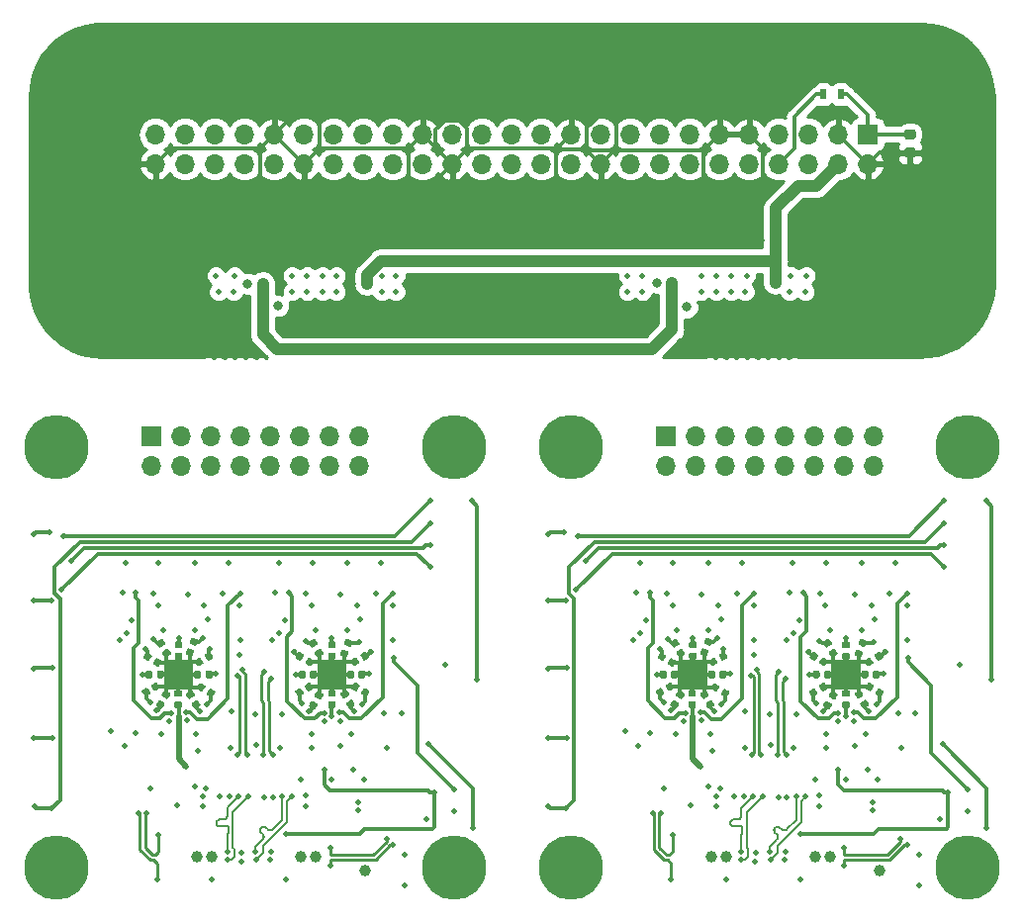
<source format=gbr>
%TF.GenerationSoftware,KiCad,Pcbnew,5.0.2-bee76a0~70~ubuntu18.04.1*%
%TF.CreationDate,2019-02-16T20:38:25+01:00*%
%TF.ProjectId,panel,70616e65-6c2e-46b6-9963-61645f706362,rev?*%
%TF.SameCoordinates,Original*%
%TF.FileFunction,Copper,L4,Bot*%
%TF.FilePolarity,Positive*%
%FSLAX46Y46*%
G04 Gerber Fmt 4.6, Leading zero omitted, Abs format (unit mm)*
G04 Created by KiCad (PCBNEW 5.0.2-bee76a0~70~ubuntu18.04.1) date lør 16 feb 2019 20:38:25 CET*
%MOMM*%
%LPD*%
G01*
G04 APERTURE LIST*
%TA.AperFunction,ComponentPad*%
%ADD10R,1.700000X1.700000*%
%TD*%
%TA.AperFunction,ComponentPad*%
%ADD11O,1.700000X1.700000*%
%TD*%
%TA.AperFunction,ComponentPad*%
%ADD12C,5.500000*%
%TD*%
%TA.AperFunction,ComponentPad*%
%ADD13C,0.500000*%
%TD*%
%TA.AperFunction,SMDPad,CuDef*%
%ADD14R,0.500000X0.900000*%
%TD*%
%TA.AperFunction,Conductor*%
%ADD15C,0.100000*%
%TD*%
%TA.AperFunction,SMDPad,CuDef*%
%ADD16C,0.875000*%
%TD*%
%TA.AperFunction,Conductor*%
%ADD17C,2.500000*%
%TD*%
%TA.AperFunction,ViaPad*%
%ADD18C,0.500000*%
%TD*%
%TA.AperFunction,SMDPad,CuDef*%
%ADD19C,0.590000*%
%TD*%
%TA.AperFunction,ViaPad*%
%ADD20C,0.800000*%
%TD*%
%TA.AperFunction,ViaPad*%
%ADD21C,1.000000*%
%TD*%
%TA.AperFunction,Conductor*%
%ADD22C,0.300000*%
%TD*%
%TA.AperFunction,Conductor*%
%ADD23C,1.000000*%
%TD*%
%TA.AperFunction,Conductor*%
%ADD24C,0.500000*%
%TD*%
%TA.AperFunction,Conductor*%
%ADD25C,0.252000*%
%TD*%
%TA.AperFunction,Conductor*%
%ADD26C,0.200000*%
%TD*%
%TA.AperFunction,Conductor*%
%ADD27C,0.254000*%
%TD*%
G04 APERTURE END LIST*
D10*
%TO.P,J101,1*%
%TO.N,Detect*%
X93400000Y-29250000D03*
D11*
%TO.P,J101,2*%
%TO.N,GND*%
X93400000Y-31790000D03*
%TO.P,J101,3*%
X90860000Y-29250000D03*
%TO.P,J101,4*%
%TO.N,-2V5*%
X90860000Y-31790000D03*
%TO.P,J101,5*%
%TO.N,Vref_8-15*%
X88320000Y-29250000D03*
%TO.P,J101,6*%
%TO.N,Vref_0-7*%
X88320000Y-31790000D03*
%TO.P,J101,7*%
%TO.N,+2V5*%
X85780000Y-29250000D03*
%TO.P,J101,8*%
%TO.N,+4V*%
X85780000Y-31790000D03*
%TO.P,J101,9*%
%TO.N,GND*%
X83240000Y-29250000D03*
%TO.P,J101,10*%
%TO.N,+4V*%
X83240000Y-31790000D03*
%TO.P,J101,11*%
%TO.N,GND*%
X80700000Y-29250000D03*
%TO.P,J101,12*%
%TO.N,D8-*%
X80700000Y-31790000D03*
%TO.P,J101,13*%
%TO.N,D8+*%
X78160000Y-29250000D03*
%TO.P,J101,14*%
%TO.N,D9-*%
X78160000Y-31790000D03*
%TO.P,J101,15*%
%TO.N,D9+*%
X75620000Y-29250000D03*
%TO.P,J101,16*%
%TO.N,D0-*%
X75620000Y-31790000D03*
%TO.P,J101,17*%
%TO.N,D0+*%
X73080000Y-29250000D03*
%TO.P,J101,18*%
%TO.N,D1-*%
X73080000Y-31790000D03*
%TO.P,J101,19*%
%TO.N,D1+*%
X70540000Y-29250000D03*
%TO.P,J101,20*%
%TO.N,GND*%
X70540000Y-31790000D03*
%TO.P,J101,21*%
X68000000Y-29250000D03*
%TO.P,J101,22*%
%TO.N,D10-*%
X68000000Y-31790000D03*
%TO.P,J101,23*%
%TO.N,D10+*%
X65460000Y-29250000D03*
%TO.P,J101,24*%
%TO.N,D11-*%
X65460000Y-31790000D03*
%TO.P,J101,25*%
%TO.N,D11+*%
X62920000Y-29250000D03*
%TO.P,J101,26*%
%TO.N,D2-*%
X62920000Y-31790000D03*
%TO.P,J101,27*%
%TO.N,D2+*%
X60380000Y-29250000D03*
%TO.P,J101,28*%
%TO.N,D3-*%
X60380000Y-31790000D03*
%TO.P,J101,29*%
%TO.N,D3+*%
X57840000Y-29250000D03*
%TO.P,J101,30*%
%TO.N,GND*%
X57840000Y-31790000D03*
%TO.P,J101,31*%
X55300000Y-29250000D03*
%TO.P,J101,32*%
%TO.N,D12-*%
X55300000Y-31790000D03*
%TO.P,J101,33*%
%TO.N,D12+*%
X52760000Y-29250000D03*
%TO.P,J101,34*%
%TO.N,D13-*%
X52760000Y-31790000D03*
%TO.P,J101,35*%
%TO.N,D13+*%
X50220000Y-29250000D03*
%TO.P,J101,36*%
%TO.N,D4-*%
X50220000Y-31790000D03*
%TO.P,J101,37*%
%TO.N,D4+*%
X47680000Y-29250000D03*
%TO.P,J101,38*%
%TO.N,D5-*%
X47680000Y-31790000D03*
%TO.P,J101,39*%
%TO.N,D5+*%
X45140000Y-29250000D03*
%TO.P,J101,40*%
%TO.N,GND*%
X45140000Y-31790000D03*
%TO.P,J101,41*%
X42600000Y-29250000D03*
%TO.P,J101,42*%
%TO.N,D14-*%
X42600000Y-31790000D03*
%TO.P,J101,43*%
%TO.N,D14+*%
X40060000Y-29250000D03*
%TO.P,J101,44*%
%TO.N,D15-*%
X40060000Y-31790000D03*
%TO.P,J101,45*%
%TO.N,D15+*%
X37520000Y-29250000D03*
%TO.P,J101,46*%
%TO.N,D6-*%
X37520000Y-31790000D03*
%TO.P,J101,47*%
%TO.N,D6+*%
X34980000Y-29250000D03*
%TO.P,J101,48*%
%TO.N,D7-*%
X34980000Y-31790000D03*
%TO.P,J101,49*%
%TO.N,D7+*%
X32440000Y-29250000D03*
%TO.P,J101,50*%
%TO.N,GND*%
X32440000Y-31790000D03*
%TD*%
D12*
%TO.P,J104,1*%
%TO.N,GND*%
X25425000Y-23525000D03*
D13*
X27665000Y-23525000D03*
X26365000Y-25565000D03*
X27505000Y-24375000D03*
X27065000Y-25065000D03*
X25427796Y-21289820D03*
X26277796Y-21449820D03*
X26967796Y-21889820D03*
X27467796Y-22589820D03*
X23189820Y-23522204D03*
X23349820Y-22672204D03*
X23789820Y-21982204D03*
X24489820Y-21482204D03*
X25432204Y-25760180D03*
X24582204Y-25600180D03*
X23892204Y-25160180D03*
X23392204Y-24460180D03*
%TD*%
%TO.P,J105,1*%
%TO.N,GND*%
X23392204Y-45460180D03*
X23892204Y-46160180D03*
X24582204Y-46600180D03*
X25432204Y-46760180D03*
X24489820Y-42482204D03*
X23789820Y-42982204D03*
X23349820Y-43672204D03*
X23189820Y-44522204D03*
X27467796Y-43589820D03*
X26967796Y-42889820D03*
X26277796Y-42449820D03*
X25427796Y-42289820D03*
X27065000Y-46065000D03*
X27505000Y-45375000D03*
X26365000Y-46565000D03*
X27665000Y-44525000D03*
D12*
X25425000Y-44525000D03*
%TD*%
%TO.P,J106,1*%
%TO.N,GND*%
X100425000Y-23525000D03*
D13*
X102665000Y-23525000D03*
X101365000Y-25565000D03*
X102505000Y-24375000D03*
X102065000Y-25065000D03*
X100427796Y-21289820D03*
X101277796Y-21449820D03*
X101967796Y-21889820D03*
X102467796Y-22589820D03*
X98189820Y-23522204D03*
X98349820Y-22672204D03*
X98789820Y-21982204D03*
X99489820Y-21482204D03*
X100432204Y-25760180D03*
X99582204Y-25600180D03*
X98892204Y-25160180D03*
X98392204Y-24460180D03*
%TD*%
%TO.P,J107,1*%
%TO.N,GND*%
X98392204Y-45460180D03*
X98892204Y-46160180D03*
X99582204Y-46600180D03*
X100432204Y-46760180D03*
X99489820Y-42482204D03*
X98789820Y-42982204D03*
X98349820Y-43672204D03*
X98189820Y-44522204D03*
X102467796Y-43589820D03*
X101967796Y-42889820D03*
X101277796Y-42449820D03*
X100427796Y-42289820D03*
X102065000Y-46065000D03*
X102505000Y-45375000D03*
X101365000Y-46565000D03*
X102665000Y-44525000D03*
D12*
X100425000Y-44525000D03*
%TD*%
D14*
%TO.P,R101,1*%
%TO.N,+4V*%
X89575000Y-25825000D03*
%TO.P,R101,2*%
%TO.N,Detect*%
X91075000Y-25825000D03*
%TD*%
D15*
%TO.N,Detect*%
%TO.C,R102*%
G36*
X97302691Y-28801053D02*
X97323926Y-28804203D01*
X97344750Y-28809419D01*
X97364962Y-28816651D01*
X97384368Y-28825830D01*
X97402781Y-28836866D01*
X97420024Y-28849654D01*
X97435930Y-28864070D01*
X97450346Y-28879976D01*
X97463134Y-28897219D01*
X97474170Y-28915632D01*
X97483349Y-28935038D01*
X97490581Y-28955250D01*
X97495797Y-28976074D01*
X97498947Y-28997309D01*
X97500000Y-29018750D01*
X97500000Y-29456250D01*
X97498947Y-29477691D01*
X97495797Y-29498926D01*
X97490581Y-29519750D01*
X97483349Y-29539962D01*
X97474170Y-29559368D01*
X97463134Y-29577781D01*
X97450346Y-29595024D01*
X97435930Y-29610930D01*
X97420024Y-29625346D01*
X97402781Y-29638134D01*
X97384368Y-29649170D01*
X97364962Y-29658349D01*
X97344750Y-29665581D01*
X97323926Y-29670797D01*
X97302691Y-29673947D01*
X97281250Y-29675000D01*
X96768750Y-29675000D01*
X96747309Y-29673947D01*
X96726074Y-29670797D01*
X96705250Y-29665581D01*
X96685038Y-29658349D01*
X96665632Y-29649170D01*
X96647219Y-29638134D01*
X96629976Y-29625346D01*
X96614070Y-29610930D01*
X96599654Y-29595024D01*
X96586866Y-29577781D01*
X96575830Y-29559368D01*
X96566651Y-29539962D01*
X96559419Y-29519750D01*
X96554203Y-29498926D01*
X96551053Y-29477691D01*
X96550000Y-29456250D01*
X96550000Y-29018750D01*
X96551053Y-28997309D01*
X96554203Y-28976074D01*
X96559419Y-28955250D01*
X96566651Y-28935038D01*
X96575830Y-28915632D01*
X96586866Y-28897219D01*
X96599654Y-28879976D01*
X96614070Y-28864070D01*
X96629976Y-28849654D01*
X96647219Y-28836866D01*
X96665632Y-28825830D01*
X96685038Y-28816651D01*
X96705250Y-28809419D01*
X96726074Y-28804203D01*
X96747309Y-28801053D01*
X96768750Y-28800000D01*
X97281250Y-28800000D01*
X97302691Y-28801053D01*
X97302691Y-28801053D01*
G37*
D16*
%TD*%
%TO.P,R102,1*%
%TO.N,Detect*%
X97025000Y-29237500D03*
D15*
%TO.N,GND*%
%TO.C,R102*%
G36*
X97302691Y-30376053D02*
X97323926Y-30379203D01*
X97344750Y-30384419D01*
X97364962Y-30391651D01*
X97384368Y-30400830D01*
X97402781Y-30411866D01*
X97420024Y-30424654D01*
X97435930Y-30439070D01*
X97450346Y-30454976D01*
X97463134Y-30472219D01*
X97474170Y-30490632D01*
X97483349Y-30510038D01*
X97490581Y-30530250D01*
X97495797Y-30551074D01*
X97498947Y-30572309D01*
X97500000Y-30593750D01*
X97500000Y-31031250D01*
X97498947Y-31052691D01*
X97495797Y-31073926D01*
X97490581Y-31094750D01*
X97483349Y-31114962D01*
X97474170Y-31134368D01*
X97463134Y-31152781D01*
X97450346Y-31170024D01*
X97435930Y-31185930D01*
X97420024Y-31200346D01*
X97402781Y-31213134D01*
X97384368Y-31224170D01*
X97364962Y-31233349D01*
X97344750Y-31240581D01*
X97323926Y-31245797D01*
X97302691Y-31248947D01*
X97281250Y-31250000D01*
X96768750Y-31250000D01*
X96747309Y-31248947D01*
X96726074Y-31245797D01*
X96705250Y-31240581D01*
X96685038Y-31233349D01*
X96665632Y-31224170D01*
X96647219Y-31213134D01*
X96629976Y-31200346D01*
X96614070Y-31185930D01*
X96599654Y-31170024D01*
X96586866Y-31152781D01*
X96575830Y-31134368D01*
X96566651Y-31114962D01*
X96559419Y-31094750D01*
X96554203Y-31073926D01*
X96551053Y-31052691D01*
X96550000Y-31031250D01*
X96550000Y-30593750D01*
X96551053Y-30572309D01*
X96554203Y-30551074D01*
X96559419Y-30530250D01*
X96566651Y-30510038D01*
X96575830Y-30490632D01*
X96586866Y-30472219D01*
X96599654Y-30454976D01*
X96614070Y-30439070D01*
X96629976Y-30424654D01*
X96647219Y-30411866D01*
X96665632Y-30400830D01*
X96685038Y-30391651D01*
X96705250Y-30384419D01*
X96726074Y-30379203D01*
X96747309Y-30376053D01*
X96768750Y-30375000D01*
X97281250Y-30375000D01*
X97302691Y-30376053D01*
X97302691Y-30376053D01*
G37*
D16*
%TD*%
%TO.P,R102,2*%
%TO.N,GND*%
X97025000Y-30812500D03*
D15*
%TO.N,GND*%
%TO.C,IC401*%
G36*
X79449504Y-74226204D02*
X79473773Y-74229804D01*
X79497571Y-74235765D01*
X79520671Y-74244030D01*
X79542849Y-74254520D01*
X79563893Y-74267133D01*
X79583598Y-74281747D01*
X79601777Y-74298223D01*
X79618253Y-74316402D01*
X79632867Y-74336107D01*
X79645480Y-74357151D01*
X79655970Y-74379329D01*
X79664235Y-74402429D01*
X79670196Y-74426227D01*
X79673796Y-74450496D01*
X79675000Y-74475000D01*
X79675000Y-76475000D01*
X79673796Y-76499504D01*
X79670196Y-76523773D01*
X79664235Y-76547571D01*
X79655970Y-76570671D01*
X79645480Y-76592849D01*
X79632867Y-76613893D01*
X79618253Y-76633598D01*
X79601777Y-76651777D01*
X79583598Y-76668253D01*
X79563893Y-76682867D01*
X79542849Y-76695480D01*
X79520671Y-76705970D01*
X79497571Y-76714235D01*
X79473773Y-76720196D01*
X79449504Y-76723796D01*
X79425000Y-76725000D01*
X77425000Y-76725000D01*
X77400496Y-76723796D01*
X77376227Y-76720196D01*
X77352429Y-76714235D01*
X77329329Y-76705970D01*
X77307151Y-76695480D01*
X77286107Y-76682867D01*
X77266402Y-76668253D01*
X77248223Y-76651777D01*
X77231747Y-76633598D01*
X77217133Y-76613893D01*
X77204520Y-76592849D01*
X77194030Y-76570671D01*
X77185765Y-76547571D01*
X77179804Y-76523773D01*
X77176204Y-76499504D01*
X77175000Y-76475000D01*
X77175000Y-74475000D01*
X77176204Y-74450496D01*
X77179804Y-74426227D01*
X77185765Y-74402429D01*
X77194030Y-74379329D01*
X77204520Y-74357151D01*
X77217133Y-74336107D01*
X77231747Y-74316402D01*
X77248223Y-74298223D01*
X77266402Y-74281747D01*
X77286107Y-74267133D01*
X77307151Y-74254520D01*
X77329329Y-74244030D01*
X77352429Y-74235765D01*
X77376227Y-74229804D01*
X77400496Y-74226204D01*
X77425000Y-74225000D01*
X79425000Y-74225000D01*
X79449504Y-74226204D01*
X79449504Y-74226204D01*
G37*
D17*
X78425000Y-75475000D03*
D18*
X77425000Y-74475000D03*
X78425000Y-74475000D03*
X79425000Y-74475000D03*
X77425000Y-75475000D03*
X78425000Y-75475000D03*
X79425000Y-75475000D03*
X77425000Y-76475000D03*
X78425000Y-76475000D03*
X79425000Y-76475000D03*
%TD*%
%TO.N,GND*%
%TO.C,IC201*%
X92525000Y-76475000D03*
X91525000Y-76475000D03*
X90525000Y-76475000D03*
X92525000Y-75475000D03*
X91525000Y-75475000D03*
X90525000Y-75475000D03*
X92525000Y-74475000D03*
X91525000Y-74475000D03*
X90525000Y-74475000D03*
D15*
G36*
X92549504Y-74226204D02*
X92573773Y-74229804D01*
X92597571Y-74235765D01*
X92620671Y-74244030D01*
X92642849Y-74254520D01*
X92663893Y-74267133D01*
X92683598Y-74281747D01*
X92701777Y-74298223D01*
X92718253Y-74316402D01*
X92732867Y-74336107D01*
X92745480Y-74357151D01*
X92755970Y-74379329D01*
X92764235Y-74402429D01*
X92770196Y-74426227D01*
X92773796Y-74450496D01*
X92775000Y-74475000D01*
X92775000Y-76475000D01*
X92773796Y-76499504D01*
X92770196Y-76523773D01*
X92764235Y-76547571D01*
X92755970Y-76570671D01*
X92745480Y-76592849D01*
X92732867Y-76613893D01*
X92718253Y-76633598D01*
X92701777Y-76651777D01*
X92683598Y-76668253D01*
X92663893Y-76682867D01*
X92642849Y-76695480D01*
X92620671Y-76705970D01*
X92597571Y-76714235D01*
X92573773Y-76720196D01*
X92549504Y-76723796D01*
X92525000Y-76725000D01*
X90525000Y-76725000D01*
X90500496Y-76723796D01*
X90476227Y-76720196D01*
X90452429Y-76714235D01*
X90429329Y-76705970D01*
X90407151Y-76695480D01*
X90386107Y-76682867D01*
X90366402Y-76668253D01*
X90348223Y-76651777D01*
X90331747Y-76633598D01*
X90317133Y-76613893D01*
X90304520Y-76592849D01*
X90294030Y-76570671D01*
X90285765Y-76547571D01*
X90279804Y-76523773D01*
X90276204Y-76499504D01*
X90275000Y-76475000D01*
X90275000Y-74475000D01*
X90276204Y-74450496D01*
X90279804Y-74426227D01*
X90285765Y-74402429D01*
X90294030Y-74379329D01*
X90304520Y-74357151D01*
X90317133Y-74336107D01*
X90331747Y-74316402D01*
X90348223Y-74298223D01*
X90366402Y-74281747D01*
X90386107Y-74267133D01*
X90407151Y-74254520D01*
X90429329Y-74244030D01*
X90452429Y-74235765D01*
X90476227Y-74229804D01*
X90500496Y-74226204D01*
X90525000Y-74225000D01*
X92525000Y-74225000D01*
X92549504Y-74226204D01*
X92549504Y-74226204D01*
G37*
D17*
X91525000Y-75475000D03*
%TD*%
D10*
%TO.P,J102,1*%
%TO.N,In0*%
X76115000Y-55085000D03*
D11*
%TO.P,J102,2*%
%TO.N,GND*%
X76115000Y-57625000D03*
%TO.P,J102,3*%
%TO.N,In1*%
X78655000Y-55085000D03*
%TO.P,J102,4*%
%TO.N,GND*%
X78655000Y-57625000D03*
%TO.P,J102,5*%
%TO.N,In2*%
X81195000Y-55085000D03*
%TO.P,J102,6*%
%TO.N,GND*%
X81195000Y-57625000D03*
%TO.P,J102,7*%
%TO.N,In3*%
X83735000Y-55085000D03*
%TO.P,J102,8*%
%TO.N,GND*%
X83735000Y-57625000D03*
%TO.P,J102,9*%
%TO.N,In4*%
X86275000Y-55085000D03*
%TO.P,J102,10*%
%TO.N,GND*%
X86275000Y-57625000D03*
%TO.P,J102,11*%
%TO.N,In5*%
X88815000Y-55085000D03*
%TO.P,J102,12*%
%TO.N,GND*%
X88815000Y-57625000D03*
%TO.P,J102,13*%
%TO.N,In6*%
X91355000Y-55085000D03*
%TO.P,J102,14*%
%TO.N,GND*%
X91355000Y-57625000D03*
%TO.P,J102,15*%
%TO.N,In7*%
X93895000Y-55085000D03*
%TO.P,J102,16*%
%TO.N,GND*%
X93895000Y-57625000D03*
%TD*%
D13*
%TO.P,J103,1*%
%TO.N,GND*%
X99942204Y-56960180D03*
X100442204Y-57660180D03*
X101132204Y-58100180D03*
X101982204Y-58260180D03*
X101039820Y-53982204D03*
X100339820Y-54482204D03*
X99899820Y-55172204D03*
X99739820Y-56022204D03*
X104017796Y-55089820D03*
X103517796Y-54389820D03*
X102827796Y-53949820D03*
X101977796Y-53789820D03*
X103615000Y-57565000D03*
X104055000Y-56875000D03*
X102915000Y-58065000D03*
X104215000Y-56025000D03*
D12*
X101975000Y-56025000D03*
%TD*%
%TO.P,J104,1*%
%TO.N,GND*%
X67975000Y-92025000D03*
D13*
X70215000Y-92025000D03*
X68915000Y-94065000D03*
X70055000Y-92875000D03*
X69615000Y-93565000D03*
X67977796Y-89789820D03*
X68827796Y-89949820D03*
X69517796Y-90389820D03*
X70017796Y-91089820D03*
X65739820Y-92022204D03*
X65899820Y-91172204D03*
X66339820Y-90482204D03*
X67039820Y-89982204D03*
X67982204Y-94260180D03*
X67132204Y-94100180D03*
X66442204Y-93660180D03*
X65942204Y-92960180D03*
%TD*%
%TO.P,J105,1*%
%TO.N,GND*%
X65942204Y-56960180D03*
X66442204Y-57660180D03*
X67132204Y-58100180D03*
X67982204Y-58260180D03*
X67039820Y-53982204D03*
X66339820Y-54482204D03*
X65899820Y-55172204D03*
X65739820Y-56022204D03*
X70017796Y-55089820D03*
X69517796Y-54389820D03*
X68827796Y-53949820D03*
X67977796Y-53789820D03*
X69615000Y-57565000D03*
X70055000Y-56875000D03*
X68915000Y-58065000D03*
X70215000Y-56025000D03*
D12*
X67975000Y-56025000D03*
%TD*%
%TO.P,J106,1*%
%TO.N,GND*%
X101975000Y-92025000D03*
D13*
X104215000Y-92025000D03*
X102915000Y-94065000D03*
X104055000Y-92875000D03*
X103615000Y-93565000D03*
X101977796Y-89789820D03*
X102827796Y-89949820D03*
X103517796Y-90389820D03*
X104017796Y-91089820D03*
X99739820Y-92022204D03*
X99899820Y-91172204D03*
X100339820Y-90482204D03*
X101039820Y-89982204D03*
X101982204Y-94260180D03*
X101132204Y-94100180D03*
X100442204Y-93660180D03*
X99942204Y-92960180D03*
%TD*%
D15*
%TO.N,+4V*%
%TO.C,C217*%
G36*
X79637272Y-72324365D02*
X79651669Y-72325863D01*
X79665850Y-72328764D01*
X79679679Y-72333041D01*
X80003873Y-72451038D01*
X80017216Y-72456651D01*
X80029944Y-72463544D01*
X80041936Y-72471651D01*
X80053075Y-72480895D01*
X80063254Y-72491186D01*
X80072376Y-72502425D01*
X80080352Y-72514504D01*
X80087105Y-72527307D01*
X80092572Y-72540710D01*
X80096698Y-72554584D01*
X80099444Y-72568796D01*
X80100785Y-72583209D01*
X80100706Y-72597684D01*
X80099208Y-72612081D01*
X80096307Y-72626262D01*
X80092030Y-72640091D01*
X79991134Y-72917300D01*
X79985521Y-72930643D01*
X79978628Y-72943371D01*
X79970521Y-72955363D01*
X79961277Y-72966502D01*
X79950986Y-72976681D01*
X79939747Y-72985803D01*
X79927668Y-72993779D01*
X79914865Y-73000532D01*
X79901462Y-73005999D01*
X79887588Y-73010125D01*
X79873376Y-73012871D01*
X79858963Y-73014212D01*
X79844488Y-73014133D01*
X79830091Y-73012635D01*
X79815910Y-73009734D01*
X79802081Y-73005457D01*
X79477887Y-72887460D01*
X79464544Y-72881847D01*
X79451816Y-72874954D01*
X79439824Y-72866847D01*
X79428685Y-72857603D01*
X79418506Y-72847312D01*
X79409384Y-72836073D01*
X79401408Y-72823994D01*
X79394655Y-72811191D01*
X79389188Y-72797788D01*
X79385062Y-72783914D01*
X79382316Y-72769702D01*
X79380975Y-72755289D01*
X79381054Y-72740814D01*
X79382552Y-72726417D01*
X79385453Y-72712236D01*
X79389730Y-72698407D01*
X79490626Y-72421198D01*
X79496239Y-72407855D01*
X79503132Y-72395127D01*
X79511239Y-72383135D01*
X79520483Y-72371996D01*
X79530774Y-72361817D01*
X79542013Y-72352695D01*
X79554092Y-72344719D01*
X79566895Y-72337966D01*
X79580298Y-72332499D01*
X79594172Y-72328373D01*
X79608384Y-72325627D01*
X79622797Y-72324286D01*
X79637272Y-72324365D01*
X79637272Y-72324365D01*
G37*
D19*
%TD*%
%TO.P,C217,1*%
%TO.N,+4V*%
X79740880Y-72669249D03*
D15*
%TO.N,GND*%
%TO.C,C217*%
G36*
X79305512Y-73235867D02*
X79319909Y-73237365D01*
X79334090Y-73240266D01*
X79347919Y-73244543D01*
X79672113Y-73362540D01*
X79685456Y-73368153D01*
X79698184Y-73375046D01*
X79710176Y-73383153D01*
X79721315Y-73392397D01*
X79731494Y-73402688D01*
X79740616Y-73413927D01*
X79748592Y-73426006D01*
X79755345Y-73438809D01*
X79760812Y-73452212D01*
X79764938Y-73466086D01*
X79767684Y-73480298D01*
X79769025Y-73494711D01*
X79768946Y-73509186D01*
X79767448Y-73523583D01*
X79764547Y-73537764D01*
X79760270Y-73551593D01*
X79659374Y-73828802D01*
X79653761Y-73842145D01*
X79646868Y-73854873D01*
X79638761Y-73866865D01*
X79629517Y-73878004D01*
X79619226Y-73888183D01*
X79607987Y-73897305D01*
X79595908Y-73905281D01*
X79583105Y-73912034D01*
X79569702Y-73917501D01*
X79555828Y-73921627D01*
X79541616Y-73924373D01*
X79527203Y-73925714D01*
X79512728Y-73925635D01*
X79498331Y-73924137D01*
X79484150Y-73921236D01*
X79470321Y-73916959D01*
X79146127Y-73798962D01*
X79132784Y-73793349D01*
X79120056Y-73786456D01*
X79108064Y-73778349D01*
X79096925Y-73769105D01*
X79086746Y-73758814D01*
X79077624Y-73747575D01*
X79069648Y-73735496D01*
X79062895Y-73722693D01*
X79057428Y-73709290D01*
X79053302Y-73695416D01*
X79050556Y-73681204D01*
X79049215Y-73666791D01*
X79049294Y-73652316D01*
X79050792Y-73637919D01*
X79053693Y-73623738D01*
X79057970Y-73609909D01*
X79158866Y-73332700D01*
X79164479Y-73319357D01*
X79171372Y-73306629D01*
X79179479Y-73294637D01*
X79188723Y-73283498D01*
X79199014Y-73273319D01*
X79210253Y-73264197D01*
X79222332Y-73256221D01*
X79235135Y-73249468D01*
X79248538Y-73244001D01*
X79262412Y-73239875D01*
X79276624Y-73237129D01*
X79291037Y-73235788D01*
X79305512Y-73235867D01*
X79305512Y-73235867D01*
G37*
D19*
%TD*%
%TO.P,C217,2*%
%TO.N,GND*%
X79409120Y-73580751D03*
D15*
%TO.N,GND*%
%TO.C,C218*%
G36*
X76521158Y-76137177D02*
X76535538Y-76138831D01*
X76549687Y-76141887D01*
X76563468Y-76146315D01*
X76576749Y-76152072D01*
X76589401Y-76159104D01*
X76601303Y-76167341D01*
X76612341Y-76176706D01*
X76622407Y-76187108D01*
X76631406Y-76198446D01*
X76639250Y-76210611D01*
X76811750Y-76509389D01*
X76818363Y-76522265D01*
X76823683Y-76535727D01*
X76827658Y-76549645D01*
X76830249Y-76563886D01*
X76831432Y-76578313D01*
X76831195Y-76592786D01*
X76829541Y-76607166D01*
X76826485Y-76621315D01*
X76822057Y-76635096D01*
X76816300Y-76648376D01*
X76809268Y-76661029D01*
X76801031Y-76672931D01*
X76791666Y-76683969D01*
X76781265Y-76694035D01*
X76769927Y-76703034D01*
X76757761Y-76710878D01*
X76502283Y-76858378D01*
X76489407Y-76864991D01*
X76475945Y-76870311D01*
X76462027Y-76874286D01*
X76447785Y-76876877D01*
X76433359Y-76878060D01*
X76418886Y-76877823D01*
X76404506Y-76876169D01*
X76390357Y-76873113D01*
X76376576Y-76868685D01*
X76363295Y-76862928D01*
X76350643Y-76855896D01*
X76338741Y-76847659D01*
X76327703Y-76838294D01*
X76317637Y-76827892D01*
X76308638Y-76816554D01*
X76300794Y-76804389D01*
X76128294Y-76505611D01*
X76121681Y-76492735D01*
X76116361Y-76479273D01*
X76112386Y-76465355D01*
X76109795Y-76451114D01*
X76108612Y-76436687D01*
X76108849Y-76422214D01*
X76110503Y-76407834D01*
X76113559Y-76393685D01*
X76117987Y-76379904D01*
X76123744Y-76366624D01*
X76130776Y-76353971D01*
X76139013Y-76342069D01*
X76148378Y-76331031D01*
X76158779Y-76320965D01*
X76170117Y-76311966D01*
X76182283Y-76304122D01*
X76437761Y-76156622D01*
X76450637Y-76150009D01*
X76464099Y-76144689D01*
X76478017Y-76140714D01*
X76492259Y-76138123D01*
X76506685Y-76136940D01*
X76521158Y-76137177D01*
X76521158Y-76137177D01*
G37*
D19*
%TD*%
%TO.P,C218,2*%
%TO.N,GND*%
X76470022Y-76507500D03*
D15*
%TO.N,+2V5*%
%TO.C,C218*%
G36*
X75681114Y-76622177D02*
X75695494Y-76623831D01*
X75709643Y-76626887D01*
X75723424Y-76631315D01*
X75736705Y-76637072D01*
X75749357Y-76644104D01*
X75761259Y-76652341D01*
X75772297Y-76661706D01*
X75782363Y-76672108D01*
X75791362Y-76683446D01*
X75799206Y-76695611D01*
X75971706Y-76994389D01*
X75978319Y-77007265D01*
X75983639Y-77020727D01*
X75987614Y-77034645D01*
X75990205Y-77048886D01*
X75991388Y-77063313D01*
X75991151Y-77077786D01*
X75989497Y-77092166D01*
X75986441Y-77106315D01*
X75982013Y-77120096D01*
X75976256Y-77133376D01*
X75969224Y-77146029D01*
X75960987Y-77157931D01*
X75951622Y-77168969D01*
X75941221Y-77179035D01*
X75929883Y-77188034D01*
X75917717Y-77195878D01*
X75662239Y-77343378D01*
X75649363Y-77349991D01*
X75635901Y-77355311D01*
X75621983Y-77359286D01*
X75607741Y-77361877D01*
X75593315Y-77363060D01*
X75578842Y-77362823D01*
X75564462Y-77361169D01*
X75550313Y-77358113D01*
X75536532Y-77353685D01*
X75523251Y-77347928D01*
X75510599Y-77340896D01*
X75498697Y-77332659D01*
X75487659Y-77323294D01*
X75477593Y-77312892D01*
X75468594Y-77301554D01*
X75460750Y-77289389D01*
X75288250Y-76990611D01*
X75281637Y-76977735D01*
X75276317Y-76964273D01*
X75272342Y-76950355D01*
X75269751Y-76936114D01*
X75268568Y-76921687D01*
X75268805Y-76907214D01*
X75270459Y-76892834D01*
X75273515Y-76878685D01*
X75277943Y-76864904D01*
X75283700Y-76851624D01*
X75290732Y-76838971D01*
X75298969Y-76827069D01*
X75308334Y-76816031D01*
X75318735Y-76805965D01*
X75330073Y-76796966D01*
X75342239Y-76789122D01*
X75597717Y-76641622D01*
X75610593Y-76635009D01*
X75624055Y-76629689D01*
X75637973Y-76625714D01*
X75652215Y-76623123D01*
X75666641Y-76621940D01*
X75681114Y-76622177D01*
X75681114Y-76622177D01*
G37*
D19*
%TD*%
%TO.P,C218,1*%
%TO.N,+2V5*%
X75629978Y-76992500D03*
D15*
%TO.N,GND*%
%TO.C,C219*%
G36*
X77477786Y-73283849D02*
X77492166Y-73285503D01*
X77506315Y-73288559D01*
X77520096Y-73292987D01*
X77533376Y-73298744D01*
X77546029Y-73305776D01*
X77557931Y-73314013D01*
X77568969Y-73323378D01*
X77579035Y-73333779D01*
X77588034Y-73345117D01*
X77595878Y-73357283D01*
X77743378Y-73612761D01*
X77749991Y-73625637D01*
X77755311Y-73639099D01*
X77759286Y-73653017D01*
X77761877Y-73667259D01*
X77763060Y-73681685D01*
X77762823Y-73696158D01*
X77761169Y-73710538D01*
X77758113Y-73724687D01*
X77753685Y-73738468D01*
X77747928Y-73751749D01*
X77740896Y-73764401D01*
X77732659Y-73776303D01*
X77723294Y-73787341D01*
X77712892Y-73797407D01*
X77701554Y-73806406D01*
X77689389Y-73814250D01*
X77390611Y-73986750D01*
X77377735Y-73993363D01*
X77364273Y-73998683D01*
X77350355Y-74002658D01*
X77336114Y-74005249D01*
X77321687Y-74006432D01*
X77307214Y-74006195D01*
X77292834Y-74004541D01*
X77278685Y-74001485D01*
X77264904Y-73997057D01*
X77251624Y-73991300D01*
X77238971Y-73984268D01*
X77227069Y-73976031D01*
X77216031Y-73966666D01*
X77205965Y-73956265D01*
X77196966Y-73944927D01*
X77189122Y-73932761D01*
X77041622Y-73677283D01*
X77035009Y-73664407D01*
X77029689Y-73650945D01*
X77025714Y-73637027D01*
X77023123Y-73622785D01*
X77021940Y-73608359D01*
X77022177Y-73593886D01*
X77023831Y-73579506D01*
X77026887Y-73565357D01*
X77031315Y-73551576D01*
X77037072Y-73538295D01*
X77044104Y-73525643D01*
X77052341Y-73513741D01*
X77061706Y-73502703D01*
X77072108Y-73492637D01*
X77083446Y-73483638D01*
X77095611Y-73475794D01*
X77394389Y-73303294D01*
X77407265Y-73296681D01*
X77420727Y-73291361D01*
X77434645Y-73287386D01*
X77448886Y-73284795D01*
X77463313Y-73283612D01*
X77477786Y-73283849D01*
X77477786Y-73283849D01*
G37*
D19*
%TD*%
%TO.P,C219,2*%
%TO.N,GND*%
X77392500Y-73645022D03*
D15*
%TO.N,+4V*%
%TO.C,C219*%
G36*
X76992786Y-72443805D02*
X77007166Y-72445459D01*
X77021315Y-72448515D01*
X77035096Y-72452943D01*
X77048376Y-72458700D01*
X77061029Y-72465732D01*
X77072931Y-72473969D01*
X77083969Y-72483334D01*
X77094035Y-72493735D01*
X77103034Y-72505073D01*
X77110878Y-72517239D01*
X77258378Y-72772717D01*
X77264991Y-72785593D01*
X77270311Y-72799055D01*
X77274286Y-72812973D01*
X77276877Y-72827215D01*
X77278060Y-72841641D01*
X77277823Y-72856114D01*
X77276169Y-72870494D01*
X77273113Y-72884643D01*
X77268685Y-72898424D01*
X77262928Y-72911705D01*
X77255896Y-72924357D01*
X77247659Y-72936259D01*
X77238294Y-72947297D01*
X77227892Y-72957363D01*
X77216554Y-72966362D01*
X77204389Y-72974206D01*
X76905611Y-73146706D01*
X76892735Y-73153319D01*
X76879273Y-73158639D01*
X76865355Y-73162614D01*
X76851114Y-73165205D01*
X76836687Y-73166388D01*
X76822214Y-73166151D01*
X76807834Y-73164497D01*
X76793685Y-73161441D01*
X76779904Y-73157013D01*
X76766624Y-73151256D01*
X76753971Y-73144224D01*
X76742069Y-73135987D01*
X76731031Y-73126622D01*
X76720965Y-73116221D01*
X76711966Y-73104883D01*
X76704122Y-73092717D01*
X76556622Y-72837239D01*
X76550009Y-72824363D01*
X76544689Y-72810901D01*
X76540714Y-72796983D01*
X76538123Y-72782741D01*
X76536940Y-72768315D01*
X76537177Y-72753842D01*
X76538831Y-72739462D01*
X76541887Y-72725313D01*
X76546315Y-72711532D01*
X76552072Y-72698251D01*
X76559104Y-72685599D01*
X76567341Y-72673697D01*
X76576706Y-72662659D01*
X76587108Y-72652593D01*
X76598446Y-72643594D01*
X76610611Y-72635750D01*
X76909389Y-72463250D01*
X76922265Y-72456637D01*
X76935727Y-72451317D01*
X76949645Y-72447342D01*
X76963886Y-72444751D01*
X76978313Y-72443568D01*
X76992786Y-72443805D01*
X76992786Y-72443805D01*
G37*
D19*
%TD*%
%TO.P,C219,1*%
%TO.N,+4V*%
X76907500Y-72804978D03*
D15*
%TO.N,+2V5*%
%TO.C,C220*%
G36*
X81172786Y-76698123D02*
X81187027Y-76700714D01*
X81200945Y-76704689D01*
X81214407Y-76710009D01*
X81227283Y-76716622D01*
X81482761Y-76864122D01*
X81494926Y-76871966D01*
X81506264Y-76880965D01*
X81516666Y-76891031D01*
X81526031Y-76902069D01*
X81534268Y-76913971D01*
X81541300Y-76926623D01*
X81547057Y-76939904D01*
X81551485Y-76953685D01*
X81554541Y-76967834D01*
X81556195Y-76982214D01*
X81556432Y-76996687D01*
X81555249Y-77011113D01*
X81552658Y-77025355D01*
X81548683Y-77039273D01*
X81543363Y-77052735D01*
X81536750Y-77065611D01*
X81364250Y-77364389D01*
X81356406Y-77376555D01*
X81347407Y-77387893D01*
X81337341Y-77398294D01*
X81326303Y-77407659D01*
X81314401Y-77415896D01*
X81301748Y-77422928D01*
X81288468Y-77428685D01*
X81274687Y-77433113D01*
X81260538Y-77436169D01*
X81246158Y-77437823D01*
X81231685Y-77438060D01*
X81217258Y-77436877D01*
X81203017Y-77434286D01*
X81189099Y-77430311D01*
X81175637Y-77424991D01*
X81162761Y-77418378D01*
X80907283Y-77270878D01*
X80895118Y-77263034D01*
X80883780Y-77254035D01*
X80873378Y-77243969D01*
X80864013Y-77232931D01*
X80855776Y-77221029D01*
X80848744Y-77208377D01*
X80842987Y-77195096D01*
X80838559Y-77181315D01*
X80835503Y-77167166D01*
X80833849Y-77152786D01*
X80833612Y-77138313D01*
X80834795Y-77123887D01*
X80837386Y-77109645D01*
X80841361Y-77095727D01*
X80846681Y-77082265D01*
X80853294Y-77069389D01*
X81025794Y-76770611D01*
X81033638Y-76758445D01*
X81042637Y-76747107D01*
X81052703Y-76736706D01*
X81063741Y-76727341D01*
X81075643Y-76719104D01*
X81088296Y-76712072D01*
X81101576Y-76706315D01*
X81115357Y-76701887D01*
X81129506Y-76698831D01*
X81143886Y-76697177D01*
X81158359Y-76696940D01*
X81172786Y-76698123D01*
X81172786Y-76698123D01*
G37*
D19*
%TD*%
%TO.P,C220,1*%
%TO.N,+2V5*%
X81195022Y-77067500D03*
D15*
%TO.N,GND*%
%TO.C,C220*%
G36*
X80332742Y-76213123D02*
X80346983Y-76215714D01*
X80360901Y-76219689D01*
X80374363Y-76225009D01*
X80387239Y-76231622D01*
X80642717Y-76379122D01*
X80654882Y-76386966D01*
X80666220Y-76395965D01*
X80676622Y-76406031D01*
X80685987Y-76417069D01*
X80694224Y-76428971D01*
X80701256Y-76441623D01*
X80707013Y-76454904D01*
X80711441Y-76468685D01*
X80714497Y-76482834D01*
X80716151Y-76497214D01*
X80716388Y-76511687D01*
X80715205Y-76526113D01*
X80712614Y-76540355D01*
X80708639Y-76554273D01*
X80703319Y-76567735D01*
X80696706Y-76580611D01*
X80524206Y-76879389D01*
X80516362Y-76891555D01*
X80507363Y-76902893D01*
X80497297Y-76913294D01*
X80486259Y-76922659D01*
X80474357Y-76930896D01*
X80461704Y-76937928D01*
X80448424Y-76943685D01*
X80434643Y-76948113D01*
X80420494Y-76951169D01*
X80406114Y-76952823D01*
X80391641Y-76953060D01*
X80377214Y-76951877D01*
X80362973Y-76949286D01*
X80349055Y-76945311D01*
X80335593Y-76939991D01*
X80322717Y-76933378D01*
X80067239Y-76785878D01*
X80055074Y-76778034D01*
X80043736Y-76769035D01*
X80033334Y-76758969D01*
X80023969Y-76747931D01*
X80015732Y-76736029D01*
X80008700Y-76723377D01*
X80002943Y-76710096D01*
X79998515Y-76696315D01*
X79995459Y-76682166D01*
X79993805Y-76667786D01*
X79993568Y-76653313D01*
X79994751Y-76638887D01*
X79997342Y-76624645D01*
X80001317Y-76610727D01*
X80006637Y-76597265D01*
X80013250Y-76584389D01*
X80185750Y-76285611D01*
X80193594Y-76273445D01*
X80202593Y-76262107D01*
X80212659Y-76251706D01*
X80223697Y-76242341D01*
X80235599Y-76234104D01*
X80248252Y-76227072D01*
X80261532Y-76221315D01*
X80275313Y-76216887D01*
X80289462Y-76213831D01*
X80303842Y-76212177D01*
X80318315Y-76211940D01*
X80332742Y-76213123D01*
X80332742Y-76213123D01*
G37*
D19*
%TD*%
%TO.P,C220,2*%
%TO.N,GND*%
X80354978Y-76582500D03*
D15*
%TO.N,+4V*%
%TO.C,C221*%
G36*
X76801113Y-77684795D02*
X76815355Y-77687386D01*
X76829273Y-77691361D01*
X76842735Y-77696681D01*
X76855611Y-77703294D01*
X77154389Y-77875794D01*
X77166555Y-77883638D01*
X77177893Y-77892637D01*
X77188294Y-77902703D01*
X77197659Y-77913741D01*
X77205896Y-77925643D01*
X77212928Y-77938296D01*
X77218685Y-77951576D01*
X77223113Y-77965357D01*
X77226169Y-77979506D01*
X77227823Y-77993886D01*
X77228060Y-78008359D01*
X77226877Y-78022786D01*
X77224286Y-78037027D01*
X77220311Y-78050945D01*
X77214991Y-78064407D01*
X77208378Y-78077283D01*
X77060878Y-78332761D01*
X77053034Y-78344926D01*
X77044035Y-78356264D01*
X77033969Y-78366666D01*
X77022931Y-78376031D01*
X77011029Y-78384268D01*
X76998377Y-78391300D01*
X76985096Y-78397057D01*
X76971315Y-78401485D01*
X76957166Y-78404541D01*
X76942786Y-78406195D01*
X76928313Y-78406432D01*
X76913887Y-78405249D01*
X76899645Y-78402658D01*
X76885727Y-78398683D01*
X76872265Y-78393363D01*
X76859389Y-78386750D01*
X76560611Y-78214250D01*
X76548445Y-78206406D01*
X76537107Y-78197407D01*
X76526706Y-78187341D01*
X76517341Y-78176303D01*
X76509104Y-78164401D01*
X76502072Y-78151748D01*
X76496315Y-78138468D01*
X76491887Y-78124687D01*
X76488831Y-78110538D01*
X76487177Y-78096158D01*
X76486940Y-78081685D01*
X76488123Y-78067258D01*
X76490714Y-78053017D01*
X76494689Y-78039099D01*
X76500009Y-78025637D01*
X76506622Y-78012761D01*
X76654122Y-77757283D01*
X76661966Y-77745118D01*
X76670965Y-77733780D01*
X76681031Y-77723378D01*
X76692069Y-77714013D01*
X76703971Y-77705776D01*
X76716623Y-77698744D01*
X76729904Y-77692987D01*
X76743685Y-77688559D01*
X76757834Y-77685503D01*
X76772214Y-77683849D01*
X76786687Y-77683612D01*
X76801113Y-77684795D01*
X76801113Y-77684795D01*
G37*
D19*
%TD*%
%TO.P,C221,1*%
%TO.N,+4V*%
X76857500Y-78045022D03*
D15*
%TO.N,GND*%
%TO.C,C221*%
G36*
X77286113Y-76844751D02*
X77300355Y-76847342D01*
X77314273Y-76851317D01*
X77327735Y-76856637D01*
X77340611Y-76863250D01*
X77639389Y-77035750D01*
X77651555Y-77043594D01*
X77662893Y-77052593D01*
X77673294Y-77062659D01*
X77682659Y-77073697D01*
X77690896Y-77085599D01*
X77697928Y-77098252D01*
X77703685Y-77111532D01*
X77708113Y-77125313D01*
X77711169Y-77139462D01*
X77712823Y-77153842D01*
X77713060Y-77168315D01*
X77711877Y-77182742D01*
X77709286Y-77196983D01*
X77705311Y-77210901D01*
X77699991Y-77224363D01*
X77693378Y-77237239D01*
X77545878Y-77492717D01*
X77538034Y-77504882D01*
X77529035Y-77516220D01*
X77518969Y-77526622D01*
X77507931Y-77535987D01*
X77496029Y-77544224D01*
X77483377Y-77551256D01*
X77470096Y-77557013D01*
X77456315Y-77561441D01*
X77442166Y-77564497D01*
X77427786Y-77566151D01*
X77413313Y-77566388D01*
X77398887Y-77565205D01*
X77384645Y-77562614D01*
X77370727Y-77558639D01*
X77357265Y-77553319D01*
X77344389Y-77546706D01*
X77045611Y-77374206D01*
X77033445Y-77366362D01*
X77022107Y-77357363D01*
X77011706Y-77347297D01*
X77002341Y-77336259D01*
X76994104Y-77324357D01*
X76987072Y-77311704D01*
X76981315Y-77298424D01*
X76976887Y-77284643D01*
X76973831Y-77270494D01*
X76972177Y-77256114D01*
X76971940Y-77241641D01*
X76973123Y-77227214D01*
X76975714Y-77212973D01*
X76979689Y-77199055D01*
X76985009Y-77185593D01*
X76991622Y-77172717D01*
X77139122Y-76917239D01*
X77146966Y-76905074D01*
X77155965Y-76893736D01*
X77166031Y-76883334D01*
X77177069Y-76873969D01*
X77188971Y-76865732D01*
X77201623Y-76858700D01*
X77214904Y-76852943D01*
X77228685Y-76848515D01*
X77242834Y-76845459D01*
X77257214Y-76843805D01*
X77271687Y-76843568D01*
X77286113Y-76844751D01*
X77286113Y-76844751D01*
G37*
D19*
%TD*%
%TO.P,C221,2*%
%TO.N,GND*%
X77342500Y-77204978D03*
D15*
%TO.N,GND*%
%TO.C,C222*%
G36*
X80231114Y-74022177D02*
X80245494Y-74023831D01*
X80259643Y-74026887D01*
X80273424Y-74031315D01*
X80286705Y-74037072D01*
X80299357Y-74044104D01*
X80311259Y-74052341D01*
X80322297Y-74061706D01*
X80332363Y-74072108D01*
X80341362Y-74083446D01*
X80349206Y-74095611D01*
X80521706Y-74394389D01*
X80528319Y-74407265D01*
X80533639Y-74420727D01*
X80537614Y-74434645D01*
X80540205Y-74448886D01*
X80541388Y-74463313D01*
X80541151Y-74477786D01*
X80539497Y-74492166D01*
X80536441Y-74506315D01*
X80532013Y-74520096D01*
X80526256Y-74533376D01*
X80519224Y-74546029D01*
X80510987Y-74557931D01*
X80501622Y-74568969D01*
X80491221Y-74579035D01*
X80479883Y-74588034D01*
X80467717Y-74595878D01*
X80212239Y-74743378D01*
X80199363Y-74749991D01*
X80185901Y-74755311D01*
X80171983Y-74759286D01*
X80157741Y-74761877D01*
X80143315Y-74763060D01*
X80128842Y-74762823D01*
X80114462Y-74761169D01*
X80100313Y-74758113D01*
X80086532Y-74753685D01*
X80073251Y-74747928D01*
X80060599Y-74740896D01*
X80048697Y-74732659D01*
X80037659Y-74723294D01*
X80027593Y-74712892D01*
X80018594Y-74701554D01*
X80010750Y-74689389D01*
X79838250Y-74390611D01*
X79831637Y-74377735D01*
X79826317Y-74364273D01*
X79822342Y-74350355D01*
X79819751Y-74336114D01*
X79818568Y-74321687D01*
X79818805Y-74307214D01*
X79820459Y-74292834D01*
X79823515Y-74278685D01*
X79827943Y-74264904D01*
X79833700Y-74251624D01*
X79840732Y-74238971D01*
X79848969Y-74227069D01*
X79858334Y-74216031D01*
X79868735Y-74205965D01*
X79880073Y-74196966D01*
X79892239Y-74189122D01*
X80147717Y-74041622D01*
X80160593Y-74035009D01*
X80174055Y-74029689D01*
X80187973Y-74025714D01*
X80202215Y-74023123D01*
X80216641Y-74021940D01*
X80231114Y-74022177D01*
X80231114Y-74022177D01*
G37*
D19*
%TD*%
%TO.P,C222,2*%
%TO.N,GND*%
X80179978Y-74392500D03*
D15*
%TO.N,+2V5*%
%TO.C,C222*%
G36*
X81071158Y-73537177D02*
X81085538Y-73538831D01*
X81099687Y-73541887D01*
X81113468Y-73546315D01*
X81126749Y-73552072D01*
X81139401Y-73559104D01*
X81151303Y-73567341D01*
X81162341Y-73576706D01*
X81172407Y-73587108D01*
X81181406Y-73598446D01*
X81189250Y-73610611D01*
X81361750Y-73909389D01*
X81368363Y-73922265D01*
X81373683Y-73935727D01*
X81377658Y-73949645D01*
X81380249Y-73963886D01*
X81381432Y-73978313D01*
X81381195Y-73992786D01*
X81379541Y-74007166D01*
X81376485Y-74021315D01*
X81372057Y-74035096D01*
X81366300Y-74048376D01*
X81359268Y-74061029D01*
X81351031Y-74072931D01*
X81341666Y-74083969D01*
X81331265Y-74094035D01*
X81319927Y-74103034D01*
X81307761Y-74110878D01*
X81052283Y-74258378D01*
X81039407Y-74264991D01*
X81025945Y-74270311D01*
X81012027Y-74274286D01*
X80997785Y-74276877D01*
X80983359Y-74278060D01*
X80968886Y-74277823D01*
X80954506Y-74276169D01*
X80940357Y-74273113D01*
X80926576Y-74268685D01*
X80913295Y-74262928D01*
X80900643Y-74255896D01*
X80888741Y-74247659D01*
X80877703Y-74238294D01*
X80867637Y-74227892D01*
X80858638Y-74216554D01*
X80850794Y-74204389D01*
X80678294Y-73905611D01*
X80671681Y-73892735D01*
X80666361Y-73879273D01*
X80662386Y-73865355D01*
X80659795Y-73851114D01*
X80658612Y-73836687D01*
X80658849Y-73822214D01*
X80660503Y-73807834D01*
X80663559Y-73793685D01*
X80667987Y-73779904D01*
X80673744Y-73766624D01*
X80680776Y-73753971D01*
X80689013Y-73742069D01*
X80698378Y-73731031D01*
X80708779Y-73720965D01*
X80720117Y-73711966D01*
X80732283Y-73704122D01*
X80987761Y-73556622D01*
X81000637Y-73550009D01*
X81014099Y-73544689D01*
X81028017Y-73540714D01*
X81042259Y-73538123D01*
X81056685Y-73536940D01*
X81071158Y-73537177D01*
X81071158Y-73537177D01*
G37*
D19*
%TD*%
%TO.P,C222,1*%
%TO.N,+2V5*%
X81020022Y-73907500D03*
D15*
%TO.N,GND*%
%TO.C,C223*%
G36*
X79517786Y-76843805D02*
X79532166Y-76845459D01*
X79546315Y-76848515D01*
X79560096Y-76852943D01*
X79573376Y-76858700D01*
X79586029Y-76865732D01*
X79597931Y-76873969D01*
X79608969Y-76883334D01*
X79619035Y-76893735D01*
X79628034Y-76905073D01*
X79635878Y-76917239D01*
X79783378Y-77172717D01*
X79789991Y-77185593D01*
X79795311Y-77199055D01*
X79799286Y-77212973D01*
X79801877Y-77227215D01*
X79803060Y-77241641D01*
X79802823Y-77256114D01*
X79801169Y-77270494D01*
X79798113Y-77284643D01*
X79793685Y-77298424D01*
X79787928Y-77311705D01*
X79780896Y-77324357D01*
X79772659Y-77336259D01*
X79763294Y-77347297D01*
X79752892Y-77357363D01*
X79741554Y-77366362D01*
X79729389Y-77374206D01*
X79430611Y-77546706D01*
X79417735Y-77553319D01*
X79404273Y-77558639D01*
X79390355Y-77562614D01*
X79376114Y-77565205D01*
X79361687Y-77566388D01*
X79347214Y-77566151D01*
X79332834Y-77564497D01*
X79318685Y-77561441D01*
X79304904Y-77557013D01*
X79291624Y-77551256D01*
X79278971Y-77544224D01*
X79267069Y-77535987D01*
X79256031Y-77526622D01*
X79245965Y-77516221D01*
X79236966Y-77504883D01*
X79229122Y-77492717D01*
X79081622Y-77237239D01*
X79075009Y-77224363D01*
X79069689Y-77210901D01*
X79065714Y-77196983D01*
X79063123Y-77182741D01*
X79061940Y-77168315D01*
X79062177Y-77153842D01*
X79063831Y-77139462D01*
X79066887Y-77125313D01*
X79071315Y-77111532D01*
X79077072Y-77098251D01*
X79084104Y-77085599D01*
X79092341Y-77073697D01*
X79101706Y-77062659D01*
X79112108Y-77052593D01*
X79123446Y-77043594D01*
X79135611Y-77035750D01*
X79434389Y-76863250D01*
X79447265Y-76856637D01*
X79460727Y-76851317D01*
X79474645Y-76847342D01*
X79488886Y-76844751D01*
X79503313Y-76843568D01*
X79517786Y-76843805D01*
X79517786Y-76843805D01*
G37*
D19*
%TD*%
%TO.P,C223,2*%
%TO.N,GND*%
X79432500Y-77204978D03*
D15*
%TO.N,+4V*%
%TO.C,C223*%
G36*
X80002786Y-77683849D02*
X80017166Y-77685503D01*
X80031315Y-77688559D01*
X80045096Y-77692987D01*
X80058376Y-77698744D01*
X80071029Y-77705776D01*
X80082931Y-77714013D01*
X80093969Y-77723378D01*
X80104035Y-77733779D01*
X80113034Y-77745117D01*
X80120878Y-77757283D01*
X80268378Y-78012761D01*
X80274991Y-78025637D01*
X80280311Y-78039099D01*
X80284286Y-78053017D01*
X80286877Y-78067259D01*
X80288060Y-78081685D01*
X80287823Y-78096158D01*
X80286169Y-78110538D01*
X80283113Y-78124687D01*
X80278685Y-78138468D01*
X80272928Y-78151749D01*
X80265896Y-78164401D01*
X80257659Y-78176303D01*
X80248294Y-78187341D01*
X80237892Y-78197407D01*
X80226554Y-78206406D01*
X80214389Y-78214250D01*
X79915611Y-78386750D01*
X79902735Y-78393363D01*
X79889273Y-78398683D01*
X79875355Y-78402658D01*
X79861114Y-78405249D01*
X79846687Y-78406432D01*
X79832214Y-78406195D01*
X79817834Y-78404541D01*
X79803685Y-78401485D01*
X79789904Y-78397057D01*
X79776624Y-78391300D01*
X79763971Y-78384268D01*
X79752069Y-78376031D01*
X79741031Y-78366666D01*
X79730965Y-78356265D01*
X79721966Y-78344927D01*
X79714122Y-78332761D01*
X79566622Y-78077283D01*
X79560009Y-78064407D01*
X79554689Y-78050945D01*
X79550714Y-78037027D01*
X79548123Y-78022785D01*
X79546940Y-78008359D01*
X79547177Y-77993886D01*
X79548831Y-77979506D01*
X79551887Y-77965357D01*
X79556315Y-77951576D01*
X79562072Y-77938295D01*
X79569104Y-77925643D01*
X79577341Y-77913741D01*
X79586706Y-77902703D01*
X79597108Y-77892637D01*
X79608446Y-77883638D01*
X79620611Y-77875794D01*
X79919389Y-77703294D01*
X79932265Y-77696681D01*
X79945727Y-77691361D01*
X79959645Y-77687386D01*
X79973886Y-77684795D01*
X79988313Y-77683612D01*
X80002786Y-77683849D01*
X80002786Y-77683849D01*
G37*
D19*
%TD*%
%TO.P,C223,1*%
%TO.N,+4V*%
X79917500Y-78045022D03*
D15*
%TO.N,+2V5*%
%TO.C,C224*%
G36*
X75757742Y-73588123D02*
X75771983Y-73590714D01*
X75785901Y-73594689D01*
X75799363Y-73600009D01*
X75812239Y-73606622D01*
X76067717Y-73754122D01*
X76079882Y-73761966D01*
X76091220Y-73770965D01*
X76101622Y-73781031D01*
X76110987Y-73792069D01*
X76119224Y-73803971D01*
X76126256Y-73816623D01*
X76132013Y-73829904D01*
X76136441Y-73843685D01*
X76139497Y-73857834D01*
X76141151Y-73872214D01*
X76141388Y-73886687D01*
X76140205Y-73901113D01*
X76137614Y-73915355D01*
X76133639Y-73929273D01*
X76128319Y-73942735D01*
X76121706Y-73955611D01*
X75949206Y-74254389D01*
X75941362Y-74266555D01*
X75932363Y-74277893D01*
X75922297Y-74288294D01*
X75911259Y-74297659D01*
X75899357Y-74305896D01*
X75886704Y-74312928D01*
X75873424Y-74318685D01*
X75859643Y-74323113D01*
X75845494Y-74326169D01*
X75831114Y-74327823D01*
X75816641Y-74328060D01*
X75802214Y-74326877D01*
X75787973Y-74324286D01*
X75774055Y-74320311D01*
X75760593Y-74314991D01*
X75747717Y-74308378D01*
X75492239Y-74160878D01*
X75480074Y-74153034D01*
X75468736Y-74144035D01*
X75458334Y-74133969D01*
X75448969Y-74122931D01*
X75440732Y-74111029D01*
X75433700Y-74098377D01*
X75427943Y-74085096D01*
X75423515Y-74071315D01*
X75420459Y-74057166D01*
X75418805Y-74042786D01*
X75418568Y-74028313D01*
X75419751Y-74013887D01*
X75422342Y-73999645D01*
X75426317Y-73985727D01*
X75431637Y-73972265D01*
X75438250Y-73959389D01*
X75610750Y-73660611D01*
X75618594Y-73648445D01*
X75627593Y-73637107D01*
X75637659Y-73626706D01*
X75648697Y-73617341D01*
X75660599Y-73609104D01*
X75673252Y-73602072D01*
X75686532Y-73596315D01*
X75700313Y-73591887D01*
X75714462Y-73588831D01*
X75728842Y-73587177D01*
X75743315Y-73586940D01*
X75757742Y-73588123D01*
X75757742Y-73588123D01*
G37*
D19*
%TD*%
%TO.P,C224,1*%
%TO.N,+2V5*%
X75779978Y-73957500D03*
D15*
%TO.N,GND*%
%TO.C,C224*%
G36*
X76597786Y-74073123D02*
X76612027Y-74075714D01*
X76625945Y-74079689D01*
X76639407Y-74085009D01*
X76652283Y-74091622D01*
X76907761Y-74239122D01*
X76919926Y-74246966D01*
X76931264Y-74255965D01*
X76941666Y-74266031D01*
X76951031Y-74277069D01*
X76959268Y-74288971D01*
X76966300Y-74301623D01*
X76972057Y-74314904D01*
X76976485Y-74328685D01*
X76979541Y-74342834D01*
X76981195Y-74357214D01*
X76981432Y-74371687D01*
X76980249Y-74386113D01*
X76977658Y-74400355D01*
X76973683Y-74414273D01*
X76968363Y-74427735D01*
X76961750Y-74440611D01*
X76789250Y-74739389D01*
X76781406Y-74751555D01*
X76772407Y-74762893D01*
X76762341Y-74773294D01*
X76751303Y-74782659D01*
X76739401Y-74790896D01*
X76726748Y-74797928D01*
X76713468Y-74803685D01*
X76699687Y-74808113D01*
X76685538Y-74811169D01*
X76671158Y-74812823D01*
X76656685Y-74813060D01*
X76642258Y-74811877D01*
X76628017Y-74809286D01*
X76614099Y-74805311D01*
X76600637Y-74799991D01*
X76587761Y-74793378D01*
X76332283Y-74645878D01*
X76320118Y-74638034D01*
X76308780Y-74629035D01*
X76298378Y-74618969D01*
X76289013Y-74607931D01*
X76280776Y-74596029D01*
X76273744Y-74583377D01*
X76267987Y-74570096D01*
X76263559Y-74556315D01*
X76260503Y-74542166D01*
X76258849Y-74527786D01*
X76258612Y-74513313D01*
X76259795Y-74498887D01*
X76262386Y-74484645D01*
X76266361Y-74470727D01*
X76271681Y-74457265D01*
X76278294Y-74444389D01*
X76450794Y-74145611D01*
X76458638Y-74133445D01*
X76467637Y-74122107D01*
X76477703Y-74111706D01*
X76488741Y-74102341D01*
X76500643Y-74094104D01*
X76513296Y-74087072D01*
X76526576Y-74081315D01*
X76540357Y-74076887D01*
X76554506Y-74073831D01*
X76568886Y-74072177D01*
X76583359Y-74071940D01*
X76597786Y-74073123D01*
X76597786Y-74073123D01*
G37*
D19*
%TD*%
%TO.P,C224,2*%
%TO.N,GND*%
X76620022Y-74442500D03*
D15*
%TO.N,-2V5*%
%TO.C,C225*%
G36*
X81171958Y-75155710D02*
X81186276Y-75157834D01*
X81200317Y-75161351D01*
X81213946Y-75166228D01*
X81227031Y-75172417D01*
X81239447Y-75179858D01*
X81251073Y-75188481D01*
X81261798Y-75198202D01*
X81271519Y-75208927D01*
X81280142Y-75220553D01*
X81287583Y-75232969D01*
X81293772Y-75246054D01*
X81298649Y-75259683D01*
X81302166Y-75273724D01*
X81304290Y-75288042D01*
X81305000Y-75302500D01*
X81305000Y-75647500D01*
X81304290Y-75661958D01*
X81302166Y-75676276D01*
X81298649Y-75690317D01*
X81293772Y-75703946D01*
X81287583Y-75717031D01*
X81280142Y-75729447D01*
X81271519Y-75741073D01*
X81261798Y-75751798D01*
X81251073Y-75761519D01*
X81239447Y-75770142D01*
X81227031Y-75777583D01*
X81213946Y-75783772D01*
X81200317Y-75788649D01*
X81186276Y-75792166D01*
X81171958Y-75794290D01*
X81157500Y-75795000D01*
X80862500Y-75795000D01*
X80848042Y-75794290D01*
X80833724Y-75792166D01*
X80819683Y-75788649D01*
X80806054Y-75783772D01*
X80792969Y-75777583D01*
X80780553Y-75770142D01*
X80768927Y-75761519D01*
X80758202Y-75751798D01*
X80748481Y-75741073D01*
X80739858Y-75729447D01*
X80732417Y-75717031D01*
X80726228Y-75703946D01*
X80721351Y-75690317D01*
X80717834Y-75676276D01*
X80715710Y-75661958D01*
X80715000Y-75647500D01*
X80715000Y-75302500D01*
X80715710Y-75288042D01*
X80717834Y-75273724D01*
X80721351Y-75259683D01*
X80726228Y-75246054D01*
X80732417Y-75232969D01*
X80739858Y-75220553D01*
X80748481Y-75208927D01*
X80758202Y-75198202D01*
X80768927Y-75188481D01*
X80780553Y-75179858D01*
X80792969Y-75172417D01*
X80806054Y-75166228D01*
X80819683Y-75161351D01*
X80833724Y-75157834D01*
X80848042Y-75155710D01*
X80862500Y-75155000D01*
X81157500Y-75155000D01*
X81171958Y-75155710D01*
X81171958Y-75155710D01*
G37*
D19*
%TD*%
%TO.P,C225,1*%
%TO.N,-2V5*%
X81010000Y-75475000D03*
D15*
%TO.N,GND*%
%TO.C,C225*%
G36*
X80201958Y-75155710D02*
X80216276Y-75157834D01*
X80230317Y-75161351D01*
X80243946Y-75166228D01*
X80257031Y-75172417D01*
X80269447Y-75179858D01*
X80281073Y-75188481D01*
X80291798Y-75198202D01*
X80301519Y-75208927D01*
X80310142Y-75220553D01*
X80317583Y-75232969D01*
X80323772Y-75246054D01*
X80328649Y-75259683D01*
X80332166Y-75273724D01*
X80334290Y-75288042D01*
X80335000Y-75302500D01*
X80335000Y-75647500D01*
X80334290Y-75661958D01*
X80332166Y-75676276D01*
X80328649Y-75690317D01*
X80323772Y-75703946D01*
X80317583Y-75717031D01*
X80310142Y-75729447D01*
X80301519Y-75741073D01*
X80291798Y-75751798D01*
X80281073Y-75761519D01*
X80269447Y-75770142D01*
X80257031Y-75777583D01*
X80243946Y-75783772D01*
X80230317Y-75788649D01*
X80216276Y-75792166D01*
X80201958Y-75794290D01*
X80187500Y-75795000D01*
X79892500Y-75795000D01*
X79878042Y-75794290D01*
X79863724Y-75792166D01*
X79849683Y-75788649D01*
X79836054Y-75783772D01*
X79822969Y-75777583D01*
X79810553Y-75770142D01*
X79798927Y-75761519D01*
X79788202Y-75751798D01*
X79778481Y-75741073D01*
X79769858Y-75729447D01*
X79762417Y-75717031D01*
X79756228Y-75703946D01*
X79751351Y-75690317D01*
X79747834Y-75676276D01*
X79745710Y-75661958D01*
X79745000Y-75647500D01*
X79745000Y-75302500D01*
X79745710Y-75288042D01*
X79747834Y-75273724D01*
X79751351Y-75259683D01*
X79756228Y-75246054D01*
X79762417Y-75232969D01*
X79769858Y-75220553D01*
X79778481Y-75208927D01*
X79788202Y-75198202D01*
X79798927Y-75188481D01*
X79810553Y-75179858D01*
X79822969Y-75172417D01*
X79836054Y-75166228D01*
X79849683Y-75161351D01*
X79863724Y-75157834D01*
X79878042Y-75155710D01*
X79892500Y-75155000D01*
X80187500Y-75155000D01*
X80201958Y-75155710D01*
X80201958Y-75155710D01*
G37*
D19*
%TD*%
%TO.P,C225,2*%
%TO.N,GND*%
X80040000Y-75475000D03*
D15*
%TO.N,-2V5*%
%TO.C,C226*%
G36*
X78561958Y-77765710D02*
X78576276Y-77767834D01*
X78590317Y-77771351D01*
X78603946Y-77776228D01*
X78617031Y-77782417D01*
X78629447Y-77789858D01*
X78641073Y-77798481D01*
X78651798Y-77808202D01*
X78661519Y-77818927D01*
X78670142Y-77830553D01*
X78677583Y-77842969D01*
X78683772Y-77856054D01*
X78688649Y-77869683D01*
X78692166Y-77883724D01*
X78694290Y-77898042D01*
X78695000Y-77912500D01*
X78695000Y-78207500D01*
X78694290Y-78221958D01*
X78692166Y-78236276D01*
X78688649Y-78250317D01*
X78683772Y-78263946D01*
X78677583Y-78277031D01*
X78670142Y-78289447D01*
X78661519Y-78301073D01*
X78651798Y-78311798D01*
X78641073Y-78321519D01*
X78629447Y-78330142D01*
X78617031Y-78337583D01*
X78603946Y-78343772D01*
X78590317Y-78348649D01*
X78576276Y-78352166D01*
X78561958Y-78354290D01*
X78547500Y-78355000D01*
X78202500Y-78355000D01*
X78188042Y-78354290D01*
X78173724Y-78352166D01*
X78159683Y-78348649D01*
X78146054Y-78343772D01*
X78132969Y-78337583D01*
X78120553Y-78330142D01*
X78108927Y-78321519D01*
X78098202Y-78311798D01*
X78088481Y-78301073D01*
X78079858Y-78289447D01*
X78072417Y-78277031D01*
X78066228Y-78263946D01*
X78061351Y-78250317D01*
X78057834Y-78236276D01*
X78055710Y-78221958D01*
X78055000Y-78207500D01*
X78055000Y-77912500D01*
X78055710Y-77898042D01*
X78057834Y-77883724D01*
X78061351Y-77869683D01*
X78066228Y-77856054D01*
X78072417Y-77842969D01*
X78079858Y-77830553D01*
X78088481Y-77818927D01*
X78098202Y-77808202D01*
X78108927Y-77798481D01*
X78120553Y-77789858D01*
X78132969Y-77782417D01*
X78146054Y-77776228D01*
X78159683Y-77771351D01*
X78173724Y-77767834D01*
X78188042Y-77765710D01*
X78202500Y-77765000D01*
X78547500Y-77765000D01*
X78561958Y-77765710D01*
X78561958Y-77765710D01*
G37*
D19*
%TD*%
%TO.P,C226,1*%
%TO.N,-2V5*%
X78375000Y-78060000D03*
D15*
%TO.N,GND*%
%TO.C,C226*%
G36*
X78561958Y-76795710D02*
X78576276Y-76797834D01*
X78590317Y-76801351D01*
X78603946Y-76806228D01*
X78617031Y-76812417D01*
X78629447Y-76819858D01*
X78641073Y-76828481D01*
X78651798Y-76838202D01*
X78661519Y-76848927D01*
X78670142Y-76860553D01*
X78677583Y-76872969D01*
X78683772Y-76886054D01*
X78688649Y-76899683D01*
X78692166Y-76913724D01*
X78694290Y-76928042D01*
X78695000Y-76942500D01*
X78695000Y-77237500D01*
X78694290Y-77251958D01*
X78692166Y-77266276D01*
X78688649Y-77280317D01*
X78683772Y-77293946D01*
X78677583Y-77307031D01*
X78670142Y-77319447D01*
X78661519Y-77331073D01*
X78651798Y-77341798D01*
X78641073Y-77351519D01*
X78629447Y-77360142D01*
X78617031Y-77367583D01*
X78603946Y-77373772D01*
X78590317Y-77378649D01*
X78576276Y-77382166D01*
X78561958Y-77384290D01*
X78547500Y-77385000D01*
X78202500Y-77385000D01*
X78188042Y-77384290D01*
X78173724Y-77382166D01*
X78159683Y-77378649D01*
X78146054Y-77373772D01*
X78132969Y-77367583D01*
X78120553Y-77360142D01*
X78108927Y-77351519D01*
X78098202Y-77341798D01*
X78088481Y-77331073D01*
X78079858Y-77319447D01*
X78072417Y-77307031D01*
X78066228Y-77293946D01*
X78061351Y-77280317D01*
X78057834Y-77266276D01*
X78055710Y-77251958D01*
X78055000Y-77237500D01*
X78055000Y-76942500D01*
X78055710Y-76928042D01*
X78057834Y-76913724D01*
X78061351Y-76899683D01*
X78066228Y-76886054D01*
X78072417Y-76872969D01*
X78079858Y-76860553D01*
X78088481Y-76848927D01*
X78098202Y-76838202D01*
X78108927Y-76828481D01*
X78120553Y-76819858D01*
X78132969Y-76812417D01*
X78146054Y-76806228D01*
X78159683Y-76801351D01*
X78173724Y-76797834D01*
X78188042Y-76795710D01*
X78202500Y-76795000D01*
X78547500Y-76795000D01*
X78561958Y-76795710D01*
X78561958Y-76795710D01*
G37*
D19*
%TD*%
%TO.P,C226,2*%
%TO.N,GND*%
X78375000Y-77090000D03*
D15*
%TO.N,-2V5*%
%TO.C,C227*%
G36*
X78611958Y-72645710D02*
X78626276Y-72647834D01*
X78640317Y-72651351D01*
X78653946Y-72656228D01*
X78667031Y-72662417D01*
X78679447Y-72669858D01*
X78691073Y-72678481D01*
X78701798Y-72688202D01*
X78711519Y-72698927D01*
X78720142Y-72710553D01*
X78727583Y-72722969D01*
X78733772Y-72736054D01*
X78738649Y-72749683D01*
X78742166Y-72763724D01*
X78744290Y-72778042D01*
X78745000Y-72792500D01*
X78745000Y-73087500D01*
X78744290Y-73101958D01*
X78742166Y-73116276D01*
X78738649Y-73130317D01*
X78733772Y-73143946D01*
X78727583Y-73157031D01*
X78720142Y-73169447D01*
X78711519Y-73181073D01*
X78701798Y-73191798D01*
X78691073Y-73201519D01*
X78679447Y-73210142D01*
X78667031Y-73217583D01*
X78653946Y-73223772D01*
X78640317Y-73228649D01*
X78626276Y-73232166D01*
X78611958Y-73234290D01*
X78597500Y-73235000D01*
X78252500Y-73235000D01*
X78238042Y-73234290D01*
X78223724Y-73232166D01*
X78209683Y-73228649D01*
X78196054Y-73223772D01*
X78182969Y-73217583D01*
X78170553Y-73210142D01*
X78158927Y-73201519D01*
X78148202Y-73191798D01*
X78138481Y-73181073D01*
X78129858Y-73169447D01*
X78122417Y-73157031D01*
X78116228Y-73143946D01*
X78111351Y-73130317D01*
X78107834Y-73116276D01*
X78105710Y-73101958D01*
X78105000Y-73087500D01*
X78105000Y-72792500D01*
X78105710Y-72778042D01*
X78107834Y-72763724D01*
X78111351Y-72749683D01*
X78116228Y-72736054D01*
X78122417Y-72722969D01*
X78129858Y-72710553D01*
X78138481Y-72698927D01*
X78148202Y-72688202D01*
X78158927Y-72678481D01*
X78170553Y-72669858D01*
X78182969Y-72662417D01*
X78196054Y-72656228D01*
X78209683Y-72651351D01*
X78223724Y-72647834D01*
X78238042Y-72645710D01*
X78252500Y-72645000D01*
X78597500Y-72645000D01*
X78611958Y-72645710D01*
X78611958Y-72645710D01*
G37*
D19*
%TD*%
%TO.P,C227,1*%
%TO.N,-2V5*%
X78425000Y-72940000D03*
D15*
%TO.N,GND*%
%TO.C,C227*%
G36*
X78611958Y-73615710D02*
X78626276Y-73617834D01*
X78640317Y-73621351D01*
X78653946Y-73626228D01*
X78667031Y-73632417D01*
X78679447Y-73639858D01*
X78691073Y-73648481D01*
X78701798Y-73658202D01*
X78711519Y-73668927D01*
X78720142Y-73680553D01*
X78727583Y-73692969D01*
X78733772Y-73706054D01*
X78738649Y-73719683D01*
X78742166Y-73733724D01*
X78744290Y-73748042D01*
X78745000Y-73762500D01*
X78745000Y-74057500D01*
X78744290Y-74071958D01*
X78742166Y-74086276D01*
X78738649Y-74100317D01*
X78733772Y-74113946D01*
X78727583Y-74127031D01*
X78720142Y-74139447D01*
X78711519Y-74151073D01*
X78701798Y-74161798D01*
X78691073Y-74171519D01*
X78679447Y-74180142D01*
X78667031Y-74187583D01*
X78653946Y-74193772D01*
X78640317Y-74198649D01*
X78626276Y-74202166D01*
X78611958Y-74204290D01*
X78597500Y-74205000D01*
X78252500Y-74205000D01*
X78238042Y-74204290D01*
X78223724Y-74202166D01*
X78209683Y-74198649D01*
X78196054Y-74193772D01*
X78182969Y-74187583D01*
X78170553Y-74180142D01*
X78158927Y-74171519D01*
X78148202Y-74161798D01*
X78138481Y-74151073D01*
X78129858Y-74139447D01*
X78122417Y-74127031D01*
X78116228Y-74113946D01*
X78111351Y-74100317D01*
X78107834Y-74086276D01*
X78105710Y-74071958D01*
X78105000Y-74057500D01*
X78105000Y-73762500D01*
X78105710Y-73748042D01*
X78107834Y-73733724D01*
X78111351Y-73719683D01*
X78116228Y-73706054D01*
X78122417Y-73692969D01*
X78129858Y-73680553D01*
X78138481Y-73668927D01*
X78148202Y-73658202D01*
X78158927Y-73648481D01*
X78170553Y-73639858D01*
X78182969Y-73632417D01*
X78196054Y-73626228D01*
X78209683Y-73621351D01*
X78223724Y-73617834D01*
X78238042Y-73615710D01*
X78252500Y-73615000D01*
X78597500Y-73615000D01*
X78611958Y-73615710D01*
X78611958Y-73615710D01*
G37*
D19*
%TD*%
%TO.P,C227,2*%
%TO.N,GND*%
X78425000Y-73910000D03*
D15*
%TO.N,GND*%
%TO.C,C228*%
G36*
X77021958Y-75155710D02*
X77036276Y-75157834D01*
X77050317Y-75161351D01*
X77063946Y-75166228D01*
X77077031Y-75172417D01*
X77089447Y-75179858D01*
X77101073Y-75188481D01*
X77111798Y-75198202D01*
X77121519Y-75208927D01*
X77130142Y-75220553D01*
X77137583Y-75232969D01*
X77143772Y-75246054D01*
X77148649Y-75259683D01*
X77152166Y-75273724D01*
X77154290Y-75288042D01*
X77155000Y-75302500D01*
X77155000Y-75647500D01*
X77154290Y-75661958D01*
X77152166Y-75676276D01*
X77148649Y-75690317D01*
X77143772Y-75703946D01*
X77137583Y-75717031D01*
X77130142Y-75729447D01*
X77121519Y-75741073D01*
X77111798Y-75751798D01*
X77101073Y-75761519D01*
X77089447Y-75770142D01*
X77077031Y-75777583D01*
X77063946Y-75783772D01*
X77050317Y-75788649D01*
X77036276Y-75792166D01*
X77021958Y-75794290D01*
X77007500Y-75795000D01*
X76712500Y-75795000D01*
X76698042Y-75794290D01*
X76683724Y-75792166D01*
X76669683Y-75788649D01*
X76656054Y-75783772D01*
X76642969Y-75777583D01*
X76630553Y-75770142D01*
X76618927Y-75761519D01*
X76608202Y-75751798D01*
X76598481Y-75741073D01*
X76589858Y-75729447D01*
X76582417Y-75717031D01*
X76576228Y-75703946D01*
X76571351Y-75690317D01*
X76567834Y-75676276D01*
X76565710Y-75661958D01*
X76565000Y-75647500D01*
X76565000Y-75302500D01*
X76565710Y-75288042D01*
X76567834Y-75273724D01*
X76571351Y-75259683D01*
X76576228Y-75246054D01*
X76582417Y-75232969D01*
X76589858Y-75220553D01*
X76598481Y-75208927D01*
X76608202Y-75198202D01*
X76618927Y-75188481D01*
X76630553Y-75179858D01*
X76642969Y-75172417D01*
X76656054Y-75166228D01*
X76669683Y-75161351D01*
X76683724Y-75157834D01*
X76698042Y-75155710D01*
X76712500Y-75155000D01*
X77007500Y-75155000D01*
X77021958Y-75155710D01*
X77021958Y-75155710D01*
G37*
D19*
%TD*%
%TO.P,C228,2*%
%TO.N,GND*%
X76860000Y-75475000D03*
D15*
%TO.N,-2V5*%
%TO.C,C228*%
G36*
X76051958Y-75155710D02*
X76066276Y-75157834D01*
X76080317Y-75161351D01*
X76093946Y-75166228D01*
X76107031Y-75172417D01*
X76119447Y-75179858D01*
X76131073Y-75188481D01*
X76141798Y-75198202D01*
X76151519Y-75208927D01*
X76160142Y-75220553D01*
X76167583Y-75232969D01*
X76173772Y-75246054D01*
X76178649Y-75259683D01*
X76182166Y-75273724D01*
X76184290Y-75288042D01*
X76185000Y-75302500D01*
X76185000Y-75647500D01*
X76184290Y-75661958D01*
X76182166Y-75676276D01*
X76178649Y-75690317D01*
X76173772Y-75703946D01*
X76167583Y-75717031D01*
X76160142Y-75729447D01*
X76151519Y-75741073D01*
X76141798Y-75751798D01*
X76131073Y-75761519D01*
X76119447Y-75770142D01*
X76107031Y-75777583D01*
X76093946Y-75783772D01*
X76080317Y-75788649D01*
X76066276Y-75792166D01*
X76051958Y-75794290D01*
X76037500Y-75795000D01*
X75742500Y-75795000D01*
X75728042Y-75794290D01*
X75713724Y-75792166D01*
X75699683Y-75788649D01*
X75686054Y-75783772D01*
X75672969Y-75777583D01*
X75660553Y-75770142D01*
X75648927Y-75761519D01*
X75638202Y-75751798D01*
X75628481Y-75741073D01*
X75619858Y-75729447D01*
X75612417Y-75717031D01*
X75606228Y-75703946D01*
X75601351Y-75690317D01*
X75597834Y-75676276D01*
X75595710Y-75661958D01*
X75595000Y-75647500D01*
X75595000Y-75302500D01*
X75595710Y-75288042D01*
X75597834Y-75273724D01*
X75601351Y-75259683D01*
X75606228Y-75246054D01*
X75612417Y-75232969D01*
X75619858Y-75220553D01*
X75628481Y-75208927D01*
X75638202Y-75198202D01*
X75648927Y-75188481D01*
X75660553Y-75179858D01*
X75672969Y-75172417D01*
X75686054Y-75166228D01*
X75699683Y-75161351D01*
X75713724Y-75157834D01*
X75728042Y-75155710D01*
X75742500Y-75155000D01*
X76037500Y-75155000D01*
X76051958Y-75155710D01*
X76051958Y-75155710D01*
G37*
D19*
%TD*%
%TO.P,C228,1*%
%TO.N,-2V5*%
X75890000Y-75475000D03*
D15*
%TO.N,+4V*%
%TO.C,C301*%
G36*
X93202786Y-77633849D02*
X93217166Y-77635503D01*
X93231315Y-77638559D01*
X93245096Y-77642987D01*
X93258376Y-77648744D01*
X93271029Y-77655776D01*
X93282931Y-77664013D01*
X93293969Y-77673378D01*
X93304035Y-77683779D01*
X93313034Y-77695117D01*
X93320878Y-77707283D01*
X93468378Y-77962761D01*
X93474991Y-77975637D01*
X93480311Y-77989099D01*
X93484286Y-78003017D01*
X93486877Y-78017259D01*
X93488060Y-78031685D01*
X93487823Y-78046158D01*
X93486169Y-78060538D01*
X93483113Y-78074687D01*
X93478685Y-78088468D01*
X93472928Y-78101749D01*
X93465896Y-78114401D01*
X93457659Y-78126303D01*
X93448294Y-78137341D01*
X93437892Y-78147407D01*
X93426554Y-78156406D01*
X93414389Y-78164250D01*
X93115611Y-78336750D01*
X93102735Y-78343363D01*
X93089273Y-78348683D01*
X93075355Y-78352658D01*
X93061114Y-78355249D01*
X93046687Y-78356432D01*
X93032214Y-78356195D01*
X93017834Y-78354541D01*
X93003685Y-78351485D01*
X92989904Y-78347057D01*
X92976624Y-78341300D01*
X92963971Y-78334268D01*
X92952069Y-78326031D01*
X92941031Y-78316666D01*
X92930965Y-78306265D01*
X92921966Y-78294927D01*
X92914122Y-78282761D01*
X92766622Y-78027283D01*
X92760009Y-78014407D01*
X92754689Y-78000945D01*
X92750714Y-77987027D01*
X92748123Y-77972785D01*
X92746940Y-77958359D01*
X92747177Y-77943886D01*
X92748831Y-77929506D01*
X92751887Y-77915357D01*
X92756315Y-77901576D01*
X92762072Y-77888295D01*
X92769104Y-77875643D01*
X92777341Y-77863741D01*
X92786706Y-77852703D01*
X92797108Y-77842637D01*
X92808446Y-77833638D01*
X92820611Y-77825794D01*
X93119389Y-77653294D01*
X93132265Y-77646681D01*
X93145727Y-77641361D01*
X93159645Y-77637386D01*
X93173886Y-77634795D01*
X93188313Y-77633612D01*
X93202786Y-77633849D01*
X93202786Y-77633849D01*
G37*
D19*
%TD*%
%TO.P,C301,1*%
%TO.N,+4V*%
X93117500Y-77995022D03*
D15*
%TO.N,GND*%
%TO.C,C301*%
G36*
X92717786Y-76793805D02*
X92732166Y-76795459D01*
X92746315Y-76798515D01*
X92760096Y-76802943D01*
X92773376Y-76808700D01*
X92786029Y-76815732D01*
X92797931Y-76823969D01*
X92808969Y-76833334D01*
X92819035Y-76843735D01*
X92828034Y-76855073D01*
X92835878Y-76867239D01*
X92983378Y-77122717D01*
X92989991Y-77135593D01*
X92995311Y-77149055D01*
X92999286Y-77162973D01*
X93001877Y-77177215D01*
X93003060Y-77191641D01*
X93002823Y-77206114D01*
X93001169Y-77220494D01*
X92998113Y-77234643D01*
X92993685Y-77248424D01*
X92987928Y-77261705D01*
X92980896Y-77274357D01*
X92972659Y-77286259D01*
X92963294Y-77297297D01*
X92952892Y-77307363D01*
X92941554Y-77316362D01*
X92929389Y-77324206D01*
X92630611Y-77496706D01*
X92617735Y-77503319D01*
X92604273Y-77508639D01*
X92590355Y-77512614D01*
X92576114Y-77515205D01*
X92561687Y-77516388D01*
X92547214Y-77516151D01*
X92532834Y-77514497D01*
X92518685Y-77511441D01*
X92504904Y-77507013D01*
X92491624Y-77501256D01*
X92478971Y-77494224D01*
X92467069Y-77485987D01*
X92456031Y-77476622D01*
X92445965Y-77466221D01*
X92436966Y-77454883D01*
X92429122Y-77442717D01*
X92281622Y-77187239D01*
X92275009Y-77174363D01*
X92269689Y-77160901D01*
X92265714Y-77146983D01*
X92263123Y-77132741D01*
X92261940Y-77118315D01*
X92262177Y-77103842D01*
X92263831Y-77089462D01*
X92266887Y-77075313D01*
X92271315Y-77061532D01*
X92277072Y-77048251D01*
X92284104Y-77035599D01*
X92292341Y-77023697D01*
X92301706Y-77012659D01*
X92312108Y-77002593D01*
X92323446Y-76993594D01*
X92335611Y-76985750D01*
X92634389Y-76813250D01*
X92647265Y-76806637D01*
X92660727Y-76801317D01*
X92674645Y-76797342D01*
X92688886Y-76794751D01*
X92703313Y-76793568D01*
X92717786Y-76793805D01*
X92717786Y-76793805D01*
G37*
D19*
%TD*%
%TO.P,C301,2*%
%TO.N,GND*%
X92632500Y-77154978D03*
D15*
%TO.N,+2V5*%
%TO.C,C302*%
G36*
X88757742Y-73538123D02*
X88771983Y-73540714D01*
X88785901Y-73544689D01*
X88799363Y-73550009D01*
X88812239Y-73556622D01*
X89067717Y-73704122D01*
X89079882Y-73711966D01*
X89091220Y-73720965D01*
X89101622Y-73731031D01*
X89110987Y-73742069D01*
X89119224Y-73753971D01*
X89126256Y-73766623D01*
X89132013Y-73779904D01*
X89136441Y-73793685D01*
X89139497Y-73807834D01*
X89141151Y-73822214D01*
X89141388Y-73836687D01*
X89140205Y-73851113D01*
X89137614Y-73865355D01*
X89133639Y-73879273D01*
X89128319Y-73892735D01*
X89121706Y-73905611D01*
X88949206Y-74204389D01*
X88941362Y-74216555D01*
X88932363Y-74227893D01*
X88922297Y-74238294D01*
X88911259Y-74247659D01*
X88899357Y-74255896D01*
X88886704Y-74262928D01*
X88873424Y-74268685D01*
X88859643Y-74273113D01*
X88845494Y-74276169D01*
X88831114Y-74277823D01*
X88816641Y-74278060D01*
X88802214Y-74276877D01*
X88787973Y-74274286D01*
X88774055Y-74270311D01*
X88760593Y-74264991D01*
X88747717Y-74258378D01*
X88492239Y-74110878D01*
X88480074Y-74103034D01*
X88468736Y-74094035D01*
X88458334Y-74083969D01*
X88448969Y-74072931D01*
X88440732Y-74061029D01*
X88433700Y-74048377D01*
X88427943Y-74035096D01*
X88423515Y-74021315D01*
X88420459Y-74007166D01*
X88418805Y-73992786D01*
X88418568Y-73978313D01*
X88419751Y-73963887D01*
X88422342Y-73949645D01*
X88426317Y-73935727D01*
X88431637Y-73922265D01*
X88438250Y-73909389D01*
X88610750Y-73610611D01*
X88618594Y-73598445D01*
X88627593Y-73587107D01*
X88637659Y-73576706D01*
X88648697Y-73567341D01*
X88660599Y-73559104D01*
X88673252Y-73552072D01*
X88686532Y-73546315D01*
X88700313Y-73541887D01*
X88714462Y-73538831D01*
X88728842Y-73537177D01*
X88743315Y-73536940D01*
X88757742Y-73538123D01*
X88757742Y-73538123D01*
G37*
D19*
%TD*%
%TO.P,C302,1*%
%TO.N,+2V5*%
X88779978Y-73907500D03*
D15*
%TO.N,GND*%
%TO.C,C302*%
G36*
X89597786Y-74023123D02*
X89612027Y-74025714D01*
X89625945Y-74029689D01*
X89639407Y-74035009D01*
X89652283Y-74041622D01*
X89907761Y-74189122D01*
X89919926Y-74196966D01*
X89931264Y-74205965D01*
X89941666Y-74216031D01*
X89951031Y-74227069D01*
X89959268Y-74238971D01*
X89966300Y-74251623D01*
X89972057Y-74264904D01*
X89976485Y-74278685D01*
X89979541Y-74292834D01*
X89981195Y-74307214D01*
X89981432Y-74321687D01*
X89980249Y-74336113D01*
X89977658Y-74350355D01*
X89973683Y-74364273D01*
X89968363Y-74377735D01*
X89961750Y-74390611D01*
X89789250Y-74689389D01*
X89781406Y-74701555D01*
X89772407Y-74712893D01*
X89762341Y-74723294D01*
X89751303Y-74732659D01*
X89739401Y-74740896D01*
X89726748Y-74747928D01*
X89713468Y-74753685D01*
X89699687Y-74758113D01*
X89685538Y-74761169D01*
X89671158Y-74762823D01*
X89656685Y-74763060D01*
X89642258Y-74761877D01*
X89628017Y-74759286D01*
X89614099Y-74755311D01*
X89600637Y-74749991D01*
X89587761Y-74743378D01*
X89332283Y-74595878D01*
X89320118Y-74588034D01*
X89308780Y-74579035D01*
X89298378Y-74568969D01*
X89289013Y-74557931D01*
X89280776Y-74546029D01*
X89273744Y-74533377D01*
X89267987Y-74520096D01*
X89263559Y-74506315D01*
X89260503Y-74492166D01*
X89258849Y-74477786D01*
X89258612Y-74463313D01*
X89259795Y-74448887D01*
X89262386Y-74434645D01*
X89266361Y-74420727D01*
X89271681Y-74407265D01*
X89278294Y-74394389D01*
X89450794Y-74095611D01*
X89458638Y-74083445D01*
X89467637Y-74072107D01*
X89477703Y-74061706D01*
X89488741Y-74052341D01*
X89500643Y-74044104D01*
X89513296Y-74037072D01*
X89526576Y-74031315D01*
X89540357Y-74026887D01*
X89554506Y-74023831D01*
X89568886Y-74022177D01*
X89583359Y-74021940D01*
X89597786Y-74023123D01*
X89597786Y-74023123D01*
G37*
D19*
%TD*%
%TO.P,C302,2*%
%TO.N,GND*%
X89620022Y-74392500D03*
D15*
%TO.N,GND*%
%TO.C,C303*%
G36*
X90527786Y-73283849D02*
X90542166Y-73285503D01*
X90556315Y-73288559D01*
X90570096Y-73292987D01*
X90583376Y-73298744D01*
X90596029Y-73305776D01*
X90607931Y-73314013D01*
X90618969Y-73323378D01*
X90629035Y-73333779D01*
X90638034Y-73345117D01*
X90645878Y-73357283D01*
X90793378Y-73612761D01*
X90799991Y-73625637D01*
X90805311Y-73639099D01*
X90809286Y-73653017D01*
X90811877Y-73667259D01*
X90813060Y-73681685D01*
X90812823Y-73696158D01*
X90811169Y-73710538D01*
X90808113Y-73724687D01*
X90803685Y-73738468D01*
X90797928Y-73751749D01*
X90790896Y-73764401D01*
X90782659Y-73776303D01*
X90773294Y-73787341D01*
X90762892Y-73797407D01*
X90751554Y-73806406D01*
X90739389Y-73814250D01*
X90440611Y-73986750D01*
X90427735Y-73993363D01*
X90414273Y-73998683D01*
X90400355Y-74002658D01*
X90386114Y-74005249D01*
X90371687Y-74006432D01*
X90357214Y-74006195D01*
X90342834Y-74004541D01*
X90328685Y-74001485D01*
X90314904Y-73997057D01*
X90301624Y-73991300D01*
X90288971Y-73984268D01*
X90277069Y-73976031D01*
X90266031Y-73966666D01*
X90255965Y-73956265D01*
X90246966Y-73944927D01*
X90239122Y-73932761D01*
X90091622Y-73677283D01*
X90085009Y-73664407D01*
X90079689Y-73650945D01*
X90075714Y-73637027D01*
X90073123Y-73622785D01*
X90071940Y-73608359D01*
X90072177Y-73593886D01*
X90073831Y-73579506D01*
X90076887Y-73565357D01*
X90081315Y-73551576D01*
X90087072Y-73538295D01*
X90094104Y-73525643D01*
X90102341Y-73513741D01*
X90111706Y-73502703D01*
X90122108Y-73492637D01*
X90133446Y-73483638D01*
X90145611Y-73475794D01*
X90444389Y-73303294D01*
X90457265Y-73296681D01*
X90470727Y-73291361D01*
X90484645Y-73287386D01*
X90498886Y-73284795D01*
X90513313Y-73283612D01*
X90527786Y-73283849D01*
X90527786Y-73283849D01*
G37*
D19*
%TD*%
%TO.P,C303,2*%
%TO.N,GND*%
X90442500Y-73645022D03*
D15*
%TO.N,+4V*%
%TO.C,C303*%
G36*
X90042786Y-72443805D02*
X90057166Y-72445459D01*
X90071315Y-72448515D01*
X90085096Y-72452943D01*
X90098376Y-72458700D01*
X90111029Y-72465732D01*
X90122931Y-72473969D01*
X90133969Y-72483334D01*
X90144035Y-72493735D01*
X90153034Y-72505073D01*
X90160878Y-72517239D01*
X90308378Y-72772717D01*
X90314991Y-72785593D01*
X90320311Y-72799055D01*
X90324286Y-72812973D01*
X90326877Y-72827215D01*
X90328060Y-72841641D01*
X90327823Y-72856114D01*
X90326169Y-72870494D01*
X90323113Y-72884643D01*
X90318685Y-72898424D01*
X90312928Y-72911705D01*
X90305896Y-72924357D01*
X90297659Y-72936259D01*
X90288294Y-72947297D01*
X90277892Y-72957363D01*
X90266554Y-72966362D01*
X90254389Y-72974206D01*
X89955611Y-73146706D01*
X89942735Y-73153319D01*
X89929273Y-73158639D01*
X89915355Y-73162614D01*
X89901114Y-73165205D01*
X89886687Y-73166388D01*
X89872214Y-73166151D01*
X89857834Y-73164497D01*
X89843685Y-73161441D01*
X89829904Y-73157013D01*
X89816624Y-73151256D01*
X89803971Y-73144224D01*
X89792069Y-73135987D01*
X89781031Y-73126622D01*
X89770965Y-73116221D01*
X89761966Y-73104883D01*
X89754122Y-73092717D01*
X89606622Y-72837239D01*
X89600009Y-72824363D01*
X89594689Y-72810901D01*
X89590714Y-72796983D01*
X89588123Y-72782741D01*
X89586940Y-72768315D01*
X89587177Y-72753842D01*
X89588831Y-72739462D01*
X89591887Y-72725313D01*
X89596315Y-72711532D01*
X89602072Y-72698251D01*
X89609104Y-72685599D01*
X89617341Y-72673697D01*
X89626706Y-72662659D01*
X89637108Y-72652593D01*
X89648446Y-72643594D01*
X89660611Y-72635750D01*
X89959389Y-72463250D01*
X89972265Y-72456637D01*
X89985727Y-72451317D01*
X89999645Y-72447342D01*
X90013886Y-72444751D01*
X90028313Y-72443568D01*
X90042786Y-72443805D01*
X90042786Y-72443805D01*
G37*
D19*
%TD*%
%TO.P,C303,1*%
%TO.N,+4V*%
X89957500Y-72804978D03*
D15*
%TO.N,GND*%
%TO.C,C304*%
G36*
X93556114Y-74022177D02*
X93570494Y-74023831D01*
X93584643Y-74026887D01*
X93598424Y-74031315D01*
X93611705Y-74037072D01*
X93624357Y-74044104D01*
X93636259Y-74052341D01*
X93647297Y-74061706D01*
X93657363Y-74072108D01*
X93666362Y-74083446D01*
X93674206Y-74095611D01*
X93846706Y-74394389D01*
X93853319Y-74407265D01*
X93858639Y-74420727D01*
X93862614Y-74434645D01*
X93865205Y-74448886D01*
X93866388Y-74463313D01*
X93866151Y-74477786D01*
X93864497Y-74492166D01*
X93861441Y-74506315D01*
X93857013Y-74520096D01*
X93851256Y-74533376D01*
X93844224Y-74546029D01*
X93835987Y-74557931D01*
X93826622Y-74568969D01*
X93816221Y-74579035D01*
X93804883Y-74588034D01*
X93792717Y-74595878D01*
X93537239Y-74743378D01*
X93524363Y-74749991D01*
X93510901Y-74755311D01*
X93496983Y-74759286D01*
X93482741Y-74761877D01*
X93468315Y-74763060D01*
X93453842Y-74762823D01*
X93439462Y-74761169D01*
X93425313Y-74758113D01*
X93411532Y-74753685D01*
X93398251Y-74747928D01*
X93385599Y-74740896D01*
X93373697Y-74732659D01*
X93362659Y-74723294D01*
X93352593Y-74712892D01*
X93343594Y-74701554D01*
X93335750Y-74689389D01*
X93163250Y-74390611D01*
X93156637Y-74377735D01*
X93151317Y-74364273D01*
X93147342Y-74350355D01*
X93144751Y-74336114D01*
X93143568Y-74321687D01*
X93143805Y-74307214D01*
X93145459Y-74292834D01*
X93148515Y-74278685D01*
X93152943Y-74264904D01*
X93158700Y-74251624D01*
X93165732Y-74238971D01*
X93173969Y-74227069D01*
X93183334Y-74216031D01*
X93193735Y-74205965D01*
X93205073Y-74196966D01*
X93217239Y-74189122D01*
X93472717Y-74041622D01*
X93485593Y-74035009D01*
X93499055Y-74029689D01*
X93512973Y-74025714D01*
X93527215Y-74023123D01*
X93541641Y-74021940D01*
X93556114Y-74022177D01*
X93556114Y-74022177D01*
G37*
D19*
%TD*%
%TO.P,C304,2*%
%TO.N,GND*%
X93504978Y-74392500D03*
D15*
%TO.N,+2V5*%
%TO.C,C304*%
G36*
X94396158Y-73537177D02*
X94410538Y-73538831D01*
X94424687Y-73541887D01*
X94438468Y-73546315D01*
X94451749Y-73552072D01*
X94464401Y-73559104D01*
X94476303Y-73567341D01*
X94487341Y-73576706D01*
X94497407Y-73587108D01*
X94506406Y-73598446D01*
X94514250Y-73610611D01*
X94686750Y-73909389D01*
X94693363Y-73922265D01*
X94698683Y-73935727D01*
X94702658Y-73949645D01*
X94705249Y-73963886D01*
X94706432Y-73978313D01*
X94706195Y-73992786D01*
X94704541Y-74007166D01*
X94701485Y-74021315D01*
X94697057Y-74035096D01*
X94691300Y-74048376D01*
X94684268Y-74061029D01*
X94676031Y-74072931D01*
X94666666Y-74083969D01*
X94656265Y-74094035D01*
X94644927Y-74103034D01*
X94632761Y-74110878D01*
X94377283Y-74258378D01*
X94364407Y-74264991D01*
X94350945Y-74270311D01*
X94337027Y-74274286D01*
X94322785Y-74276877D01*
X94308359Y-74278060D01*
X94293886Y-74277823D01*
X94279506Y-74276169D01*
X94265357Y-74273113D01*
X94251576Y-74268685D01*
X94238295Y-74262928D01*
X94225643Y-74255896D01*
X94213741Y-74247659D01*
X94202703Y-74238294D01*
X94192637Y-74227892D01*
X94183638Y-74216554D01*
X94175794Y-74204389D01*
X94003294Y-73905611D01*
X93996681Y-73892735D01*
X93991361Y-73879273D01*
X93987386Y-73865355D01*
X93984795Y-73851114D01*
X93983612Y-73836687D01*
X93983849Y-73822214D01*
X93985503Y-73807834D01*
X93988559Y-73793685D01*
X93992987Y-73779904D01*
X93998744Y-73766624D01*
X94005776Y-73753971D01*
X94014013Y-73742069D01*
X94023378Y-73731031D01*
X94033779Y-73720965D01*
X94045117Y-73711966D01*
X94057283Y-73704122D01*
X94312761Y-73556622D01*
X94325637Y-73550009D01*
X94339099Y-73544689D01*
X94353017Y-73540714D01*
X94367259Y-73538123D01*
X94381685Y-73536940D01*
X94396158Y-73537177D01*
X94396158Y-73537177D01*
G37*
D19*
%TD*%
%TO.P,C304,1*%
%TO.N,+2V5*%
X94345022Y-73907500D03*
D15*
%TO.N,+4V*%
%TO.C,C305*%
G36*
X89901113Y-77734795D02*
X89915355Y-77737386D01*
X89929273Y-77741361D01*
X89942735Y-77746681D01*
X89955611Y-77753294D01*
X90254389Y-77925794D01*
X90266555Y-77933638D01*
X90277893Y-77942637D01*
X90288294Y-77952703D01*
X90297659Y-77963741D01*
X90305896Y-77975643D01*
X90312928Y-77988296D01*
X90318685Y-78001576D01*
X90323113Y-78015357D01*
X90326169Y-78029506D01*
X90327823Y-78043886D01*
X90328060Y-78058359D01*
X90326877Y-78072786D01*
X90324286Y-78087027D01*
X90320311Y-78100945D01*
X90314991Y-78114407D01*
X90308378Y-78127283D01*
X90160878Y-78382761D01*
X90153034Y-78394926D01*
X90144035Y-78406264D01*
X90133969Y-78416666D01*
X90122931Y-78426031D01*
X90111029Y-78434268D01*
X90098377Y-78441300D01*
X90085096Y-78447057D01*
X90071315Y-78451485D01*
X90057166Y-78454541D01*
X90042786Y-78456195D01*
X90028313Y-78456432D01*
X90013887Y-78455249D01*
X89999645Y-78452658D01*
X89985727Y-78448683D01*
X89972265Y-78443363D01*
X89959389Y-78436750D01*
X89660611Y-78264250D01*
X89648445Y-78256406D01*
X89637107Y-78247407D01*
X89626706Y-78237341D01*
X89617341Y-78226303D01*
X89609104Y-78214401D01*
X89602072Y-78201748D01*
X89596315Y-78188468D01*
X89591887Y-78174687D01*
X89588831Y-78160538D01*
X89587177Y-78146158D01*
X89586940Y-78131685D01*
X89588123Y-78117258D01*
X89590714Y-78103017D01*
X89594689Y-78089099D01*
X89600009Y-78075637D01*
X89606622Y-78062761D01*
X89754122Y-77807283D01*
X89761966Y-77795118D01*
X89770965Y-77783780D01*
X89781031Y-77773378D01*
X89792069Y-77764013D01*
X89803971Y-77755776D01*
X89816623Y-77748744D01*
X89829904Y-77742987D01*
X89843685Y-77738559D01*
X89857834Y-77735503D01*
X89872214Y-77733849D01*
X89886687Y-77733612D01*
X89901113Y-77734795D01*
X89901113Y-77734795D01*
G37*
D19*
%TD*%
%TO.P,C305,1*%
%TO.N,+4V*%
X89957500Y-78095022D03*
D15*
%TO.N,GND*%
%TO.C,C305*%
G36*
X90386113Y-76894751D02*
X90400355Y-76897342D01*
X90414273Y-76901317D01*
X90427735Y-76906637D01*
X90440611Y-76913250D01*
X90739389Y-77085750D01*
X90751555Y-77093594D01*
X90762893Y-77102593D01*
X90773294Y-77112659D01*
X90782659Y-77123697D01*
X90790896Y-77135599D01*
X90797928Y-77148252D01*
X90803685Y-77161532D01*
X90808113Y-77175313D01*
X90811169Y-77189462D01*
X90812823Y-77203842D01*
X90813060Y-77218315D01*
X90811877Y-77232742D01*
X90809286Y-77246983D01*
X90805311Y-77260901D01*
X90799991Y-77274363D01*
X90793378Y-77287239D01*
X90645878Y-77542717D01*
X90638034Y-77554882D01*
X90629035Y-77566220D01*
X90618969Y-77576622D01*
X90607931Y-77585987D01*
X90596029Y-77594224D01*
X90583377Y-77601256D01*
X90570096Y-77607013D01*
X90556315Y-77611441D01*
X90542166Y-77614497D01*
X90527786Y-77616151D01*
X90513313Y-77616388D01*
X90498887Y-77615205D01*
X90484645Y-77612614D01*
X90470727Y-77608639D01*
X90457265Y-77603319D01*
X90444389Y-77596706D01*
X90145611Y-77424206D01*
X90133445Y-77416362D01*
X90122107Y-77407363D01*
X90111706Y-77397297D01*
X90102341Y-77386259D01*
X90094104Y-77374357D01*
X90087072Y-77361704D01*
X90081315Y-77348424D01*
X90076887Y-77334643D01*
X90073831Y-77320494D01*
X90072177Y-77306114D01*
X90071940Y-77291641D01*
X90073123Y-77277214D01*
X90075714Y-77262973D01*
X90079689Y-77249055D01*
X90085009Y-77235593D01*
X90091622Y-77222717D01*
X90239122Y-76967239D01*
X90246966Y-76955074D01*
X90255965Y-76943736D01*
X90266031Y-76933334D01*
X90277069Y-76923969D01*
X90288971Y-76915732D01*
X90301623Y-76908700D01*
X90314904Y-76902943D01*
X90328685Y-76898515D01*
X90342834Y-76895459D01*
X90357214Y-76893805D01*
X90371687Y-76893568D01*
X90386113Y-76894751D01*
X90386113Y-76894751D01*
G37*
D19*
%TD*%
%TO.P,C305,2*%
%TO.N,GND*%
X90442500Y-77254978D03*
D15*
%TO.N,+2V5*%
%TO.C,C306*%
G36*
X88806114Y-76647177D02*
X88820494Y-76648831D01*
X88834643Y-76651887D01*
X88848424Y-76656315D01*
X88861705Y-76662072D01*
X88874357Y-76669104D01*
X88886259Y-76677341D01*
X88897297Y-76686706D01*
X88907363Y-76697108D01*
X88916362Y-76708446D01*
X88924206Y-76720611D01*
X89096706Y-77019389D01*
X89103319Y-77032265D01*
X89108639Y-77045727D01*
X89112614Y-77059645D01*
X89115205Y-77073886D01*
X89116388Y-77088313D01*
X89116151Y-77102786D01*
X89114497Y-77117166D01*
X89111441Y-77131315D01*
X89107013Y-77145096D01*
X89101256Y-77158376D01*
X89094224Y-77171029D01*
X89085987Y-77182931D01*
X89076622Y-77193969D01*
X89066221Y-77204035D01*
X89054883Y-77213034D01*
X89042717Y-77220878D01*
X88787239Y-77368378D01*
X88774363Y-77374991D01*
X88760901Y-77380311D01*
X88746983Y-77384286D01*
X88732741Y-77386877D01*
X88718315Y-77388060D01*
X88703842Y-77387823D01*
X88689462Y-77386169D01*
X88675313Y-77383113D01*
X88661532Y-77378685D01*
X88648251Y-77372928D01*
X88635599Y-77365896D01*
X88623697Y-77357659D01*
X88612659Y-77348294D01*
X88602593Y-77337892D01*
X88593594Y-77326554D01*
X88585750Y-77314389D01*
X88413250Y-77015611D01*
X88406637Y-77002735D01*
X88401317Y-76989273D01*
X88397342Y-76975355D01*
X88394751Y-76961114D01*
X88393568Y-76946687D01*
X88393805Y-76932214D01*
X88395459Y-76917834D01*
X88398515Y-76903685D01*
X88402943Y-76889904D01*
X88408700Y-76876624D01*
X88415732Y-76863971D01*
X88423969Y-76852069D01*
X88433334Y-76841031D01*
X88443735Y-76830965D01*
X88455073Y-76821966D01*
X88467239Y-76814122D01*
X88722717Y-76666622D01*
X88735593Y-76660009D01*
X88749055Y-76654689D01*
X88762973Y-76650714D01*
X88777215Y-76648123D01*
X88791641Y-76646940D01*
X88806114Y-76647177D01*
X88806114Y-76647177D01*
G37*
D19*
%TD*%
%TO.P,C306,1*%
%TO.N,+2V5*%
X88754978Y-77017500D03*
D15*
%TO.N,GND*%
%TO.C,C306*%
G36*
X89646158Y-76162177D02*
X89660538Y-76163831D01*
X89674687Y-76166887D01*
X89688468Y-76171315D01*
X89701749Y-76177072D01*
X89714401Y-76184104D01*
X89726303Y-76192341D01*
X89737341Y-76201706D01*
X89747407Y-76212108D01*
X89756406Y-76223446D01*
X89764250Y-76235611D01*
X89936750Y-76534389D01*
X89943363Y-76547265D01*
X89948683Y-76560727D01*
X89952658Y-76574645D01*
X89955249Y-76588886D01*
X89956432Y-76603313D01*
X89956195Y-76617786D01*
X89954541Y-76632166D01*
X89951485Y-76646315D01*
X89947057Y-76660096D01*
X89941300Y-76673376D01*
X89934268Y-76686029D01*
X89926031Y-76697931D01*
X89916666Y-76708969D01*
X89906265Y-76719035D01*
X89894927Y-76728034D01*
X89882761Y-76735878D01*
X89627283Y-76883378D01*
X89614407Y-76889991D01*
X89600945Y-76895311D01*
X89587027Y-76899286D01*
X89572785Y-76901877D01*
X89558359Y-76903060D01*
X89543886Y-76902823D01*
X89529506Y-76901169D01*
X89515357Y-76898113D01*
X89501576Y-76893685D01*
X89488295Y-76887928D01*
X89475643Y-76880896D01*
X89463741Y-76872659D01*
X89452703Y-76863294D01*
X89442637Y-76852892D01*
X89433638Y-76841554D01*
X89425794Y-76829389D01*
X89253294Y-76530611D01*
X89246681Y-76517735D01*
X89241361Y-76504273D01*
X89237386Y-76490355D01*
X89234795Y-76476114D01*
X89233612Y-76461687D01*
X89233849Y-76447214D01*
X89235503Y-76432834D01*
X89238559Y-76418685D01*
X89242987Y-76404904D01*
X89248744Y-76391624D01*
X89255776Y-76378971D01*
X89264013Y-76367069D01*
X89273378Y-76356031D01*
X89283779Y-76345965D01*
X89295117Y-76336966D01*
X89307283Y-76329122D01*
X89562761Y-76181622D01*
X89575637Y-76175009D01*
X89589099Y-76169689D01*
X89603017Y-76165714D01*
X89617259Y-76163123D01*
X89631685Y-76161940D01*
X89646158Y-76162177D01*
X89646158Y-76162177D01*
G37*
D19*
%TD*%
%TO.P,C306,2*%
%TO.N,GND*%
X89595022Y-76532500D03*
D15*
%TO.N,GND*%
%TO.C,C307*%
G36*
X92505512Y-73335867D02*
X92519909Y-73337365D01*
X92534090Y-73340266D01*
X92547919Y-73344543D01*
X92872113Y-73462540D01*
X92885456Y-73468153D01*
X92898184Y-73475046D01*
X92910176Y-73483153D01*
X92921315Y-73492397D01*
X92931494Y-73502688D01*
X92940616Y-73513927D01*
X92948592Y-73526006D01*
X92955345Y-73538809D01*
X92960812Y-73552212D01*
X92964938Y-73566086D01*
X92967684Y-73580298D01*
X92969025Y-73594711D01*
X92968946Y-73609186D01*
X92967448Y-73623583D01*
X92964547Y-73637764D01*
X92960270Y-73651593D01*
X92859374Y-73928802D01*
X92853761Y-73942145D01*
X92846868Y-73954873D01*
X92838761Y-73966865D01*
X92829517Y-73978004D01*
X92819226Y-73988183D01*
X92807987Y-73997305D01*
X92795908Y-74005281D01*
X92783105Y-74012034D01*
X92769702Y-74017501D01*
X92755828Y-74021627D01*
X92741616Y-74024373D01*
X92727203Y-74025714D01*
X92712728Y-74025635D01*
X92698331Y-74024137D01*
X92684150Y-74021236D01*
X92670321Y-74016959D01*
X92346127Y-73898962D01*
X92332784Y-73893349D01*
X92320056Y-73886456D01*
X92308064Y-73878349D01*
X92296925Y-73869105D01*
X92286746Y-73858814D01*
X92277624Y-73847575D01*
X92269648Y-73835496D01*
X92262895Y-73822693D01*
X92257428Y-73809290D01*
X92253302Y-73795416D01*
X92250556Y-73781204D01*
X92249215Y-73766791D01*
X92249294Y-73752316D01*
X92250792Y-73737919D01*
X92253693Y-73723738D01*
X92257970Y-73709909D01*
X92358866Y-73432700D01*
X92364479Y-73419357D01*
X92371372Y-73406629D01*
X92379479Y-73394637D01*
X92388723Y-73383498D01*
X92399014Y-73373319D01*
X92410253Y-73364197D01*
X92422332Y-73356221D01*
X92435135Y-73349468D01*
X92448538Y-73344001D01*
X92462412Y-73339875D01*
X92476624Y-73337129D01*
X92491037Y-73335788D01*
X92505512Y-73335867D01*
X92505512Y-73335867D01*
G37*
D19*
%TD*%
%TO.P,C307,2*%
%TO.N,GND*%
X92609120Y-73680751D03*
D15*
%TO.N,+4V*%
%TO.C,C307*%
G36*
X92837272Y-72424365D02*
X92851669Y-72425863D01*
X92865850Y-72428764D01*
X92879679Y-72433041D01*
X93203873Y-72551038D01*
X93217216Y-72556651D01*
X93229944Y-72563544D01*
X93241936Y-72571651D01*
X93253075Y-72580895D01*
X93263254Y-72591186D01*
X93272376Y-72602425D01*
X93280352Y-72614504D01*
X93287105Y-72627307D01*
X93292572Y-72640710D01*
X93296698Y-72654584D01*
X93299444Y-72668796D01*
X93300785Y-72683209D01*
X93300706Y-72697684D01*
X93299208Y-72712081D01*
X93296307Y-72726262D01*
X93292030Y-72740091D01*
X93191134Y-73017300D01*
X93185521Y-73030643D01*
X93178628Y-73043371D01*
X93170521Y-73055363D01*
X93161277Y-73066502D01*
X93150986Y-73076681D01*
X93139747Y-73085803D01*
X93127668Y-73093779D01*
X93114865Y-73100532D01*
X93101462Y-73105999D01*
X93087588Y-73110125D01*
X93073376Y-73112871D01*
X93058963Y-73114212D01*
X93044488Y-73114133D01*
X93030091Y-73112635D01*
X93015910Y-73109734D01*
X93002081Y-73105457D01*
X92677887Y-72987460D01*
X92664544Y-72981847D01*
X92651816Y-72974954D01*
X92639824Y-72966847D01*
X92628685Y-72957603D01*
X92618506Y-72947312D01*
X92609384Y-72936073D01*
X92601408Y-72923994D01*
X92594655Y-72911191D01*
X92589188Y-72897788D01*
X92585062Y-72883914D01*
X92582316Y-72869702D01*
X92580975Y-72855289D01*
X92581054Y-72840814D01*
X92582552Y-72826417D01*
X92585453Y-72812236D01*
X92589730Y-72798407D01*
X92690626Y-72521198D01*
X92696239Y-72507855D01*
X92703132Y-72495127D01*
X92711239Y-72483135D01*
X92720483Y-72471996D01*
X92730774Y-72461817D01*
X92742013Y-72452695D01*
X92754092Y-72444719D01*
X92766895Y-72437966D01*
X92780298Y-72432499D01*
X92794172Y-72428373D01*
X92808384Y-72425627D01*
X92822797Y-72424286D01*
X92837272Y-72424365D01*
X92837272Y-72424365D01*
G37*
D19*
%TD*%
%TO.P,C307,1*%
%TO.N,+4V*%
X92940880Y-72769249D03*
D15*
%TO.N,GND*%
%TO.C,C308*%
G36*
X93532742Y-76163123D02*
X93546983Y-76165714D01*
X93560901Y-76169689D01*
X93574363Y-76175009D01*
X93587239Y-76181622D01*
X93842717Y-76329122D01*
X93854882Y-76336966D01*
X93866220Y-76345965D01*
X93876622Y-76356031D01*
X93885987Y-76367069D01*
X93894224Y-76378971D01*
X93901256Y-76391623D01*
X93907013Y-76404904D01*
X93911441Y-76418685D01*
X93914497Y-76432834D01*
X93916151Y-76447214D01*
X93916388Y-76461687D01*
X93915205Y-76476113D01*
X93912614Y-76490355D01*
X93908639Y-76504273D01*
X93903319Y-76517735D01*
X93896706Y-76530611D01*
X93724206Y-76829389D01*
X93716362Y-76841555D01*
X93707363Y-76852893D01*
X93697297Y-76863294D01*
X93686259Y-76872659D01*
X93674357Y-76880896D01*
X93661704Y-76887928D01*
X93648424Y-76893685D01*
X93634643Y-76898113D01*
X93620494Y-76901169D01*
X93606114Y-76902823D01*
X93591641Y-76903060D01*
X93577214Y-76901877D01*
X93562973Y-76899286D01*
X93549055Y-76895311D01*
X93535593Y-76889991D01*
X93522717Y-76883378D01*
X93267239Y-76735878D01*
X93255074Y-76728034D01*
X93243736Y-76719035D01*
X93233334Y-76708969D01*
X93223969Y-76697931D01*
X93215732Y-76686029D01*
X93208700Y-76673377D01*
X93202943Y-76660096D01*
X93198515Y-76646315D01*
X93195459Y-76632166D01*
X93193805Y-76617786D01*
X93193568Y-76603313D01*
X93194751Y-76588887D01*
X93197342Y-76574645D01*
X93201317Y-76560727D01*
X93206637Y-76547265D01*
X93213250Y-76534389D01*
X93385750Y-76235611D01*
X93393594Y-76223445D01*
X93402593Y-76212107D01*
X93412659Y-76201706D01*
X93423697Y-76192341D01*
X93435599Y-76184104D01*
X93448252Y-76177072D01*
X93461532Y-76171315D01*
X93475313Y-76166887D01*
X93489462Y-76163831D01*
X93503842Y-76162177D01*
X93518315Y-76161940D01*
X93532742Y-76163123D01*
X93532742Y-76163123D01*
G37*
D19*
%TD*%
%TO.P,C308,2*%
%TO.N,GND*%
X93554978Y-76532500D03*
D15*
%TO.N,+2V5*%
%TO.C,C308*%
G36*
X94372786Y-76648123D02*
X94387027Y-76650714D01*
X94400945Y-76654689D01*
X94414407Y-76660009D01*
X94427283Y-76666622D01*
X94682761Y-76814122D01*
X94694926Y-76821966D01*
X94706264Y-76830965D01*
X94716666Y-76841031D01*
X94726031Y-76852069D01*
X94734268Y-76863971D01*
X94741300Y-76876623D01*
X94747057Y-76889904D01*
X94751485Y-76903685D01*
X94754541Y-76917834D01*
X94756195Y-76932214D01*
X94756432Y-76946687D01*
X94755249Y-76961113D01*
X94752658Y-76975355D01*
X94748683Y-76989273D01*
X94743363Y-77002735D01*
X94736750Y-77015611D01*
X94564250Y-77314389D01*
X94556406Y-77326555D01*
X94547407Y-77337893D01*
X94537341Y-77348294D01*
X94526303Y-77357659D01*
X94514401Y-77365896D01*
X94501748Y-77372928D01*
X94488468Y-77378685D01*
X94474687Y-77383113D01*
X94460538Y-77386169D01*
X94446158Y-77387823D01*
X94431685Y-77388060D01*
X94417258Y-77386877D01*
X94403017Y-77384286D01*
X94389099Y-77380311D01*
X94375637Y-77374991D01*
X94362761Y-77368378D01*
X94107283Y-77220878D01*
X94095118Y-77213034D01*
X94083780Y-77204035D01*
X94073378Y-77193969D01*
X94064013Y-77182931D01*
X94055776Y-77171029D01*
X94048744Y-77158377D01*
X94042987Y-77145096D01*
X94038559Y-77131315D01*
X94035503Y-77117166D01*
X94033849Y-77102786D01*
X94033612Y-77088313D01*
X94034795Y-77073887D01*
X94037386Y-77059645D01*
X94041361Y-77045727D01*
X94046681Y-77032265D01*
X94053294Y-77019389D01*
X94225794Y-76720611D01*
X94233638Y-76708445D01*
X94242637Y-76697107D01*
X94252703Y-76686706D01*
X94263741Y-76677341D01*
X94275643Y-76669104D01*
X94288296Y-76662072D01*
X94301576Y-76656315D01*
X94315357Y-76651887D01*
X94329506Y-76648831D01*
X94343886Y-76647177D01*
X94358359Y-76646940D01*
X94372786Y-76648123D01*
X94372786Y-76648123D01*
G37*
D19*
%TD*%
%TO.P,C308,1*%
%TO.N,+2V5*%
X94395022Y-77017500D03*
D15*
%TO.N,GND*%
%TO.C,C309*%
G36*
X93301958Y-75155710D02*
X93316276Y-75157834D01*
X93330317Y-75161351D01*
X93343946Y-75166228D01*
X93357031Y-75172417D01*
X93369447Y-75179858D01*
X93381073Y-75188481D01*
X93391798Y-75198202D01*
X93401519Y-75208927D01*
X93410142Y-75220553D01*
X93417583Y-75232969D01*
X93423772Y-75246054D01*
X93428649Y-75259683D01*
X93432166Y-75273724D01*
X93434290Y-75288042D01*
X93435000Y-75302500D01*
X93435000Y-75647500D01*
X93434290Y-75661958D01*
X93432166Y-75676276D01*
X93428649Y-75690317D01*
X93423772Y-75703946D01*
X93417583Y-75717031D01*
X93410142Y-75729447D01*
X93401519Y-75741073D01*
X93391798Y-75751798D01*
X93381073Y-75761519D01*
X93369447Y-75770142D01*
X93357031Y-75777583D01*
X93343946Y-75783772D01*
X93330317Y-75788649D01*
X93316276Y-75792166D01*
X93301958Y-75794290D01*
X93287500Y-75795000D01*
X92992500Y-75795000D01*
X92978042Y-75794290D01*
X92963724Y-75792166D01*
X92949683Y-75788649D01*
X92936054Y-75783772D01*
X92922969Y-75777583D01*
X92910553Y-75770142D01*
X92898927Y-75761519D01*
X92888202Y-75751798D01*
X92878481Y-75741073D01*
X92869858Y-75729447D01*
X92862417Y-75717031D01*
X92856228Y-75703946D01*
X92851351Y-75690317D01*
X92847834Y-75676276D01*
X92845710Y-75661958D01*
X92845000Y-75647500D01*
X92845000Y-75302500D01*
X92845710Y-75288042D01*
X92847834Y-75273724D01*
X92851351Y-75259683D01*
X92856228Y-75246054D01*
X92862417Y-75232969D01*
X92869858Y-75220553D01*
X92878481Y-75208927D01*
X92888202Y-75198202D01*
X92898927Y-75188481D01*
X92910553Y-75179858D01*
X92922969Y-75172417D01*
X92936054Y-75166228D01*
X92949683Y-75161351D01*
X92963724Y-75157834D01*
X92978042Y-75155710D01*
X92992500Y-75155000D01*
X93287500Y-75155000D01*
X93301958Y-75155710D01*
X93301958Y-75155710D01*
G37*
D19*
%TD*%
%TO.P,C309,2*%
%TO.N,GND*%
X93140000Y-75475000D03*
D15*
%TO.N,-2V5*%
%TO.C,C309*%
G36*
X94271958Y-75155710D02*
X94286276Y-75157834D01*
X94300317Y-75161351D01*
X94313946Y-75166228D01*
X94327031Y-75172417D01*
X94339447Y-75179858D01*
X94351073Y-75188481D01*
X94361798Y-75198202D01*
X94371519Y-75208927D01*
X94380142Y-75220553D01*
X94387583Y-75232969D01*
X94393772Y-75246054D01*
X94398649Y-75259683D01*
X94402166Y-75273724D01*
X94404290Y-75288042D01*
X94405000Y-75302500D01*
X94405000Y-75647500D01*
X94404290Y-75661958D01*
X94402166Y-75676276D01*
X94398649Y-75690317D01*
X94393772Y-75703946D01*
X94387583Y-75717031D01*
X94380142Y-75729447D01*
X94371519Y-75741073D01*
X94361798Y-75751798D01*
X94351073Y-75761519D01*
X94339447Y-75770142D01*
X94327031Y-75777583D01*
X94313946Y-75783772D01*
X94300317Y-75788649D01*
X94286276Y-75792166D01*
X94271958Y-75794290D01*
X94257500Y-75795000D01*
X93962500Y-75795000D01*
X93948042Y-75794290D01*
X93933724Y-75792166D01*
X93919683Y-75788649D01*
X93906054Y-75783772D01*
X93892969Y-75777583D01*
X93880553Y-75770142D01*
X93868927Y-75761519D01*
X93858202Y-75751798D01*
X93848481Y-75741073D01*
X93839858Y-75729447D01*
X93832417Y-75717031D01*
X93826228Y-75703946D01*
X93821351Y-75690317D01*
X93817834Y-75676276D01*
X93815710Y-75661958D01*
X93815000Y-75647500D01*
X93815000Y-75302500D01*
X93815710Y-75288042D01*
X93817834Y-75273724D01*
X93821351Y-75259683D01*
X93826228Y-75246054D01*
X93832417Y-75232969D01*
X93839858Y-75220553D01*
X93848481Y-75208927D01*
X93858202Y-75198202D01*
X93868927Y-75188481D01*
X93880553Y-75179858D01*
X93892969Y-75172417D01*
X93906054Y-75166228D01*
X93919683Y-75161351D01*
X93933724Y-75157834D01*
X93948042Y-75155710D01*
X93962500Y-75155000D01*
X94257500Y-75155000D01*
X94271958Y-75155710D01*
X94271958Y-75155710D01*
G37*
D19*
%TD*%
%TO.P,C309,1*%
%TO.N,-2V5*%
X94110000Y-75475000D03*
D15*
%TO.N,GND*%
%TO.C,C310*%
G36*
X91711958Y-73615710D02*
X91726276Y-73617834D01*
X91740317Y-73621351D01*
X91753946Y-73626228D01*
X91767031Y-73632417D01*
X91779447Y-73639858D01*
X91791073Y-73648481D01*
X91801798Y-73658202D01*
X91811519Y-73668927D01*
X91820142Y-73680553D01*
X91827583Y-73692969D01*
X91833772Y-73706054D01*
X91838649Y-73719683D01*
X91842166Y-73733724D01*
X91844290Y-73748042D01*
X91845000Y-73762500D01*
X91845000Y-74057500D01*
X91844290Y-74071958D01*
X91842166Y-74086276D01*
X91838649Y-74100317D01*
X91833772Y-74113946D01*
X91827583Y-74127031D01*
X91820142Y-74139447D01*
X91811519Y-74151073D01*
X91801798Y-74161798D01*
X91791073Y-74171519D01*
X91779447Y-74180142D01*
X91767031Y-74187583D01*
X91753946Y-74193772D01*
X91740317Y-74198649D01*
X91726276Y-74202166D01*
X91711958Y-74204290D01*
X91697500Y-74205000D01*
X91352500Y-74205000D01*
X91338042Y-74204290D01*
X91323724Y-74202166D01*
X91309683Y-74198649D01*
X91296054Y-74193772D01*
X91282969Y-74187583D01*
X91270553Y-74180142D01*
X91258927Y-74171519D01*
X91248202Y-74161798D01*
X91238481Y-74151073D01*
X91229858Y-74139447D01*
X91222417Y-74127031D01*
X91216228Y-74113946D01*
X91211351Y-74100317D01*
X91207834Y-74086276D01*
X91205710Y-74071958D01*
X91205000Y-74057500D01*
X91205000Y-73762500D01*
X91205710Y-73748042D01*
X91207834Y-73733724D01*
X91211351Y-73719683D01*
X91216228Y-73706054D01*
X91222417Y-73692969D01*
X91229858Y-73680553D01*
X91238481Y-73668927D01*
X91248202Y-73658202D01*
X91258927Y-73648481D01*
X91270553Y-73639858D01*
X91282969Y-73632417D01*
X91296054Y-73626228D01*
X91309683Y-73621351D01*
X91323724Y-73617834D01*
X91338042Y-73615710D01*
X91352500Y-73615000D01*
X91697500Y-73615000D01*
X91711958Y-73615710D01*
X91711958Y-73615710D01*
G37*
D19*
%TD*%
%TO.P,C310,2*%
%TO.N,GND*%
X91525000Y-73910000D03*
D15*
%TO.N,-2V5*%
%TO.C,C310*%
G36*
X91711958Y-72645710D02*
X91726276Y-72647834D01*
X91740317Y-72651351D01*
X91753946Y-72656228D01*
X91767031Y-72662417D01*
X91779447Y-72669858D01*
X91791073Y-72678481D01*
X91801798Y-72688202D01*
X91811519Y-72698927D01*
X91820142Y-72710553D01*
X91827583Y-72722969D01*
X91833772Y-72736054D01*
X91838649Y-72749683D01*
X91842166Y-72763724D01*
X91844290Y-72778042D01*
X91845000Y-72792500D01*
X91845000Y-73087500D01*
X91844290Y-73101958D01*
X91842166Y-73116276D01*
X91838649Y-73130317D01*
X91833772Y-73143946D01*
X91827583Y-73157031D01*
X91820142Y-73169447D01*
X91811519Y-73181073D01*
X91801798Y-73191798D01*
X91791073Y-73201519D01*
X91779447Y-73210142D01*
X91767031Y-73217583D01*
X91753946Y-73223772D01*
X91740317Y-73228649D01*
X91726276Y-73232166D01*
X91711958Y-73234290D01*
X91697500Y-73235000D01*
X91352500Y-73235000D01*
X91338042Y-73234290D01*
X91323724Y-73232166D01*
X91309683Y-73228649D01*
X91296054Y-73223772D01*
X91282969Y-73217583D01*
X91270553Y-73210142D01*
X91258927Y-73201519D01*
X91248202Y-73191798D01*
X91238481Y-73181073D01*
X91229858Y-73169447D01*
X91222417Y-73157031D01*
X91216228Y-73143946D01*
X91211351Y-73130317D01*
X91207834Y-73116276D01*
X91205710Y-73101958D01*
X91205000Y-73087500D01*
X91205000Y-72792500D01*
X91205710Y-72778042D01*
X91207834Y-72763724D01*
X91211351Y-72749683D01*
X91216228Y-72736054D01*
X91222417Y-72722969D01*
X91229858Y-72710553D01*
X91238481Y-72698927D01*
X91248202Y-72688202D01*
X91258927Y-72678481D01*
X91270553Y-72669858D01*
X91282969Y-72662417D01*
X91296054Y-72656228D01*
X91309683Y-72651351D01*
X91323724Y-72647834D01*
X91338042Y-72645710D01*
X91352500Y-72645000D01*
X91697500Y-72645000D01*
X91711958Y-72645710D01*
X91711958Y-72645710D01*
G37*
D19*
%TD*%
%TO.P,C310,1*%
%TO.N,-2V5*%
X91525000Y-72940000D03*
D15*
%TO.N,-2V5*%
%TO.C,C311*%
G36*
X89151958Y-75155710D02*
X89166276Y-75157834D01*
X89180317Y-75161351D01*
X89193946Y-75166228D01*
X89207031Y-75172417D01*
X89219447Y-75179858D01*
X89231073Y-75188481D01*
X89241798Y-75198202D01*
X89251519Y-75208927D01*
X89260142Y-75220553D01*
X89267583Y-75232969D01*
X89273772Y-75246054D01*
X89278649Y-75259683D01*
X89282166Y-75273724D01*
X89284290Y-75288042D01*
X89285000Y-75302500D01*
X89285000Y-75647500D01*
X89284290Y-75661958D01*
X89282166Y-75676276D01*
X89278649Y-75690317D01*
X89273772Y-75703946D01*
X89267583Y-75717031D01*
X89260142Y-75729447D01*
X89251519Y-75741073D01*
X89241798Y-75751798D01*
X89231073Y-75761519D01*
X89219447Y-75770142D01*
X89207031Y-75777583D01*
X89193946Y-75783772D01*
X89180317Y-75788649D01*
X89166276Y-75792166D01*
X89151958Y-75794290D01*
X89137500Y-75795000D01*
X88842500Y-75795000D01*
X88828042Y-75794290D01*
X88813724Y-75792166D01*
X88799683Y-75788649D01*
X88786054Y-75783772D01*
X88772969Y-75777583D01*
X88760553Y-75770142D01*
X88748927Y-75761519D01*
X88738202Y-75751798D01*
X88728481Y-75741073D01*
X88719858Y-75729447D01*
X88712417Y-75717031D01*
X88706228Y-75703946D01*
X88701351Y-75690317D01*
X88697834Y-75676276D01*
X88695710Y-75661958D01*
X88695000Y-75647500D01*
X88695000Y-75302500D01*
X88695710Y-75288042D01*
X88697834Y-75273724D01*
X88701351Y-75259683D01*
X88706228Y-75246054D01*
X88712417Y-75232969D01*
X88719858Y-75220553D01*
X88728481Y-75208927D01*
X88738202Y-75198202D01*
X88748927Y-75188481D01*
X88760553Y-75179858D01*
X88772969Y-75172417D01*
X88786054Y-75166228D01*
X88799683Y-75161351D01*
X88813724Y-75157834D01*
X88828042Y-75155710D01*
X88842500Y-75155000D01*
X89137500Y-75155000D01*
X89151958Y-75155710D01*
X89151958Y-75155710D01*
G37*
D19*
%TD*%
%TO.P,C311,1*%
%TO.N,-2V5*%
X88990000Y-75475000D03*
D15*
%TO.N,GND*%
%TO.C,C311*%
G36*
X90121958Y-75155710D02*
X90136276Y-75157834D01*
X90150317Y-75161351D01*
X90163946Y-75166228D01*
X90177031Y-75172417D01*
X90189447Y-75179858D01*
X90201073Y-75188481D01*
X90211798Y-75198202D01*
X90221519Y-75208927D01*
X90230142Y-75220553D01*
X90237583Y-75232969D01*
X90243772Y-75246054D01*
X90248649Y-75259683D01*
X90252166Y-75273724D01*
X90254290Y-75288042D01*
X90255000Y-75302500D01*
X90255000Y-75647500D01*
X90254290Y-75661958D01*
X90252166Y-75676276D01*
X90248649Y-75690317D01*
X90243772Y-75703946D01*
X90237583Y-75717031D01*
X90230142Y-75729447D01*
X90221519Y-75741073D01*
X90211798Y-75751798D01*
X90201073Y-75761519D01*
X90189447Y-75770142D01*
X90177031Y-75777583D01*
X90163946Y-75783772D01*
X90150317Y-75788649D01*
X90136276Y-75792166D01*
X90121958Y-75794290D01*
X90107500Y-75795000D01*
X89812500Y-75795000D01*
X89798042Y-75794290D01*
X89783724Y-75792166D01*
X89769683Y-75788649D01*
X89756054Y-75783772D01*
X89742969Y-75777583D01*
X89730553Y-75770142D01*
X89718927Y-75761519D01*
X89708202Y-75751798D01*
X89698481Y-75741073D01*
X89689858Y-75729447D01*
X89682417Y-75717031D01*
X89676228Y-75703946D01*
X89671351Y-75690317D01*
X89667834Y-75676276D01*
X89665710Y-75661958D01*
X89665000Y-75647500D01*
X89665000Y-75302500D01*
X89665710Y-75288042D01*
X89667834Y-75273724D01*
X89671351Y-75259683D01*
X89676228Y-75246054D01*
X89682417Y-75232969D01*
X89689858Y-75220553D01*
X89698481Y-75208927D01*
X89708202Y-75198202D01*
X89718927Y-75188481D01*
X89730553Y-75179858D01*
X89742969Y-75172417D01*
X89756054Y-75166228D01*
X89769683Y-75161351D01*
X89783724Y-75157834D01*
X89798042Y-75155710D01*
X89812500Y-75155000D01*
X90107500Y-75155000D01*
X90121958Y-75155710D01*
X90121958Y-75155710D01*
G37*
D19*
%TD*%
%TO.P,C311,2*%
%TO.N,GND*%
X89960000Y-75475000D03*
D15*
%TO.N,GND*%
%TO.C,C312*%
G36*
X91711958Y-76795710D02*
X91726276Y-76797834D01*
X91740317Y-76801351D01*
X91753946Y-76806228D01*
X91767031Y-76812417D01*
X91779447Y-76819858D01*
X91791073Y-76828481D01*
X91801798Y-76838202D01*
X91811519Y-76848927D01*
X91820142Y-76860553D01*
X91827583Y-76872969D01*
X91833772Y-76886054D01*
X91838649Y-76899683D01*
X91842166Y-76913724D01*
X91844290Y-76928042D01*
X91845000Y-76942500D01*
X91845000Y-77237500D01*
X91844290Y-77251958D01*
X91842166Y-77266276D01*
X91838649Y-77280317D01*
X91833772Y-77293946D01*
X91827583Y-77307031D01*
X91820142Y-77319447D01*
X91811519Y-77331073D01*
X91801798Y-77341798D01*
X91791073Y-77351519D01*
X91779447Y-77360142D01*
X91767031Y-77367583D01*
X91753946Y-77373772D01*
X91740317Y-77378649D01*
X91726276Y-77382166D01*
X91711958Y-77384290D01*
X91697500Y-77385000D01*
X91352500Y-77385000D01*
X91338042Y-77384290D01*
X91323724Y-77382166D01*
X91309683Y-77378649D01*
X91296054Y-77373772D01*
X91282969Y-77367583D01*
X91270553Y-77360142D01*
X91258927Y-77351519D01*
X91248202Y-77341798D01*
X91238481Y-77331073D01*
X91229858Y-77319447D01*
X91222417Y-77307031D01*
X91216228Y-77293946D01*
X91211351Y-77280317D01*
X91207834Y-77266276D01*
X91205710Y-77251958D01*
X91205000Y-77237500D01*
X91205000Y-76942500D01*
X91205710Y-76928042D01*
X91207834Y-76913724D01*
X91211351Y-76899683D01*
X91216228Y-76886054D01*
X91222417Y-76872969D01*
X91229858Y-76860553D01*
X91238481Y-76848927D01*
X91248202Y-76838202D01*
X91258927Y-76828481D01*
X91270553Y-76819858D01*
X91282969Y-76812417D01*
X91296054Y-76806228D01*
X91309683Y-76801351D01*
X91323724Y-76797834D01*
X91338042Y-76795710D01*
X91352500Y-76795000D01*
X91697500Y-76795000D01*
X91711958Y-76795710D01*
X91711958Y-76795710D01*
G37*
D19*
%TD*%
%TO.P,C312,2*%
%TO.N,GND*%
X91525000Y-77090000D03*
D15*
%TO.N,-2V5*%
%TO.C,C312*%
G36*
X91711958Y-77765710D02*
X91726276Y-77767834D01*
X91740317Y-77771351D01*
X91753946Y-77776228D01*
X91767031Y-77782417D01*
X91779447Y-77789858D01*
X91791073Y-77798481D01*
X91801798Y-77808202D01*
X91811519Y-77818927D01*
X91820142Y-77830553D01*
X91827583Y-77842969D01*
X91833772Y-77856054D01*
X91838649Y-77869683D01*
X91842166Y-77883724D01*
X91844290Y-77898042D01*
X91845000Y-77912500D01*
X91845000Y-78207500D01*
X91844290Y-78221958D01*
X91842166Y-78236276D01*
X91838649Y-78250317D01*
X91833772Y-78263946D01*
X91827583Y-78277031D01*
X91820142Y-78289447D01*
X91811519Y-78301073D01*
X91801798Y-78311798D01*
X91791073Y-78321519D01*
X91779447Y-78330142D01*
X91767031Y-78337583D01*
X91753946Y-78343772D01*
X91740317Y-78348649D01*
X91726276Y-78352166D01*
X91711958Y-78354290D01*
X91697500Y-78355000D01*
X91352500Y-78355000D01*
X91338042Y-78354290D01*
X91323724Y-78352166D01*
X91309683Y-78348649D01*
X91296054Y-78343772D01*
X91282969Y-78337583D01*
X91270553Y-78330142D01*
X91258927Y-78321519D01*
X91248202Y-78311798D01*
X91238481Y-78301073D01*
X91229858Y-78289447D01*
X91222417Y-78277031D01*
X91216228Y-78263946D01*
X91211351Y-78250317D01*
X91207834Y-78236276D01*
X91205710Y-78221958D01*
X91205000Y-78207500D01*
X91205000Y-77912500D01*
X91205710Y-77898042D01*
X91207834Y-77883724D01*
X91211351Y-77869683D01*
X91216228Y-77856054D01*
X91222417Y-77842969D01*
X91229858Y-77830553D01*
X91238481Y-77818927D01*
X91248202Y-77808202D01*
X91258927Y-77798481D01*
X91270553Y-77789858D01*
X91282969Y-77782417D01*
X91296054Y-77776228D01*
X91309683Y-77771351D01*
X91323724Y-77767834D01*
X91338042Y-77765710D01*
X91352500Y-77765000D01*
X91697500Y-77765000D01*
X91711958Y-77765710D01*
X91711958Y-77765710D01*
G37*
D19*
%TD*%
%TO.P,C312,1*%
%TO.N,-2V5*%
X91525000Y-78060000D03*
D15*
%TO.N,GND*%
%TO.C,IC401*%
G36*
X35449504Y-74226204D02*
X35473773Y-74229804D01*
X35497571Y-74235765D01*
X35520671Y-74244030D01*
X35542849Y-74254520D01*
X35563893Y-74267133D01*
X35583598Y-74281747D01*
X35601777Y-74298223D01*
X35618253Y-74316402D01*
X35632867Y-74336107D01*
X35645480Y-74357151D01*
X35655970Y-74379329D01*
X35664235Y-74402429D01*
X35670196Y-74426227D01*
X35673796Y-74450496D01*
X35675000Y-74475000D01*
X35675000Y-76475000D01*
X35673796Y-76499504D01*
X35670196Y-76523773D01*
X35664235Y-76547571D01*
X35655970Y-76570671D01*
X35645480Y-76592849D01*
X35632867Y-76613893D01*
X35618253Y-76633598D01*
X35601777Y-76651777D01*
X35583598Y-76668253D01*
X35563893Y-76682867D01*
X35542849Y-76695480D01*
X35520671Y-76705970D01*
X35497571Y-76714235D01*
X35473773Y-76720196D01*
X35449504Y-76723796D01*
X35425000Y-76725000D01*
X33425000Y-76725000D01*
X33400496Y-76723796D01*
X33376227Y-76720196D01*
X33352429Y-76714235D01*
X33329329Y-76705970D01*
X33307151Y-76695480D01*
X33286107Y-76682867D01*
X33266402Y-76668253D01*
X33248223Y-76651777D01*
X33231747Y-76633598D01*
X33217133Y-76613893D01*
X33204520Y-76592849D01*
X33194030Y-76570671D01*
X33185765Y-76547571D01*
X33179804Y-76523773D01*
X33176204Y-76499504D01*
X33175000Y-76475000D01*
X33175000Y-74475000D01*
X33176204Y-74450496D01*
X33179804Y-74426227D01*
X33185765Y-74402429D01*
X33194030Y-74379329D01*
X33204520Y-74357151D01*
X33217133Y-74336107D01*
X33231747Y-74316402D01*
X33248223Y-74298223D01*
X33266402Y-74281747D01*
X33286107Y-74267133D01*
X33307151Y-74254520D01*
X33329329Y-74244030D01*
X33352429Y-74235765D01*
X33376227Y-74229804D01*
X33400496Y-74226204D01*
X33425000Y-74225000D01*
X35425000Y-74225000D01*
X35449504Y-74226204D01*
X35449504Y-74226204D01*
G37*
D17*
X34425000Y-75475000D03*
D18*
X33425000Y-74475000D03*
X34425000Y-74475000D03*
X35425000Y-74475000D03*
X33425000Y-75475000D03*
X34425000Y-75475000D03*
X35425000Y-75475000D03*
X33425000Y-76475000D03*
X34425000Y-76475000D03*
X35425000Y-76475000D03*
%TD*%
%TO.N,GND*%
%TO.C,IC201*%
X48525000Y-76475000D03*
X47525000Y-76475000D03*
X46525000Y-76475000D03*
X48525000Y-75475000D03*
X47525000Y-75475000D03*
X46525000Y-75475000D03*
X48525000Y-74475000D03*
X47525000Y-74475000D03*
X46525000Y-74475000D03*
D15*
G36*
X48549504Y-74226204D02*
X48573773Y-74229804D01*
X48597571Y-74235765D01*
X48620671Y-74244030D01*
X48642849Y-74254520D01*
X48663893Y-74267133D01*
X48683598Y-74281747D01*
X48701777Y-74298223D01*
X48718253Y-74316402D01*
X48732867Y-74336107D01*
X48745480Y-74357151D01*
X48755970Y-74379329D01*
X48764235Y-74402429D01*
X48770196Y-74426227D01*
X48773796Y-74450496D01*
X48775000Y-74475000D01*
X48775000Y-76475000D01*
X48773796Y-76499504D01*
X48770196Y-76523773D01*
X48764235Y-76547571D01*
X48755970Y-76570671D01*
X48745480Y-76592849D01*
X48732867Y-76613893D01*
X48718253Y-76633598D01*
X48701777Y-76651777D01*
X48683598Y-76668253D01*
X48663893Y-76682867D01*
X48642849Y-76695480D01*
X48620671Y-76705970D01*
X48597571Y-76714235D01*
X48573773Y-76720196D01*
X48549504Y-76723796D01*
X48525000Y-76725000D01*
X46525000Y-76725000D01*
X46500496Y-76723796D01*
X46476227Y-76720196D01*
X46452429Y-76714235D01*
X46429329Y-76705970D01*
X46407151Y-76695480D01*
X46386107Y-76682867D01*
X46366402Y-76668253D01*
X46348223Y-76651777D01*
X46331747Y-76633598D01*
X46317133Y-76613893D01*
X46304520Y-76592849D01*
X46294030Y-76570671D01*
X46285765Y-76547571D01*
X46279804Y-76523773D01*
X46276204Y-76499504D01*
X46275000Y-76475000D01*
X46275000Y-74475000D01*
X46276204Y-74450496D01*
X46279804Y-74426227D01*
X46285765Y-74402429D01*
X46294030Y-74379329D01*
X46304520Y-74357151D01*
X46317133Y-74336107D01*
X46331747Y-74316402D01*
X46348223Y-74298223D01*
X46366402Y-74281747D01*
X46386107Y-74267133D01*
X46407151Y-74254520D01*
X46429329Y-74244030D01*
X46452429Y-74235765D01*
X46476227Y-74229804D01*
X46500496Y-74226204D01*
X46525000Y-74225000D01*
X48525000Y-74225000D01*
X48549504Y-74226204D01*
X48549504Y-74226204D01*
G37*
D17*
X47525000Y-75475000D03*
%TD*%
D10*
%TO.P,J102,1*%
%TO.N,In0*%
X32115000Y-55085000D03*
D11*
%TO.P,J102,2*%
%TO.N,GND*%
X32115000Y-57625000D03*
%TO.P,J102,3*%
%TO.N,In1*%
X34655000Y-55085000D03*
%TO.P,J102,4*%
%TO.N,GND*%
X34655000Y-57625000D03*
%TO.P,J102,5*%
%TO.N,In2*%
X37195000Y-55085000D03*
%TO.P,J102,6*%
%TO.N,GND*%
X37195000Y-57625000D03*
%TO.P,J102,7*%
%TO.N,In3*%
X39735000Y-55085000D03*
%TO.P,J102,8*%
%TO.N,GND*%
X39735000Y-57625000D03*
%TO.P,J102,9*%
%TO.N,In4*%
X42275000Y-55085000D03*
%TO.P,J102,10*%
%TO.N,GND*%
X42275000Y-57625000D03*
%TO.P,J102,11*%
%TO.N,In5*%
X44815000Y-55085000D03*
%TO.P,J102,12*%
%TO.N,GND*%
X44815000Y-57625000D03*
%TO.P,J102,13*%
%TO.N,In6*%
X47355000Y-55085000D03*
%TO.P,J102,14*%
%TO.N,GND*%
X47355000Y-57625000D03*
%TO.P,J102,15*%
%TO.N,In7*%
X49895000Y-55085000D03*
%TO.P,J102,16*%
%TO.N,GND*%
X49895000Y-57625000D03*
%TD*%
D13*
%TO.P,J103,1*%
%TO.N,GND*%
X55942204Y-56960180D03*
X56442204Y-57660180D03*
X57132204Y-58100180D03*
X57982204Y-58260180D03*
X57039820Y-53982204D03*
X56339820Y-54482204D03*
X55899820Y-55172204D03*
X55739820Y-56022204D03*
X60017796Y-55089820D03*
X59517796Y-54389820D03*
X58827796Y-53949820D03*
X57977796Y-53789820D03*
X59615000Y-57565000D03*
X60055000Y-56875000D03*
X58915000Y-58065000D03*
X60215000Y-56025000D03*
D12*
X57975000Y-56025000D03*
%TD*%
%TO.P,J104,1*%
%TO.N,GND*%
X23975000Y-92025000D03*
D13*
X26215000Y-92025000D03*
X24915000Y-94065000D03*
X26055000Y-92875000D03*
X25615000Y-93565000D03*
X23977796Y-89789820D03*
X24827796Y-89949820D03*
X25517796Y-90389820D03*
X26017796Y-91089820D03*
X21739820Y-92022204D03*
X21899820Y-91172204D03*
X22339820Y-90482204D03*
X23039820Y-89982204D03*
X23982204Y-94260180D03*
X23132204Y-94100180D03*
X22442204Y-93660180D03*
X21942204Y-92960180D03*
%TD*%
%TO.P,J105,1*%
%TO.N,GND*%
X21942204Y-56960180D03*
X22442204Y-57660180D03*
X23132204Y-58100180D03*
X23982204Y-58260180D03*
X23039820Y-53982204D03*
X22339820Y-54482204D03*
X21899820Y-55172204D03*
X21739820Y-56022204D03*
X26017796Y-55089820D03*
X25517796Y-54389820D03*
X24827796Y-53949820D03*
X23977796Y-53789820D03*
X25615000Y-57565000D03*
X26055000Y-56875000D03*
X24915000Y-58065000D03*
X26215000Y-56025000D03*
D12*
X23975000Y-56025000D03*
%TD*%
%TO.P,J106,1*%
%TO.N,GND*%
X57975000Y-92025000D03*
D13*
X60215000Y-92025000D03*
X58915000Y-94065000D03*
X60055000Y-92875000D03*
X59615000Y-93565000D03*
X57977796Y-89789820D03*
X58827796Y-89949820D03*
X59517796Y-90389820D03*
X60017796Y-91089820D03*
X55739820Y-92022204D03*
X55899820Y-91172204D03*
X56339820Y-90482204D03*
X57039820Y-89982204D03*
X57982204Y-94260180D03*
X57132204Y-94100180D03*
X56442204Y-93660180D03*
X55942204Y-92960180D03*
%TD*%
D15*
%TO.N,+4V*%
%TO.C,C217*%
G36*
X35637272Y-72324365D02*
X35651669Y-72325863D01*
X35665850Y-72328764D01*
X35679679Y-72333041D01*
X36003873Y-72451038D01*
X36017216Y-72456651D01*
X36029944Y-72463544D01*
X36041936Y-72471651D01*
X36053075Y-72480895D01*
X36063254Y-72491186D01*
X36072376Y-72502425D01*
X36080352Y-72514504D01*
X36087105Y-72527307D01*
X36092572Y-72540710D01*
X36096698Y-72554584D01*
X36099444Y-72568796D01*
X36100785Y-72583209D01*
X36100706Y-72597684D01*
X36099208Y-72612081D01*
X36096307Y-72626262D01*
X36092030Y-72640091D01*
X35991134Y-72917300D01*
X35985521Y-72930643D01*
X35978628Y-72943371D01*
X35970521Y-72955363D01*
X35961277Y-72966502D01*
X35950986Y-72976681D01*
X35939747Y-72985803D01*
X35927668Y-72993779D01*
X35914865Y-73000532D01*
X35901462Y-73005999D01*
X35887588Y-73010125D01*
X35873376Y-73012871D01*
X35858963Y-73014212D01*
X35844488Y-73014133D01*
X35830091Y-73012635D01*
X35815910Y-73009734D01*
X35802081Y-73005457D01*
X35477887Y-72887460D01*
X35464544Y-72881847D01*
X35451816Y-72874954D01*
X35439824Y-72866847D01*
X35428685Y-72857603D01*
X35418506Y-72847312D01*
X35409384Y-72836073D01*
X35401408Y-72823994D01*
X35394655Y-72811191D01*
X35389188Y-72797788D01*
X35385062Y-72783914D01*
X35382316Y-72769702D01*
X35380975Y-72755289D01*
X35381054Y-72740814D01*
X35382552Y-72726417D01*
X35385453Y-72712236D01*
X35389730Y-72698407D01*
X35490626Y-72421198D01*
X35496239Y-72407855D01*
X35503132Y-72395127D01*
X35511239Y-72383135D01*
X35520483Y-72371996D01*
X35530774Y-72361817D01*
X35542013Y-72352695D01*
X35554092Y-72344719D01*
X35566895Y-72337966D01*
X35580298Y-72332499D01*
X35594172Y-72328373D01*
X35608384Y-72325627D01*
X35622797Y-72324286D01*
X35637272Y-72324365D01*
X35637272Y-72324365D01*
G37*
D19*
%TD*%
%TO.P,C217,1*%
%TO.N,+4V*%
X35740880Y-72669249D03*
D15*
%TO.N,GND*%
%TO.C,C217*%
G36*
X35305512Y-73235867D02*
X35319909Y-73237365D01*
X35334090Y-73240266D01*
X35347919Y-73244543D01*
X35672113Y-73362540D01*
X35685456Y-73368153D01*
X35698184Y-73375046D01*
X35710176Y-73383153D01*
X35721315Y-73392397D01*
X35731494Y-73402688D01*
X35740616Y-73413927D01*
X35748592Y-73426006D01*
X35755345Y-73438809D01*
X35760812Y-73452212D01*
X35764938Y-73466086D01*
X35767684Y-73480298D01*
X35769025Y-73494711D01*
X35768946Y-73509186D01*
X35767448Y-73523583D01*
X35764547Y-73537764D01*
X35760270Y-73551593D01*
X35659374Y-73828802D01*
X35653761Y-73842145D01*
X35646868Y-73854873D01*
X35638761Y-73866865D01*
X35629517Y-73878004D01*
X35619226Y-73888183D01*
X35607987Y-73897305D01*
X35595908Y-73905281D01*
X35583105Y-73912034D01*
X35569702Y-73917501D01*
X35555828Y-73921627D01*
X35541616Y-73924373D01*
X35527203Y-73925714D01*
X35512728Y-73925635D01*
X35498331Y-73924137D01*
X35484150Y-73921236D01*
X35470321Y-73916959D01*
X35146127Y-73798962D01*
X35132784Y-73793349D01*
X35120056Y-73786456D01*
X35108064Y-73778349D01*
X35096925Y-73769105D01*
X35086746Y-73758814D01*
X35077624Y-73747575D01*
X35069648Y-73735496D01*
X35062895Y-73722693D01*
X35057428Y-73709290D01*
X35053302Y-73695416D01*
X35050556Y-73681204D01*
X35049215Y-73666791D01*
X35049294Y-73652316D01*
X35050792Y-73637919D01*
X35053693Y-73623738D01*
X35057970Y-73609909D01*
X35158866Y-73332700D01*
X35164479Y-73319357D01*
X35171372Y-73306629D01*
X35179479Y-73294637D01*
X35188723Y-73283498D01*
X35199014Y-73273319D01*
X35210253Y-73264197D01*
X35222332Y-73256221D01*
X35235135Y-73249468D01*
X35248538Y-73244001D01*
X35262412Y-73239875D01*
X35276624Y-73237129D01*
X35291037Y-73235788D01*
X35305512Y-73235867D01*
X35305512Y-73235867D01*
G37*
D19*
%TD*%
%TO.P,C217,2*%
%TO.N,GND*%
X35409120Y-73580751D03*
D15*
%TO.N,GND*%
%TO.C,C218*%
G36*
X32521158Y-76137177D02*
X32535538Y-76138831D01*
X32549687Y-76141887D01*
X32563468Y-76146315D01*
X32576749Y-76152072D01*
X32589401Y-76159104D01*
X32601303Y-76167341D01*
X32612341Y-76176706D01*
X32622407Y-76187108D01*
X32631406Y-76198446D01*
X32639250Y-76210611D01*
X32811750Y-76509389D01*
X32818363Y-76522265D01*
X32823683Y-76535727D01*
X32827658Y-76549645D01*
X32830249Y-76563886D01*
X32831432Y-76578313D01*
X32831195Y-76592786D01*
X32829541Y-76607166D01*
X32826485Y-76621315D01*
X32822057Y-76635096D01*
X32816300Y-76648376D01*
X32809268Y-76661029D01*
X32801031Y-76672931D01*
X32791666Y-76683969D01*
X32781265Y-76694035D01*
X32769927Y-76703034D01*
X32757761Y-76710878D01*
X32502283Y-76858378D01*
X32489407Y-76864991D01*
X32475945Y-76870311D01*
X32462027Y-76874286D01*
X32447785Y-76876877D01*
X32433359Y-76878060D01*
X32418886Y-76877823D01*
X32404506Y-76876169D01*
X32390357Y-76873113D01*
X32376576Y-76868685D01*
X32363295Y-76862928D01*
X32350643Y-76855896D01*
X32338741Y-76847659D01*
X32327703Y-76838294D01*
X32317637Y-76827892D01*
X32308638Y-76816554D01*
X32300794Y-76804389D01*
X32128294Y-76505611D01*
X32121681Y-76492735D01*
X32116361Y-76479273D01*
X32112386Y-76465355D01*
X32109795Y-76451114D01*
X32108612Y-76436687D01*
X32108849Y-76422214D01*
X32110503Y-76407834D01*
X32113559Y-76393685D01*
X32117987Y-76379904D01*
X32123744Y-76366624D01*
X32130776Y-76353971D01*
X32139013Y-76342069D01*
X32148378Y-76331031D01*
X32158779Y-76320965D01*
X32170117Y-76311966D01*
X32182283Y-76304122D01*
X32437761Y-76156622D01*
X32450637Y-76150009D01*
X32464099Y-76144689D01*
X32478017Y-76140714D01*
X32492259Y-76138123D01*
X32506685Y-76136940D01*
X32521158Y-76137177D01*
X32521158Y-76137177D01*
G37*
D19*
%TD*%
%TO.P,C218,2*%
%TO.N,GND*%
X32470022Y-76507500D03*
D15*
%TO.N,+2V5*%
%TO.C,C218*%
G36*
X31681114Y-76622177D02*
X31695494Y-76623831D01*
X31709643Y-76626887D01*
X31723424Y-76631315D01*
X31736705Y-76637072D01*
X31749357Y-76644104D01*
X31761259Y-76652341D01*
X31772297Y-76661706D01*
X31782363Y-76672108D01*
X31791362Y-76683446D01*
X31799206Y-76695611D01*
X31971706Y-76994389D01*
X31978319Y-77007265D01*
X31983639Y-77020727D01*
X31987614Y-77034645D01*
X31990205Y-77048886D01*
X31991388Y-77063313D01*
X31991151Y-77077786D01*
X31989497Y-77092166D01*
X31986441Y-77106315D01*
X31982013Y-77120096D01*
X31976256Y-77133376D01*
X31969224Y-77146029D01*
X31960987Y-77157931D01*
X31951622Y-77168969D01*
X31941221Y-77179035D01*
X31929883Y-77188034D01*
X31917717Y-77195878D01*
X31662239Y-77343378D01*
X31649363Y-77349991D01*
X31635901Y-77355311D01*
X31621983Y-77359286D01*
X31607741Y-77361877D01*
X31593315Y-77363060D01*
X31578842Y-77362823D01*
X31564462Y-77361169D01*
X31550313Y-77358113D01*
X31536532Y-77353685D01*
X31523251Y-77347928D01*
X31510599Y-77340896D01*
X31498697Y-77332659D01*
X31487659Y-77323294D01*
X31477593Y-77312892D01*
X31468594Y-77301554D01*
X31460750Y-77289389D01*
X31288250Y-76990611D01*
X31281637Y-76977735D01*
X31276317Y-76964273D01*
X31272342Y-76950355D01*
X31269751Y-76936114D01*
X31268568Y-76921687D01*
X31268805Y-76907214D01*
X31270459Y-76892834D01*
X31273515Y-76878685D01*
X31277943Y-76864904D01*
X31283700Y-76851624D01*
X31290732Y-76838971D01*
X31298969Y-76827069D01*
X31308334Y-76816031D01*
X31318735Y-76805965D01*
X31330073Y-76796966D01*
X31342239Y-76789122D01*
X31597717Y-76641622D01*
X31610593Y-76635009D01*
X31624055Y-76629689D01*
X31637973Y-76625714D01*
X31652215Y-76623123D01*
X31666641Y-76621940D01*
X31681114Y-76622177D01*
X31681114Y-76622177D01*
G37*
D19*
%TD*%
%TO.P,C218,1*%
%TO.N,+2V5*%
X31629978Y-76992500D03*
D15*
%TO.N,GND*%
%TO.C,C219*%
G36*
X33477786Y-73283849D02*
X33492166Y-73285503D01*
X33506315Y-73288559D01*
X33520096Y-73292987D01*
X33533376Y-73298744D01*
X33546029Y-73305776D01*
X33557931Y-73314013D01*
X33568969Y-73323378D01*
X33579035Y-73333779D01*
X33588034Y-73345117D01*
X33595878Y-73357283D01*
X33743378Y-73612761D01*
X33749991Y-73625637D01*
X33755311Y-73639099D01*
X33759286Y-73653017D01*
X33761877Y-73667259D01*
X33763060Y-73681685D01*
X33762823Y-73696158D01*
X33761169Y-73710538D01*
X33758113Y-73724687D01*
X33753685Y-73738468D01*
X33747928Y-73751749D01*
X33740896Y-73764401D01*
X33732659Y-73776303D01*
X33723294Y-73787341D01*
X33712892Y-73797407D01*
X33701554Y-73806406D01*
X33689389Y-73814250D01*
X33390611Y-73986750D01*
X33377735Y-73993363D01*
X33364273Y-73998683D01*
X33350355Y-74002658D01*
X33336114Y-74005249D01*
X33321687Y-74006432D01*
X33307214Y-74006195D01*
X33292834Y-74004541D01*
X33278685Y-74001485D01*
X33264904Y-73997057D01*
X33251624Y-73991300D01*
X33238971Y-73984268D01*
X33227069Y-73976031D01*
X33216031Y-73966666D01*
X33205965Y-73956265D01*
X33196966Y-73944927D01*
X33189122Y-73932761D01*
X33041622Y-73677283D01*
X33035009Y-73664407D01*
X33029689Y-73650945D01*
X33025714Y-73637027D01*
X33023123Y-73622785D01*
X33021940Y-73608359D01*
X33022177Y-73593886D01*
X33023831Y-73579506D01*
X33026887Y-73565357D01*
X33031315Y-73551576D01*
X33037072Y-73538295D01*
X33044104Y-73525643D01*
X33052341Y-73513741D01*
X33061706Y-73502703D01*
X33072108Y-73492637D01*
X33083446Y-73483638D01*
X33095611Y-73475794D01*
X33394389Y-73303294D01*
X33407265Y-73296681D01*
X33420727Y-73291361D01*
X33434645Y-73287386D01*
X33448886Y-73284795D01*
X33463313Y-73283612D01*
X33477786Y-73283849D01*
X33477786Y-73283849D01*
G37*
D19*
%TD*%
%TO.P,C219,2*%
%TO.N,GND*%
X33392500Y-73645022D03*
D15*
%TO.N,+4V*%
%TO.C,C219*%
G36*
X32992786Y-72443805D02*
X33007166Y-72445459D01*
X33021315Y-72448515D01*
X33035096Y-72452943D01*
X33048376Y-72458700D01*
X33061029Y-72465732D01*
X33072931Y-72473969D01*
X33083969Y-72483334D01*
X33094035Y-72493735D01*
X33103034Y-72505073D01*
X33110878Y-72517239D01*
X33258378Y-72772717D01*
X33264991Y-72785593D01*
X33270311Y-72799055D01*
X33274286Y-72812973D01*
X33276877Y-72827215D01*
X33278060Y-72841641D01*
X33277823Y-72856114D01*
X33276169Y-72870494D01*
X33273113Y-72884643D01*
X33268685Y-72898424D01*
X33262928Y-72911705D01*
X33255896Y-72924357D01*
X33247659Y-72936259D01*
X33238294Y-72947297D01*
X33227892Y-72957363D01*
X33216554Y-72966362D01*
X33204389Y-72974206D01*
X32905611Y-73146706D01*
X32892735Y-73153319D01*
X32879273Y-73158639D01*
X32865355Y-73162614D01*
X32851114Y-73165205D01*
X32836687Y-73166388D01*
X32822214Y-73166151D01*
X32807834Y-73164497D01*
X32793685Y-73161441D01*
X32779904Y-73157013D01*
X32766624Y-73151256D01*
X32753971Y-73144224D01*
X32742069Y-73135987D01*
X32731031Y-73126622D01*
X32720965Y-73116221D01*
X32711966Y-73104883D01*
X32704122Y-73092717D01*
X32556622Y-72837239D01*
X32550009Y-72824363D01*
X32544689Y-72810901D01*
X32540714Y-72796983D01*
X32538123Y-72782741D01*
X32536940Y-72768315D01*
X32537177Y-72753842D01*
X32538831Y-72739462D01*
X32541887Y-72725313D01*
X32546315Y-72711532D01*
X32552072Y-72698251D01*
X32559104Y-72685599D01*
X32567341Y-72673697D01*
X32576706Y-72662659D01*
X32587108Y-72652593D01*
X32598446Y-72643594D01*
X32610611Y-72635750D01*
X32909389Y-72463250D01*
X32922265Y-72456637D01*
X32935727Y-72451317D01*
X32949645Y-72447342D01*
X32963886Y-72444751D01*
X32978313Y-72443568D01*
X32992786Y-72443805D01*
X32992786Y-72443805D01*
G37*
D19*
%TD*%
%TO.P,C219,1*%
%TO.N,+4V*%
X32907500Y-72804978D03*
D15*
%TO.N,+2V5*%
%TO.C,C220*%
G36*
X37172786Y-76698123D02*
X37187027Y-76700714D01*
X37200945Y-76704689D01*
X37214407Y-76710009D01*
X37227283Y-76716622D01*
X37482761Y-76864122D01*
X37494926Y-76871966D01*
X37506264Y-76880965D01*
X37516666Y-76891031D01*
X37526031Y-76902069D01*
X37534268Y-76913971D01*
X37541300Y-76926623D01*
X37547057Y-76939904D01*
X37551485Y-76953685D01*
X37554541Y-76967834D01*
X37556195Y-76982214D01*
X37556432Y-76996687D01*
X37555249Y-77011113D01*
X37552658Y-77025355D01*
X37548683Y-77039273D01*
X37543363Y-77052735D01*
X37536750Y-77065611D01*
X37364250Y-77364389D01*
X37356406Y-77376555D01*
X37347407Y-77387893D01*
X37337341Y-77398294D01*
X37326303Y-77407659D01*
X37314401Y-77415896D01*
X37301748Y-77422928D01*
X37288468Y-77428685D01*
X37274687Y-77433113D01*
X37260538Y-77436169D01*
X37246158Y-77437823D01*
X37231685Y-77438060D01*
X37217258Y-77436877D01*
X37203017Y-77434286D01*
X37189099Y-77430311D01*
X37175637Y-77424991D01*
X37162761Y-77418378D01*
X36907283Y-77270878D01*
X36895118Y-77263034D01*
X36883780Y-77254035D01*
X36873378Y-77243969D01*
X36864013Y-77232931D01*
X36855776Y-77221029D01*
X36848744Y-77208377D01*
X36842987Y-77195096D01*
X36838559Y-77181315D01*
X36835503Y-77167166D01*
X36833849Y-77152786D01*
X36833612Y-77138313D01*
X36834795Y-77123887D01*
X36837386Y-77109645D01*
X36841361Y-77095727D01*
X36846681Y-77082265D01*
X36853294Y-77069389D01*
X37025794Y-76770611D01*
X37033638Y-76758445D01*
X37042637Y-76747107D01*
X37052703Y-76736706D01*
X37063741Y-76727341D01*
X37075643Y-76719104D01*
X37088296Y-76712072D01*
X37101576Y-76706315D01*
X37115357Y-76701887D01*
X37129506Y-76698831D01*
X37143886Y-76697177D01*
X37158359Y-76696940D01*
X37172786Y-76698123D01*
X37172786Y-76698123D01*
G37*
D19*
%TD*%
%TO.P,C220,1*%
%TO.N,+2V5*%
X37195022Y-77067500D03*
D15*
%TO.N,GND*%
%TO.C,C220*%
G36*
X36332742Y-76213123D02*
X36346983Y-76215714D01*
X36360901Y-76219689D01*
X36374363Y-76225009D01*
X36387239Y-76231622D01*
X36642717Y-76379122D01*
X36654882Y-76386966D01*
X36666220Y-76395965D01*
X36676622Y-76406031D01*
X36685987Y-76417069D01*
X36694224Y-76428971D01*
X36701256Y-76441623D01*
X36707013Y-76454904D01*
X36711441Y-76468685D01*
X36714497Y-76482834D01*
X36716151Y-76497214D01*
X36716388Y-76511687D01*
X36715205Y-76526113D01*
X36712614Y-76540355D01*
X36708639Y-76554273D01*
X36703319Y-76567735D01*
X36696706Y-76580611D01*
X36524206Y-76879389D01*
X36516362Y-76891555D01*
X36507363Y-76902893D01*
X36497297Y-76913294D01*
X36486259Y-76922659D01*
X36474357Y-76930896D01*
X36461704Y-76937928D01*
X36448424Y-76943685D01*
X36434643Y-76948113D01*
X36420494Y-76951169D01*
X36406114Y-76952823D01*
X36391641Y-76953060D01*
X36377214Y-76951877D01*
X36362973Y-76949286D01*
X36349055Y-76945311D01*
X36335593Y-76939991D01*
X36322717Y-76933378D01*
X36067239Y-76785878D01*
X36055074Y-76778034D01*
X36043736Y-76769035D01*
X36033334Y-76758969D01*
X36023969Y-76747931D01*
X36015732Y-76736029D01*
X36008700Y-76723377D01*
X36002943Y-76710096D01*
X35998515Y-76696315D01*
X35995459Y-76682166D01*
X35993805Y-76667786D01*
X35993568Y-76653313D01*
X35994751Y-76638887D01*
X35997342Y-76624645D01*
X36001317Y-76610727D01*
X36006637Y-76597265D01*
X36013250Y-76584389D01*
X36185750Y-76285611D01*
X36193594Y-76273445D01*
X36202593Y-76262107D01*
X36212659Y-76251706D01*
X36223697Y-76242341D01*
X36235599Y-76234104D01*
X36248252Y-76227072D01*
X36261532Y-76221315D01*
X36275313Y-76216887D01*
X36289462Y-76213831D01*
X36303842Y-76212177D01*
X36318315Y-76211940D01*
X36332742Y-76213123D01*
X36332742Y-76213123D01*
G37*
D19*
%TD*%
%TO.P,C220,2*%
%TO.N,GND*%
X36354978Y-76582500D03*
D15*
%TO.N,+4V*%
%TO.C,C221*%
G36*
X32801113Y-77684795D02*
X32815355Y-77687386D01*
X32829273Y-77691361D01*
X32842735Y-77696681D01*
X32855611Y-77703294D01*
X33154389Y-77875794D01*
X33166555Y-77883638D01*
X33177893Y-77892637D01*
X33188294Y-77902703D01*
X33197659Y-77913741D01*
X33205896Y-77925643D01*
X33212928Y-77938296D01*
X33218685Y-77951576D01*
X33223113Y-77965357D01*
X33226169Y-77979506D01*
X33227823Y-77993886D01*
X33228060Y-78008359D01*
X33226877Y-78022786D01*
X33224286Y-78037027D01*
X33220311Y-78050945D01*
X33214991Y-78064407D01*
X33208378Y-78077283D01*
X33060878Y-78332761D01*
X33053034Y-78344926D01*
X33044035Y-78356264D01*
X33033969Y-78366666D01*
X33022931Y-78376031D01*
X33011029Y-78384268D01*
X32998377Y-78391300D01*
X32985096Y-78397057D01*
X32971315Y-78401485D01*
X32957166Y-78404541D01*
X32942786Y-78406195D01*
X32928313Y-78406432D01*
X32913887Y-78405249D01*
X32899645Y-78402658D01*
X32885727Y-78398683D01*
X32872265Y-78393363D01*
X32859389Y-78386750D01*
X32560611Y-78214250D01*
X32548445Y-78206406D01*
X32537107Y-78197407D01*
X32526706Y-78187341D01*
X32517341Y-78176303D01*
X32509104Y-78164401D01*
X32502072Y-78151748D01*
X32496315Y-78138468D01*
X32491887Y-78124687D01*
X32488831Y-78110538D01*
X32487177Y-78096158D01*
X32486940Y-78081685D01*
X32488123Y-78067258D01*
X32490714Y-78053017D01*
X32494689Y-78039099D01*
X32500009Y-78025637D01*
X32506622Y-78012761D01*
X32654122Y-77757283D01*
X32661966Y-77745118D01*
X32670965Y-77733780D01*
X32681031Y-77723378D01*
X32692069Y-77714013D01*
X32703971Y-77705776D01*
X32716623Y-77698744D01*
X32729904Y-77692987D01*
X32743685Y-77688559D01*
X32757834Y-77685503D01*
X32772214Y-77683849D01*
X32786687Y-77683612D01*
X32801113Y-77684795D01*
X32801113Y-77684795D01*
G37*
D19*
%TD*%
%TO.P,C221,1*%
%TO.N,+4V*%
X32857500Y-78045022D03*
D15*
%TO.N,GND*%
%TO.C,C221*%
G36*
X33286113Y-76844751D02*
X33300355Y-76847342D01*
X33314273Y-76851317D01*
X33327735Y-76856637D01*
X33340611Y-76863250D01*
X33639389Y-77035750D01*
X33651555Y-77043594D01*
X33662893Y-77052593D01*
X33673294Y-77062659D01*
X33682659Y-77073697D01*
X33690896Y-77085599D01*
X33697928Y-77098252D01*
X33703685Y-77111532D01*
X33708113Y-77125313D01*
X33711169Y-77139462D01*
X33712823Y-77153842D01*
X33713060Y-77168315D01*
X33711877Y-77182742D01*
X33709286Y-77196983D01*
X33705311Y-77210901D01*
X33699991Y-77224363D01*
X33693378Y-77237239D01*
X33545878Y-77492717D01*
X33538034Y-77504882D01*
X33529035Y-77516220D01*
X33518969Y-77526622D01*
X33507931Y-77535987D01*
X33496029Y-77544224D01*
X33483377Y-77551256D01*
X33470096Y-77557013D01*
X33456315Y-77561441D01*
X33442166Y-77564497D01*
X33427786Y-77566151D01*
X33413313Y-77566388D01*
X33398887Y-77565205D01*
X33384645Y-77562614D01*
X33370727Y-77558639D01*
X33357265Y-77553319D01*
X33344389Y-77546706D01*
X33045611Y-77374206D01*
X33033445Y-77366362D01*
X33022107Y-77357363D01*
X33011706Y-77347297D01*
X33002341Y-77336259D01*
X32994104Y-77324357D01*
X32987072Y-77311704D01*
X32981315Y-77298424D01*
X32976887Y-77284643D01*
X32973831Y-77270494D01*
X32972177Y-77256114D01*
X32971940Y-77241641D01*
X32973123Y-77227214D01*
X32975714Y-77212973D01*
X32979689Y-77199055D01*
X32985009Y-77185593D01*
X32991622Y-77172717D01*
X33139122Y-76917239D01*
X33146966Y-76905074D01*
X33155965Y-76893736D01*
X33166031Y-76883334D01*
X33177069Y-76873969D01*
X33188971Y-76865732D01*
X33201623Y-76858700D01*
X33214904Y-76852943D01*
X33228685Y-76848515D01*
X33242834Y-76845459D01*
X33257214Y-76843805D01*
X33271687Y-76843568D01*
X33286113Y-76844751D01*
X33286113Y-76844751D01*
G37*
D19*
%TD*%
%TO.P,C221,2*%
%TO.N,GND*%
X33342500Y-77204978D03*
D15*
%TO.N,GND*%
%TO.C,C222*%
G36*
X36231114Y-74022177D02*
X36245494Y-74023831D01*
X36259643Y-74026887D01*
X36273424Y-74031315D01*
X36286705Y-74037072D01*
X36299357Y-74044104D01*
X36311259Y-74052341D01*
X36322297Y-74061706D01*
X36332363Y-74072108D01*
X36341362Y-74083446D01*
X36349206Y-74095611D01*
X36521706Y-74394389D01*
X36528319Y-74407265D01*
X36533639Y-74420727D01*
X36537614Y-74434645D01*
X36540205Y-74448886D01*
X36541388Y-74463313D01*
X36541151Y-74477786D01*
X36539497Y-74492166D01*
X36536441Y-74506315D01*
X36532013Y-74520096D01*
X36526256Y-74533376D01*
X36519224Y-74546029D01*
X36510987Y-74557931D01*
X36501622Y-74568969D01*
X36491221Y-74579035D01*
X36479883Y-74588034D01*
X36467717Y-74595878D01*
X36212239Y-74743378D01*
X36199363Y-74749991D01*
X36185901Y-74755311D01*
X36171983Y-74759286D01*
X36157741Y-74761877D01*
X36143315Y-74763060D01*
X36128842Y-74762823D01*
X36114462Y-74761169D01*
X36100313Y-74758113D01*
X36086532Y-74753685D01*
X36073251Y-74747928D01*
X36060599Y-74740896D01*
X36048697Y-74732659D01*
X36037659Y-74723294D01*
X36027593Y-74712892D01*
X36018594Y-74701554D01*
X36010750Y-74689389D01*
X35838250Y-74390611D01*
X35831637Y-74377735D01*
X35826317Y-74364273D01*
X35822342Y-74350355D01*
X35819751Y-74336114D01*
X35818568Y-74321687D01*
X35818805Y-74307214D01*
X35820459Y-74292834D01*
X35823515Y-74278685D01*
X35827943Y-74264904D01*
X35833700Y-74251624D01*
X35840732Y-74238971D01*
X35848969Y-74227069D01*
X35858334Y-74216031D01*
X35868735Y-74205965D01*
X35880073Y-74196966D01*
X35892239Y-74189122D01*
X36147717Y-74041622D01*
X36160593Y-74035009D01*
X36174055Y-74029689D01*
X36187973Y-74025714D01*
X36202215Y-74023123D01*
X36216641Y-74021940D01*
X36231114Y-74022177D01*
X36231114Y-74022177D01*
G37*
D19*
%TD*%
%TO.P,C222,2*%
%TO.N,GND*%
X36179978Y-74392500D03*
D15*
%TO.N,+2V5*%
%TO.C,C222*%
G36*
X37071158Y-73537177D02*
X37085538Y-73538831D01*
X37099687Y-73541887D01*
X37113468Y-73546315D01*
X37126749Y-73552072D01*
X37139401Y-73559104D01*
X37151303Y-73567341D01*
X37162341Y-73576706D01*
X37172407Y-73587108D01*
X37181406Y-73598446D01*
X37189250Y-73610611D01*
X37361750Y-73909389D01*
X37368363Y-73922265D01*
X37373683Y-73935727D01*
X37377658Y-73949645D01*
X37380249Y-73963886D01*
X37381432Y-73978313D01*
X37381195Y-73992786D01*
X37379541Y-74007166D01*
X37376485Y-74021315D01*
X37372057Y-74035096D01*
X37366300Y-74048376D01*
X37359268Y-74061029D01*
X37351031Y-74072931D01*
X37341666Y-74083969D01*
X37331265Y-74094035D01*
X37319927Y-74103034D01*
X37307761Y-74110878D01*
X37052283Y-74258378D01*
X37039407Y-74264991D01*
X37025945Y-74270311D01*
X37012027Y-74274286D01*
X36997785Y-74276877D01*
X36983359Y-74278060D01*
X36968886Y-74277823D01*
X36954506Y-74276169D01*
X36940357Y-74273113D01*
X36926576Y-74268685D01*
X36913295Y-74262928D01*
X36900643Y-74255896D01*
X36888741Y-74247659D01*
X36877703Y-74238294D01*
X36867637Y-74227892D01*
X36858638Y-74216554D01*
X36850794Y-74204389D01*
X36678294Y-73905611D01*
X36671681Y-73892735D01*
X36666361Y-73879273D01*
X36662386Y-73865355D01*
X36659795Y-73851114D01*
X36658612Y-73836687D01*
X36658849Y-73822214D01*
X36660503Y-73807834D01*
X36663559Y-73793685D01*
X36667987Y-73779904D01*
X36673744Y-73766624D01*
X36680776Y-73753971D01*
X36689013Y-73742069D01*
X36698378Y-73731031D01*
X36708779Y-73720965D01*
X36720117Y-73711966D01*
X36732283Y-73704122D01*
X36987761Y-73556622D01*
X37000637Y-73550009D01*
X37014099Y-73544689D01*
X37028017Y-73540714D01*
X37042259Y-73538123D01*
X37056685Y-73536940D01*
X37071158Y-73537177D01*
X37071158Y-73537177D01*
G37*
D19*
%TD*%
%TO.P,C222,1*%
%TO.N,+2V5*%
X37020022Y-73907500D03*
D15*
%TO.N,GND*%
%TO.C,C223*%
G36*
X35517786Y-76843805D02*
X35532166Y-76845459D01*
X35546315Y-76848515D01*
X35560096Y-76852943D01*
X35573376Y-76858700D01*
X35586029Y-76865732D01*
X35597931Y-76873969D01*
X35608969Y-76883334D01*
X35619035Y-76893735D01*
X35628034Y-76905073D01*
X35635878Y-76917239D01*
X35783378Y-77172717D01*
X35789991Y-77185593D01*
X35795311Y-77199055D01*
X35799286Y-77212973D01*
X35801877Y-77227215D01*
X35803060Y-77241641D01*
X35802823Y-77256114D01*
X35801169Y-77270494D01*
X35798113Y-77284643D01*
X35793685Y-77298424D01*
X35787928Y-77311705D01*
X35780896Y-77324357D01*
X35772659Y-77336259D01*
X35763294Y-77347297D01*
X35752892Y-77357363D01*
X35741554Y-77366362D01*
X35729389Y-77374206D01*
X35430611Y-77546706D01*
X35417735Y-77553319D01*
X35404273Y-77558639D01*
X35390355Y-77562614D01*
X35376114Y-77565205D01*
X35361687Y-77566388D01*
X35347214Y-77566151D01*
X35332834Y-77564497D01*
X35318685Y-77561441D01*
X35304904Y-77557013D01*
X35291624Y-77551256D01*
X35278971Y-77544224D01*
X35267069Y-77535987D01*
X35256031Y-77526622D01*
X35245965Y-77516221D01*
X35236966Y-77504883D01*
X35229122Y-77492717D01*
X35081622Y-77237239D01*
X35075009Y-77224363D01*
X35069689Y-77210901D01*
X35065714Y-77196983D01*
X35063123Y-77182741D01*
X35061940Y-77168315D01*
X35062177Y-77153842D01*
X35063831Y-77139462D01*
X35066887Y-77125313D01*
X35071315Y-77111532D01*
X35077072Y-77098251D01*
X35084104Y-77085599D01*
X35092341Y-77073697D01*
X35101706Y-77062659D01*
X35112108Y-77052593D01*
X35123446Y-77043594D01*
X35135611Y-77035750D01*
X35434389Y-76863250D01*
X35447265Y-76856637D01*
X35460727Y-76851317D01*
X35474645Y-76847342D01*
X35488886Y-76844751D01*
X35503313Y-76843568D01*
X35517786Y-76843805D01*
X35517786Y-76843805D01*
G37*
D19*
%TD*%
%TO.P,C223,2*%
%TO.N,GND*%
X35432500Y-77204978D03*
D15*
%TO.N,+4V*%
%TO.C,C223*%
G36*
X36002786Y-77683849D02*
X36017166Y-77685503D01*
X36031315Y-77688559D01*
X36045096Y-77692987D01*
X36058376Y-77698744D01*
X36071029Y-77705776D01*
X36082931Y-77714013D01*
X36093969Y-77723378D01*
X36104035Y-77733779D01*
X36113034Y-77745117D01*
X36120878Y-77757283D01*
X36268378Y-78012761D01*
X36274991Y-78025637D01*
X36280311Y-78039099D01*
X36284286Y-78053017D01*
X36286877Y-78067259D01*
X36288060Y-78081685D01*
X36287823Y-78096158D01*
X36286169Y-78110538D01*
X36283113Y-78124687D01*
X36278685Y-78138468D01*
X36272928Y-78151749D01*
X36265896Y-78164401D01*
X36257659Y-78176303D01*
X36248294Y-78187341D01*
X36237892Y-78197407D01*
X36226554Y-78206406D01*
X36214389Y-78214250D01*
X35915611Y-78386750D01*
X35902735Y-78393363D01*
X35889273Y-78398683D01*
X35875355Y-78402658D01*
X35861114Y-78405249D01*
X35846687Y-78406432D01*
X35832214Y-78406195D01*
X35817834Y-78404541D01*
X35803685Y-78401485D01*
X35789904Y-78397057D01*
X35776624Y-78391300D01*
X35763971Y-78384268D01*
X35752069Y-78376031D01*
X35741031Y-78366666D01*
X35730965Y-78356265D01*
X35721966Y-78344927D01*
X35714122Y-78332761D01*
X35566622Y-78077283D01*
X35560009Y-78064407D01*
X35554689Y-78050945D01*
X35550714Y-78037027D01*
X35548123Y-78022785D01*
X35546940Y-78008359D01*
X35547177Y-77993886D01*
X35548831Y-77979506D01*
X35551887Y-77965357D01*
X35556315Y-77951576D01*
X35562072Y-77938295D01*
X35569104Y-77925643D01*
X35577341Y-77913741D01*
X35586706Y-77902703D01*
X35597108Y-77892637D01*
X35608446Y-77883638D01*
X35620611Y-77875794D01*
X35919389Y-77703294D01*
X35932265Y-77696681D01*
X35945727Y-77691361D01*
X35959645Y-77687386D01*
X35973886Y-77684795D01*
X35988313Y-77683612D01*
X36002786Y-77683849D01*
X36002786Y-77683849D01*
G37*
D19*
%TD*%
%TO.P,C223,1*%
%TO.N,+4V*%
X35917500Y-78045022D03*
D15*
%TO.N,+2V5*%
%TO.C,C224*%
G36*
X31757742Y-73588123D02*
X31771983Y-73590714D01*
X31785901Y-73594689D01*
X31799363Y-73600009D01*
X31812239Y-73606622D01*
X32067717Y-73754122D01*
X32079882Y-73761966D01*
X32091220Y-73770965D01*
X32101622Y-73781031D01*
X32110987Y-73792069D01*
X32119224Y-73803971D01*
X32126256Y-73816623D01*
X32132013Y-73829904D01*
X32136441Y-73843685D01*
X32139497Y-73857834D01*
X32141151Y-73872214D01*
X32141388Y-73886687D01*
X32140205Y-73901113D01*
X32137614Y-73915355D01*
X32133639Y-73929273D01*
X32128319Y-73942735D01*
X32121706Y-73955611D01*
X31949206Y-74254389D01*
X31941362Y-74266555D01*
X31932363Y-74277893D01*
X31922297Y-74288294D01*
X31911259Y-74297659D01*
X31899357Y-74305896D01*
X31886704Y-74312928D01*
X31873424Y-74318685D01*
X31859643Y-74323113D01*
X31845494Y-74326169D01*
X31831114Y-74327823D01*
X31816641Y-74328060D01*
X31802214Y-74326877D01*
X31787973Y-74324286D01*
X31774055Y-74320311D01*
X31760593Y-74314991D01*
X31747717Y-74308378D01*
X31492239Y-74160878D01*
X31480074Y-74153034D01*
X31468736Y-74144035D01*
X31458334Y-74133969D01*
X31448969Y-74122931D01*
X31440732Y-74111029D01*
X31433700Y-74098377D01*
X31427943Y-74085096D01*
X31423515Y-74071315D01*
X31420459Y-74057166D01*
X31418805Y-74042786D01*
X31418568Y-74028313D01*
X31419751Y-74013887D01*
X31422342Y-73999645D01*
X31426317Y-73985727D01*
X31431637Y-73972265D01*
X31438250Y-73959389D01*
X31610750Y-73660611D01*
X31618594Y-73648445D01*
X31627593Y-73637107D01*
X31637659Y-73626706D01*
X31648697Y-73617341D01*
X31660599Y-73609104D01*
X31673252Y-73602072D01*
X31686532Y-73596315D01*
X31700313Y-73591887D01*
X31714462Y-73588831D01*
X31728842Y-73587177D01*
X31743315Y-73586940D01*
X31757742Y-73588123D01*
X31757742Y-73588123D01*
G37*
D19*
%TD*%
%TO.P,C224,1*%
%TO.N,+2V5*%
X31779978Y-73957500D03*
D15*
%TO.N,GND*%
%TO.C,C224*%
G36*
X32597786Y-74073123D02*
X32612027Y-74075714D01*
X32625945Y-74079689D01*
X32639407Y-74085009D01*
X32652283Y-74091622D01*
X32907761Y-74239122D01*
X32919926Y-74246966D01*
X32931264Y-74255965D01*
X32941666Y-74266031D01*
X32951031Y-74277069D01*
X32959268Y-74288971D01*
X32966300Y-74301623D01*
X32972057Y-74314904D01*
X32976485Y-74328685D01*
X32979541Y-74342834D01*
X32981195Y-74357214D01*
X32981432Y-74371687D01*
X32980249Y-74386113D01*
X32977658Y-74400355D01*
X32973683Y-74414273D01*
X32968363Y-74427735D01*
X32961750Y-74440611D01*
X32789250Y-74739389D01*
X32781406Y-74751555D01*
X32772407Y-74762893D01*
X32762341Y-74773294D01*
X32751303Y-74782659D01*
X32739401Y-74790896D01*
X32726748Y-74797928D01*
X32713468Y-74803685D01*
X32699687Y-74808113D01*
X32685538Y-74811169D01*
X32671158Y-74812823D01*
X32656685Y-74813060D01*
X32642258Y-74811877D01*
X32628017Y-74809286D01*
X32614099Y-74805311D01*
X32600637Y-74799991D01*
X32587761Y-74793378D01*
X32332283Y-74645878D01*
X32320118Y-74638034D01*
X32308780Y-74629035D01*
X32298378Y-74618969D01*
X32289013Y-74607931D01*
X32280776Y-74596029D01*
X32273744Y-74583377D01*
X32267987Y-74570096D01*
X32263559Y-74556315D01*
X32260503Y-74542166D01*
X32258849Y-74527786D01*
X32258612Y-74513313D01*
X32259795Y-74498887D01*
X32262386Y-74484645D01*
X32266361Y-74470727D01*
X32271681Y-74457265D01*
X32278294Y-74444389D01*
X32450794Y-74145611D01*
X32458638Y-74133445D01*
X32467637Y-74122107D01*
X32477703Y-74111706D01*
X32488741Y-74102341D01*
X32500643Y-74094104D01*
X32513296Y-74087072D01*
X32526576Y-74081315D01*
X32540357Y-74076887D01*
X32554506Y-74073831D01*
X32568886Y-74072177D01*
X32583359Y-74071940D01*
X32597786Y-74073123D01*
X32597786Y-74073123D01*
G37*
D19*
%TD*%
%TO.P,C224,2*%
%TO.N,GND*%
X32620022Y-74442500D03*
D15*
%TO.N,-2V5*%
%TO.C,C225*%
G36*
X37171958Y-75155710D02*
X37186276Y-75157834D01*
X37200317Y-75161351D01*
X37213946Y-75166228D01*
X37227031Y-75172417D01*
X37239447Y-75179858D01*
X37251073Y-75188481D01*
X37261798Y-75198202D01*
X37271519Y-75208927D01*
X37280142Y-75220553D01*
X37287583Y-75232969D01*
X37293772Y-75246054D01*
X37298649Y-75259683D01*
X37302166Y-75273724D01*
X37304290Y-75288042D01*
X37305000Y-75302500D01*
X37305000Y-75647500D01*
X37304290Y-75661958D01*
X37302166Y-75676276D01*
X37298649Y-75690317D01*
X37293772Y-75703946D01*
X37287583Y-75717031D01*
X37280142Y-75729447D01*
X37271519Y-75741073D01*
X37261798Y-75751798D01*
X37251073Y-75761519D01*
X37239447Y-75770142D01*
X37227031Y-75777583D01*
X37213946Y-75783772D01*
X37200317Y-75788649D01*
X37186276Y-75792166D01*
X37171958Y-75794290D01*
X37157500Y-75795000D01*
X36862500Y-75795000D01*
X36848042Y-75794290D01*
X36833724Y-75792166D01*
X36819683Y-75788649D01*
X36806054Y-75783772D01*
X36792969Y-75777583D01*
X36780553Y-75770142D01*
X36768927Y-75761519D01*
X36758202Y-75751798D01*
X36748481Y-75741073D01*
X36739858Y-75729447D01*
X36732417Y-75717031D01*
X36726228Y-75703946D01*
X36721351Y-75690317D01*
X36717834Y-75676276D01*
X36715710Y-75661958D01*
X36715000Y-75647500D01*
X36715000Y-75302500D01*
X36715710Y-75288042D01*
X36717834Y-75273724D01*
X36721351Y-75259683D01*
X36726228Y-75246054D01*
X36732417Y-75232969D01*
X36739858Y-75220553D01*
X36748481Y-75208927D01*
X36758202Y-75198202D01*
X36768927Y-75188481D01*
X36780553Y-75179858D01*
X36792969Y-75172417D01*
X36806054Y-75166228D01*
X36819683Y-75161351D01*
X36833724Y-75157834D01*
X36848042Y-75155710D01*
X36862500Y-75155000D01*
X37157500Y-75155000D01*
X37171958Y-75155710D01*
X37171958Y-75155710D01*
G37*
D19*
%TD*%
%TO.P,C225,1*%
%TO.N,-2V5*%
X37010000Y-75475000D03*
D15*
%TO.N,GND*%
%TO.C,C225*%
G36*
X36201958Y-75155710D02*
X36216276Y-75157834D01*
X36230317Y-75161351D01*
X36243946Y-75166228D01*
X36257031Y-75172417D01*
X36269447Y-75179858D01*
X36281073Y-75188481D01*
X36291798Y-75198202D01*
X36301519Y-75208927D01*
X36310142Y-75220553D01*
X36317583Y-75232969D01*
X36323772Y-75246054D01*
X36328649Y-75259683D01*
X36332166Y-75273724D01*
X36334290Y-75288042D01*
X36335000Y-75302500D01*
X36335000Y-75647500D01*
X36334290Y-75661958D01*
X36332166Y-75676276D01*
X36328649Y-75690317D01*
X36323772Y-75703946D01*
X36317583Y-75717031D01*
X36310142Y-75729447D01*
X36301519Y-75741073D01*
X36291798Y-75751798D01*
X36281073Y-75761519D01*
X36269447Y-75770142D01*
X36257031Y-75777583D01*
X36243946Y-75783772D01*
X36230317Y-75788649D01*
X36216276Y-75792166D01*
X36201958Y-75794290D01*
X36187500Y-75795000D01*
X35892500Y-75795000D01*
X35878042Y-75794290D01*
X35863724Y-75792166D01*
X35849683Y-75788649D01*
X35836054Y-75783772D01*
X35822969Y-75777583D01*
X35810553Y-75770142D01*
X35798927Y-75761519D01*
X35788202Y-75751798D01*
X35778481Y-75741073D01*
X35769858Y-75729447D01*
X35762417Y-75717031D01*
X35756228Y-75703946D01*
X35751351Y-75690317D01*
X35747834Y-75676276D01*
X35745710Y-75661958D01*
X35745000Y-75647500D01*
X35745000Y-75302500D01*
X35745710Y-75288042D01*
X35747834Y-75273724D01*
X35751351Y-75259683D01*
X35756228Y-75246054D01*
X35762417Y-75232969D01*
X35769858Y-75220553D01*
X35778481Y-75208927D01*
X35788202Y-75198202D01*
X35798927Y-75188481D01*
X35810553Y-75179858D01*
X35822969Y-75172417D01*
X35836054Y-75166228D01*
X35849683Y-75161351D01*
X35863724Y-75157834D01*
X35878042Y-75155710D01*
X35892500Y-75155000D01*
X36187500Y-75155000D01*
X36201958Y-75155710D01*
X36201958Y-75155710D01*
G37*
D19*
%TD*%
%TO.P,C225,2*%
%TO.N,GND*%
X36040000Y-75475000D03*
D15*
%TO.N,-2V5*%
%TO.C,C226*%
G36*
X34561958Y-77765710D02*
X34576276Y-77767834D01*
X34590317Y-77771351D01*
X34603946Y-77776228D01*
X34617031Y-77782417D01*
X34629447Y-77789858D01*
X34641073Y-77798481D01*
X34651798Y-77808202D01*
X34661519Y-77818927D01*
X34670142Y-77830553D01*
X34677583Y-77842969D01*
X34683772Y-77856054D01*
X34688649Y-77869683D01*
X34692166Y-77883724D01*
X34694290Y-77898042D01*
X34695000Y-77912500D01*
X34695000Y-78207500D01*
X34694290Y-78221958D01*
X34692166Y-78236276D01*
X34688649Y-78250317D01*
X34683772Y-78263946D01*
X34677583Y-78277031D01*
X34670142Y-78289447D01*
X34661519Y-78301073D01*
X34651798Y-78311798D01*
X34641073Y-78321519D01*
X34629447Y-78330142D01*
X34617031Y-78337583D01*
X34603946Y-78343772D01*
X34590317Y-78348649D01*
X34576276Y-78352166D01*
X34561958Y-78354290D01*
X34547500Y-78355000D01*
X34202500Y-78355000D01*
X34188042Y-78354290D01*
X34173724Y-78352166D01*
X34159683Y-78348649D01*
X34146054Y-78343772D01*
X34132969Y-78337583D01*
X34120553Y-78330142D01*
X34108927Y-78321519D01*
X34098202Y-78311798D01*
X34088481Y-78301073D01*
X34079858Y-78289447D01*
X34072417Y-78277031D01*
X34066228Y-78263946D01*
X34061351Y-78250317D01*
X34057834Y-78236276D01*
X34055710Y-78221958D01*
X34055000Y-78207500D01*
X34055000Y-77912500D01*
X34055710Y-77898042D01*
X34057834Y-77883724D01*
X34061351Y-77869683D01*
X34066228Y-77856054D01*
X34072417Y-77842969D01*
X34079858Y-77830553D01*
X34088481Y-77818927D01*
X34098202Y-77808202D01*
X34108927Y-77798481D01*
X34120553Y-77789858D01*
X34132969Y-77782417D01*
X34146054Y-77776228D01*
X34159683Y-77771351D01*
X34173724Y-77767834D01*
X34188042Y-77765710D01*
X34202500Y-77765000D01*
X34547500Y-77765000D01*
X34561958Y-77765710D01*
X34561958Y-77765710D01*
G37*
D19*
%TD*%
%TO.P,C226,1*%
%TO.N,-2V5*%
X34375000Y-78060000D03*
D15*
%TO.N,GND*%
%TO.C,C226*%
G36*
X34561958Y-76795710D02*
X34576276Y-76797834D01*
X34590317Y-76801351D01*
X34603946Y-76806228D01*
X34617031Y-76812417D01*
X34629447Y-76819858D01*
X34641073Y-76828481D01*
X34651798Y-76838202D01*
X34661519Y-76848927D01*
X34670142Y-76860553D01*
X34677583Y-76872969D01*
X34683772Y-76886054D01*
X34688649Y-76899683D01*
X34692166Y-76913724D01*
X34694290Y-76928042D01*
X34695000Y-76942500D01*
X34695000Y-77237500D01*
X34694290Y-77251958D01*
X34692166Y-77266276D01*
X34688649Y-77280317D01*
X34683772Y-77293946D01*
X34677583Y-77307031D01*
X34670142Y-77319447D01*
X34661519Y-77331073D01*
X34651798Y-77341798D01*
X34641073Y-77351519D01*
X34629447Y-77360142D01*
X34617031Y-77367583D01*
X34603946Y-77373772D01*
X34590317Y-77378649D01*
X34576276Y-77382166D01*
X34561958Y-77384290D01*
X34547500Y-77385000D01*
X34202500Y-77385000D01*
X34188042Y-77384290D01*
X34173724Y-77382166D01*
X34159683Y-77378649D01*
X34146054Y-77373772D01*
X34132969Y-77367583D01*
X34120553Y-77360142D01*
X34108927Y-77351519D01*
X34098202Y-77341798D01*
X34088481Y-77331073D01*
X34079858Y-77319447D01*
X34072417Y-77307031D01*
X34066228Y-77293946D01*
X34061351Y-77280317D01*
X34057834Y-77266276D01*
X34055710Y-77251958D01*
X34055000Y-77237500D01*
X34055000Y-76942500D01*
X34055710Y-76928042D01*
X34057834Y-76913724D01*
X34061351Y-76899683D01*
X34066228Y-76886054D01*
X34072417Y-76872969D01*
X34079858Y-76860553D01*
X34088481Y-76848927D01*
X34098202Y-76838202D01*
X34108927Y-76828481D01*
X34120553Y-76819858D01*
X34132969Y-76812417D01*
X34146054Y-76806228D01*
X34159683Y-76801351D01*
X34173724Y-76797834D01*
X34188042Y-76795710D01*
X34202500Y-76795000D01*
X34547500Y-76795000D01*
X34561958Y-76795710D01*
X34561958Y-76795710D01*
G37*
D19*
%TD*%
%TO.P,C226,2*%
%TO.N,GND*%
X34375000Y-77090000D03*
D15*
%TO.N,-2V5*%
%TO.C,C227*%
G36*
X34611958Y-72645710D02*
X34626276Y-72647834D01*
X34640317Y-72651351D01*
X34653946Y-72656228D01*
X34667031Y-72662417D01*
X34679447Y-72669858D01*
X34691073Y-72678481D01*
X34701798Y-72688202D01*
X34711519Y-72698927D01*
X34720142Y-72710553D01*
X34727583Y-72722969D01*
X34733772Y-72736054D01*
X34738649Y-72749683D01*
X34742166Y-72763724D01*
X34744290Y-72778042D01*
X34745000Y-72792500D01*
X34745000Y-73087500D01*
X34744290Y-73101958D01*
X34742166Y-73116276D01*
X34738649Y-73130317D01*
X34733772Y-73143946D01*
X34727583Y-73157031D01*
X34720142Y-73169447D01*
X34711519Y-73181073D01*
X34701798Y-73191798D01*
X34691073Y-73201519D01*
X34679447Y-73210142D01*
X34667031Y-73217583D01*
X34653946Y-73223772D01*
X34640317Y-73228649D01*
X34626276Y-73232166D01*
X34611958Y-73234290D01*
X34597500Y-73235000D01*
X34252500Y-73235000D01*
X34238042Y-73234290D01*
X34223724Y-73232166D01*
X34209683Y-73228649D01*
X34196054Y-73223772D01*
X34182969Y-73217583D01*
X34170553Y-73210142D01*
X34158927Y-73201519D01*
X34148202Y-73191798D01*
X34138481Y-73181073D01*
X34129858Y-73169447D01*
X34122417Y-73157031D01*
X34116228Y-73143946D01*
X34111351Y-73130317D01*
X34107834Y-73116276D01*
X34105710Y-73101958D01*
X34105000Y-73087500D01*
X34105000Y-72792500D01*
X34105710Y-72778042D01*
X34107834Y-72763724D01*
X34111351Y-72749683D01*
X34116228Y-72736054D01*
X34122417Y-72722969D01*
X34129858Y-72710553D01*
X34138481Y-72698927D01*
X34148202Y-72688202D01*
X34158927Y-72678481D01*
X34170553Y-72669858D01*
X34182969Y-72662417D01*
X34196054Y-72656228D01*
X34209683Y-72651351D01*
X34223724Y-72647834D01*
X34238042Y-72645710D01*
X34252500Y-72645000D01*
X34597500Y-72645000D01*
X34611958Y-72645710D01*
X34611958Y-72645710D01*
G37*
D19*
%TD*%
%TO.P,C227,1*%
%TO.N,-2V5*%
X34425000Y-72940000D03*
D15*
%TO.N,GND*%
%TO.C,C227*%
G36*
X34611958Y-73615710D02*
X34626276Y-73617834D01*
X34640317Y-73621351D01*
X34653946Y-73626228D01*
X34667031Y-73632417D01*
X34679447Y-73639858D01*
X34691073Y-73648481D01*
X34701798Y-73658202D01*
X34711519Y-73668927D01*
X34720142Y-73680553D01*
X34727583Y-73692969D01*
X34733772Y-73706054D01*
X34738649Y-73719683D01*
X34742166Y-73733724D01*
X34744290Y-73748042D01*
X34745000Y-73762500D01*
X34745000Y-74057500D01*
X34744290Y-74071958D01*
X34742166Y-74086276D01*
X34738649Y-74100317D01*
X34733772Y-74113946D01*
X34727583Y-74127031D01*
X34720142Y-74139447D01*
X34711519Y-74151073D01*
X34701798Y-74161798D01*
X34691073Y-74171519D01*
X34679447Y-74180142D01*
X34667031Y-74187583D01*
X34653946Y-74193772D01*
X34640317Y-74198649D01*
X34626276Y-74202166D01*
X34611958Y-74204290D01*
X34597500Y-74205000D01*
X34252500Y-74205000D01*
X34238042Y-74204290D01*
X34223724Y-74202166D01*
X34209683Y-74198649D01*
X34196054Y-74193772D01*
X34182969Y-74187583D01*
X34170553Y-74180142D01*
X34158927Y-74171519D01*
X34148202Y-74161798D01*
X34138481Y-74151073D01*
X34129858Y-74139447D01*
X34122417Y-74127031D01*
X34116228Y-74113946D01*
X34111351Y-74100317D01*
X34107834Y-74086276D01*
X34105710Y-74071958D01*
X34105000Y-74057500D01*
X34105000Y-73762500D01*
X34105710Y-73748042D01*
X34107834Y-73733724D01*
X34111351Y-73719683D01*
X34116228Y-73706054D01*
X34122417Y-73692969D01*
X34129858Y-73680553D01*
X34138481Y-73668927D01*
X34148202Y-73658202D01*
X34158927Y-73648481D01*
X34170553Y-73639858D01*
X34182969Y-73632417D01*
X34196054Y-73626228D01*
X34209683Y-73621351D01*
X34223724Y-73617834D01*
X34238042Y-73615710D01*
X34252500Y-73615000D01*
X34597500Y-73615000D01*
X34611958Y-73615710D01*
X34611958Y-73615710D01*
G37*
D19*
%TD*%
%TO.P,C227,2*%
%TO.N,GND*%
X34425000Y-73910000D03*
D15*
%TO.N,GND*%
%TO.C,C228*%
G36*
X33021958Y-75155710D02*
X33036276Y-75157834D01*
X33050317Y-75161351D01*
X33063946Y-75166228D01*
X33077031Y-75172417D01*
X33089447Y-75179858D01*
X33101073Y-75188481D01*
X33111798Y-75198202D01*
X33121519Y-75208927D01*
X33130142Y-75220553D01*
X33137583Y-75232969D01*
X33143772Y-75246054D01*
X33148649Y-75259683D01*
X33152166Y-75273724D01*
X33154290Y-75288042D01*
X33155000Y-75302500D01*
X33155000Y-75647500D01*
X33154290Y-75661958D01*
X33152166Y-75676276D01*
X33148649Y-75690317D01*
X33143772Y-75703946D01*
X33137583Y-75717031D01*
X33130142Y-75729447D01*
X33121519Y-75741073D01*
X33111798Y-75751798D01*
X33101073Y-75761519D01*
X33089447Y-75770142D01*
X33077031Y-75777583D01*
X33063946Y-75783772D01*
X33050317Y-75788649D01*
X33036276Y-75792166D01*
X33021958Y-75794290D01*
X33007500Y-75795000D01*
X32712500Y-75795000D01*
X32698042Y-75794290D01*
X32683724Y-75792166D01*
X32669683Y-75788649D01*
X32656054Y-75783772D01*
X32642969Y-75777583D01*
X32630553Y-75770142D01*
X32618927Y-75761519D01*
X32608202Y-75751798D01*
X32598481Y-75741073D01*
X32589858Y-75729447D01*
X32582417Y-75717031D01*
X32576228Y-75703946D01*
X32571351Y-75690317D01*
X32567834Y-75676276D01*
X32565710Y-75661958D01*
X32565000Y-75647500D01*
X32565000Y-75302500D01*
X32565710Y-75288042D01*
X32567834Y-75273724D01*
X32571351Y-75259683D01*
X32576228Y-75246054D01*
X32582417Y-75232969D01*
X32589858Y-75220553D01*
X32598481Y-75208927D01*
X32608202Y-75198202D01*
X32618927Y-75188481D01*
X32630553Y-75179858D01*
X32642969Y-75172417D01*
X32656054Y-75166228D01*
X32669683Y-75161351D01*
X32683724Y-75157834D01*
X32698042Y-75155710D01*
X32712500Y-75155000D01*
X33007500Y-75155000D01*
X33021958Y-75155710D01*
X33021958Y-75155710D01*
G37*
D19*
%TD*%
%TO.P,C228,2*%
%TO.N,GND*%
X32860000Y-75475000D03*
D15*
%TO.N,-2V5*%
%TO.C,C228*%
G36*
X32051958Y-75155710D02*
X32066276Y-75157834D01*
X32080317Y-75161351D01*
X32093946Y-75166228D01*
X32107031Y-75172417D01*
X32119447Y-75179858D01*
X32131073Y-75188481D01*
X32141798Y-75198202D01*
X32151519Y-75208927D01*
X32160142Y-75220553D01*
X32167583Y-75232969D01*
X32173772Y-75246054D01*
X32178649Y-75259683D01*
X32182166Y-75273724D01*
X32184290Y-75288042D01*
X32185000Y-75302500D01*
X32185000Y-75647500D01*
X32184290Y-75661958D01*
X32182166Y-75676276D01*
X32178649Y-75690317D01*
X32173772Y-75703946D01*
X32167583Y-75717031D01*
X32160142Y-75729447D01*
X32151519Y-75741073D01*
X32141798Y-75751798D01*
X32131073Y-75761519D01*
X32119447Y-75770142D01*
X32107031Y-75777583D01*
X32093946Y-75783772D01*
X32080317Y-75788649D01*
X32066276Y-75792166D01*
X32051958Y-75794290D01*
X32037500Y-75795000D01*
X31742500Y-75795000D01*
X31728042Y-75794290D01*
X31713724Y-75792166D01*
X31699683Y-75788649D01*
X31686054Y-75783772D01*
X31672969Y-75777583D01*
X31660553Y-75770142D01*
X31648927Y-75761519D01*
X31638202Y-75751798D01*
X31628481Y-75741073D01*
X31619858Y-75729447D01*
X31612417Y-75717031D01*
X31606228Y-75703946D01*
X31601351Y-75690317D01*
X31597834Y-75676276D01*
X31595710Y-75661958D01*
X31595000Y-75647500D01*
X31595000Y-75302500D01*
X31595710Y-75288042D01*
X31597834Y-75273724D01*
X31601351Y-75259683D01*
X31606228Y-75246054D01*
X31612417Y-75232969D01*
X31619858Y-75220553D01*
X31628481Y-75208927D01*
X31638202Y-75198202D01*
X31648927Y-75188481D01*
X31660553Y-75179858D01*
X31672969Y-75172417D01*
X31686054Y-75166228D01*
X31699683Y-75161351D01*
X31713724Y-75157834D01*
X31728042Y-75155710D01*
X31742500Y-75155000D01*
X32037500Y-75155000D01*
X32051958Y-75155710D01*
X32051958Y-75155710D01*
G37*
D19*
%TD*%
%TO.P,C228,1*%
%TO.N,-2V5*%
X31890000Y-75475000D03*
D15*
%TO.N,+4V*%
%TO.C,C301*%
G36*
X49202786Y-77633849D02*
X49217166Y-77635503D01*
X49231315Y-77638559D01*
X49245096Y-77642987D01*
X49258376Y-77648744D01*
X49271029Y-77655776D01*
X49282931Y-77664013D01*
X49293969Y-77673378D01*
X49304035Y-77683779D01*
X49313034Y-77695117D01*
X49320878Y-77707283D01*
X49468378Y-77962761D01*
X49474991Y-77975637D01*
X49480311Y-77989099D01*
X49484286Y-78003017D01*
X49486877Y-78017259D01*
X49488060Y-78031685D01*
X49487823Y-78046158D01*
X49486169Y-78060538D01*
X49483113Y-78074687D01*
X49478685Y-78088468D01*
X49472928Y-78101749D01*
X49465896Y-78114401D01*
X49457659Y-78126303D01*
X49448294Y-78137341D01*
X49437892Y-78147407D01*
X49426554Y-78156406D01*
X49414389Y-78164250D01*
X49115611Y-78336750D01*
X49102735Y-78343363D01*
X49089273Y-78348683D01*
X49075355Y-78352658D01*
X49061114Y-78355249D01*
X49046687Y-78356432D01*
X49032214Y-78356195D01*
X49017834Y-78354541D01*
X49003685Y-78351485D01*
X48989904Y-78347057D01*
X48976624Y-78341300D01*
X48963971Y-78334268D01*
X48952069Y-78326031D01*
X48941031Y-78316666D01*
X48930965Y-78306265D01*
X48921966Y-78294927D01*
X48914122Y-78282761D01*
X48766622Y-78027283D01*
X48760009Y-78014407D01*
X48754689Y-78000945D01*
X48750714Y-77987027D01*
X48748123Y-77972785D01*
X48746940Y-77958359D01*
X48747177Y-77943886D01*
X48748831Y-77929506D01*
X48751887Y-77915357D01*
X48756315Y-77901576D01*
X48762072Y-77888295D01*
X48769104Y-77875643D01*
X48777341Y-77863741D01*
X48786706Y-77852703D01*
X48797108Y-77842637D01*
X48808446Y-77833638D01*
X48820611Y-77825794D01*
X49119389Y-77653294D01*
X49132265Y-77646681D01*
X49145727Y-77641361D01*
X49159645Y-77637386D01*
X49173886Y-77634795D01*
X49188313Y-77633612D01*
X49202786Y-77633849D01*
X49202786Y-77633849D01*
G37*
D19*
%TD*%
%TO.P,C301,1*%
%TO.N,+4V*%
X49117500Y-77995022D03*
D15*
%TO.N,GND*%
%TO.C,C301*%
G36*
X48717786Y-76793805D02*
X48732166Y-76795459D01*
X48746315Y-76798515D01*
X48760096Y-76802943D01*
X48773376Y-76808700D01*
X48786029Y-76815732D01*
X48797931Y-76823969D01*
X48808969Y-76833334D01*
X48819035Y-76843735D01*
X48828034Y-76855073D01*
X48835878Y-76867239D01*
X48983378Y-77122717D01*
X48989991Y-77135593D01*
X48995311Y-77149055D01*
X48999286Y-77162973D01*
X49001877Y-77177215D01*
X49003060Y-77191641D01*
X49002823Y-77206114D01*
X49001169Y-77220494D01*
X48998113Y-77234643D01*
X48993685Y-77248424D01*
X48987928Y-77261705D01*
X48980896Y-77274357D01*
X48972659Y-77286259D01*
X48963294Y-77297297D01*
X48952892Y-77307363D01*
X48941554Y-77316362D01*
X48929389Y-77324206D01*
X48630611Y-77496706D01*
X48617735Y-77503319D01*
X48604273Y-77508639D01*
X48590355Y-77512614D01*
X48576114Y-77515205D01*
X48561687Y-77516388D01*
X48547214Y-77516151D01*
X48532834Y-77514497D01*
X48518685Y-77511441D01*
X48504904Y-77507013D01*
X48491624Y-77501256D01*
X48478971Y-77494224D01*
X48467069Y-77485987D01*
X48456031Y-77476622D01*
X48445965Y-77466221D01*
X48436966Y-77454883D01*
X48429122Y-77442717D01*
X48281622Y-77187239D01*
X48275009Y-77174363D01*
X48269689Y-77160901D01*
X48265714Y-77146983D01*
X48263123Y-77132741D01*
X48261940Y-77118315D01*
X48262177Y-77103842D01*
X48263831Y-77089462D01*
X48266887Y-77075313D01*
X48271315Y-77061532D01*
X48277072Y-77048251D01*
X48284104Y-77035599D01*
X48292341Y-77023697D01*
X48301706Y-77012659D01*
X48312108Y-77002593D01*
X48323446Y-76993594D01*
X48335611Y-76985750D01*
X48634389Y-76813250D01*
X48647265Y-76806637D01*
X48660727Y-76801317D01*
X48674645Y-76797342D01*
X48688886Y-76794751D01*
X48703313Y-76793568D01*
X48717786Y-76793805D01*
X48717786Y-76793805D01*
G37*
D19*
%TD*%
%TO.P,C301,2*%
%TO.N,GND*%
X48632500Y-77154978D03*
D15*
%TO.N,+2V5*%
%TO.C,C302*%
G36*
X44757742Y-73538123D02*
X44771983Y-73540714D01*
X44785901Y-73544689D01*
X44799363Y-73550009D01*
X44812239Y-73556622D01*
X45067717Y-73704122D01*
X45079882Y-73711966D01*
X45091220Y-73720965D01*
X45101622Y-73731031D01*
X45110987Y-73742069D01*
X45119224Y-73753971D01*
X45126256Y-73766623D01*
X45132013Y-73779904D01*
X45136441Y-73793685D01*
X45139497Y-73807834D01*
X45141151Y-73822214D01*
X45141388Y-73836687D01*
X45140205Y-73851113D01*
X45137614Y-73865355D01*
X45133639Y-73879273D01*
X45128319Y-73892735D01*
X45121706Y-73905611D01*
X44949206Y-74204389D01*
X44941362Y-74216555D01*
X44932363Y-74227893D01*
X44922297Y-74238294D01*
X44911259Y-74247659D01*
X44899357Y-74255896D01*
X44886704Y-74262928D01*
X44873424Y-74268685D01*
X44859643Y-74273113D01*
X44845494Y-74276169D01*
X44831114Y-74277823D01*
X44816641Y-74278060D01*
X44802214Y-74276877D01*
X44787973Y-74274286D01*
X44774055Y-74270311D01*
X44760593Y-74264991D01*
X44747717Y-74258378D01*
X44492239Y-74110878D01*
X44480074Y-74103034D01*
X44468736Y-74094035D01*
X44458334Y-74083969D01*
X44448969Y-74072931D01*
X44440732Y-74061029D01*
X44433700Y-74048377D01*
X44427943Y-74035096D01*
X44423515Y-74021315D01*
X44420459Y-74007166D01*
X44418805Y-73992786D01*
X44418568Y-73978313D01*
X44419751Y-73963887D01*
X44422342Y-73949645D01*
X44426317Y-73935727D01*
X44431637Y-73922265D01*
X44438250Y-73909389D01*
X44610750Y-73610611D01*
X44618594Y-73598445D01*
X44627593Y-73587107D01*
X44637659Y-73576706D01*
X44648697Y-73567341D01*
X44660599Y-73559104D01*
X44673252Y-73552072D01*
X44686532Y-73546315D01*
X44700313Y-73541887D01*
X44714462Y-73538831D01*
X44728842Y-73537177D01*
X44743315Y-73536940D01*
X44757742Y-73538123D01*
X44757742Y-73538123D01*
G37*
D19*
%TD*%
%TO.P,C302,1*%
%TO.N,+2V5*%
X44779978Y-73907500D03*
D15*
%TO.N,GND*%
%TO.C,C302*%
G36*
X45597786Y-74023123D02*
X45612027Y-74025714D01*
X45625945Y-74029689D01*
X45639407Y-74035009D01*
X45652283Y-74041622D01*
X45907761Y-74189122D01*
X45919926Y-74196966D01*
X45931264Y-74205965D01*
X45941666Y-74216031D01*
X45951031Y-74227069D01*
X45959268Y-74238971D01*
X45966300Y-74251623D01*
X45972057Y-74264904D01*
X45976485Y-74278685D01*
X45979541Y-74292834D01*
X45981195Y-74307214D01*
X45981432Y-74321687D01*
X45980249Y-74336113D01*
X45977658Y-74350355D01*
X45973683Y-74364273D01*
X45968363Y-74377735D01*
X45961750Y-74390611D01*
X45789250Y-74689389D01*
X45781406Y-74701555D01*
X45772407Y-74712893D01*
X45762341Y-74723294D01*
X45751303Y-74732659D01*
X45739401Y-74740896D01*
X45726748Y-74747928D01*
X45713468Y-74753685D01*
X45699687Y-74758113D01*
X45685538Y-74761169D01*
X45671158Y-74762823D01*
X45656685Y-74763060D01*
X45642258Y-74761877D01*
X45628017Y-74759286D01*
X45614099Y-74755311D01*
X45600637Y-74749991D01*
X45587761Y-74743378D01*
X45332283Y-74595878D01*
X45320118Y-74588034D01*
X45308780Y-74579035D01*
X45298378Y-74568969D01*
X45289013Y-74557931D01*
X45280776Y-74546029D01*
X45273744Y-74533377D01*
X45267987Y-74520096D01*
X45263559Y-74506315D01*
X45260503Y-74492166D01*
X45258849Y-74477786D01*
X45258612Y-74463313D01*
X45259795Y-74448887D01*
X45262386Y-74434645D01*
X45266361Y-74420727D01*
X45271681Y-74407265D01*
X45278294Y-74394389D01*
X45450794Y-74095611D01*
X45458638Y-74083445D01*
X45467637Y-74072107D01*
X45477703Y-74061706D01*
X45488741Y-74052341D01*
X45500643Y-74044104D01*
X45513296Y-74037072D01*
X45526576Y-74031315D01*
X45540357Y-74026887D01*
X45554506Y-74023831D01*
X45568886Y-74022177D01*
X45583359Y-74021940D01*
X45597786Y-74023123D01*
X45597786Y-74023123D01*
G37*
D19*
%TD*%
%TO.P,C302,2*%
%TO.N,GND*%
X45620022Y-74392500D03*
D15*
%TO.N,GND*%
%TO.C,C303*%
G36*
X46527786Y-73283849D02*
X46542166Y-73285503D01*
X46556315Y-73288559D01*
X46570096Y-73292987D01*
X46583376Y-73298744D01*
X46596029Y-73305776D01*
X46607931Y-73314013D01*
X46618969Y-73323378D01*
X46629035Y-73333779D01*
X46638034Y-73345117D01*
X46645878Y-73357283D01*
X46793378Y-73612761D01*
X46799991Y-73625637D01*
X46805311Y-73639099D01*
X46809286Y-73653017D01*
X46811877Y-73667259D01*
X46813060Y-73681685D01*
X46812823Y-73696158D01*
X46811169Y-73710538D01*
X46808113Y-73724687D01*
X46803685Y-73738468D01*
X46797928Y-73751749D01*
X46790896Y-73764401D01*
X46782659Y-73776303D01*
X46773294Y-73787341D01*
X46762892Y-73797407D01*
X46751554Y-73806406D01*
X46739389Y-73814250D01*
X46440611Y-73986750D01*
X46427735Y-73993363D01*
X46414273Y-73998683D01*
X46400355Y-74002658D01*
X46386114Y-74005249D01*
X46371687Y-74006432D01*
X46357214Y-74006195D01*
X46342834Y-74004541D01*
X46328685Y-74001485D01*
X46314904Y-73997057D01*
X46301624Y-73991300D01*
X46288971Y-73984268D01*
X46277069Y-73976031D01*
X46266031Y-73966666D01*
X46255965Y-73956265D01*
X46246966Y-73944927D01*
X46239122Y-73932761D01*
X46091622Y-73677283D01*
X46085009Y-73664407D01*
X46079689Y-73650945D01*
X46075714Y-73637027D01*
X46073123Y-73622785D01*
X46071940Y-73608359D01*
X46072177Y-73593886D01*
X46073831Y-73579506D01*
X46076887Y-73565357D01*
X46081315Y-73551576D01*
X46087072Y-73538295D01*
X46094104Y-73525643D01*
X46102341Y-73513741D01*
X46111706Y-73502703D01*
X46122108Y-73492637D01*
X46133446Y-73483638D01*
X46145611Y-73475794D01*
X46444389Y-73303294D01*
X46457265Y-73296681D01*
X46470727Y-73291361D01*
X46484645Y-73287386D01*
X46498886Y-73284795D01*
X46513313Y-73283612D01*
X46527786Y-73283849D01*
X46527786Y-73283849D01*
G37*
D19*
%TD*%
%TO.P,C303,2*%
%TO.N,GND*%
X46442500Y-73645022D03*
D15*
%TO.N,+4V*%
%TO.C,C303*%
G36*
X46042786Y-72443805D02*
X46057166Y-72445459D01*
X46071315Y-72448515D01*
X46085096Y-72452943D01*
X46098376Y-72458700D01*
X46111029Y-72465732D01*
X46122931Y-72473969D01*
X46133969Y-72483334D01*
X46144035Y-72493735D01*
X46153034Y-72505073D01*
X46160878Y-72517239D01*
X46308378Y-72772717D01*
X46314991Y-72785593D01*
X46320311Y-72799055D01*
X46324286Y-72812973D01*
X46326877Y-72827215D01*
X46328060Y-72841641D01*
X46327823Y-72856114D01*
X46326169Y-72870494D01*
X46323113Y-72884643D01*
X46318685Y-72898424D01*
X46312928Y-72911705D01*
X46305896Y-72924357D01*
X46297659Y-72936259D01*
X46288294Y-72947297D01*
X46277892Y-72957363D01*
X46266554Y-72966362D01*
X46254389Y-72974206D01*
X45955611Y-73146706D01*
X45942735Y-73153319D01*
X45929273Y-73158639D01*
X45915355Y-73162614D01*
X45901114Y-73165205D01*
X45886687Y-73166388D01*
X45872214Y-73166151D01*
X45857834Y-73164497D01*
X45843685Y-73161441D01*
X45829904Y-73157013D01*
X45816624Y-73151256D01*
X45803971Y-73144224D01*
X45792069Y-73135987D01*
X45781031Y-73126622D01*
X45770965Y-73116221D01*
X45761966Y-73104883D01*
X45754122Y-73092717D01*
X45606622Y-72837239D01*
X45600009Y-72824363D01*
X45594689Y-72810901D01*
X45590714Y-72796983D01*
X45588123Y-72782741D01*
X45586940Y-72768315D01*
X45587177Y-72753842D01*
X45588831Y-72739462D01*
X45591887Y-72725313D01*
X45596315Y-72711532D01*
X45602072Y-72698251D01*
X45609104Y-72685599D01*
X45617341Y-72673697D01*
X45626706Y-72662659D01*
X45637108Y-72652593D01*
X45648446Y-72643594D01*
X45660611Y-72635750D01*
X45959389Y-72463250D01*
X45972265Y-72456637D01*
X45985727Y-72451317D01*
X45999645Y-72447342D01*
X46013886Y-72444751D01*
X46028313Y-72443568D01*
X46042786Y-72443805D01*
X46042786Y-72443805D01*
G37*
D19*
%TD*%
%TO.P,C303,1*%
%TO.N,+4V*%
X45957500Y-72804978D03*
D15*
%TO.N,GND*%
%TO.C,C304*%
G36*
X49556114Y-74022177D02*
X49570494Y-74023831D01*
X49584643Y-74026887D01*
X49598424Y-74031315D01*
X49611705Y-74037072D01*
X49624357Y-74044104D01*
X49636259Y-74052341D01*
X49647297Y-74061706D01*
X49657363Y-74072108D01*
X49666362Y-74083446D01*
X49674206Y-74095611D01*
X49846706Y-74394389D01*
X49853319Y-74407265D01*
X49858639Y-74420727D01*
X49862614Y-74434645D01*
X49865205Y-74448886D01*
X49866388Y-74463313D01*
X49866151Y-74477786D01*
X49864497Y-74492166D01*
X49861441Y-74506315D01*
X49857013Y-74520096D01*
X49851256Y-74533376D01*
X49844224Y-74546029D01*
X49835987Y-74557931D01*
X49826622Y-74568969D01*
X49816221Y-74579035D01*
X49804883Y-74588034D01*
X49792717Y-74595878D01*
X49537239Y-74743378D01*
X49524363Y-74749991D01*
X49510901Y-74755311D01*
X49496983Y-74759286D01*
X49482741Y-74761877D01*
X49468315Y-74763060D01*
X49453842Y-74762823D01*
X49439462Y-74761169D01*
X49425313Y-74758113D01*
X49411532Y-74753685D01*
X49398251Y-74747928D01*
X49385599Y-74740896D01*
X49373697Y-74732659D01*
X49362659Y-74723294D01*
X49352593Y-74712892D01*
X49343594Y-74701554D01*
X49335750Y-74689389D01*
X49163250Y-74390611D01*
X49156637Y-74377735D01*
X49151317Y-74364273D01*
X49147342Y-74350355D01*
X49144751Y-74336114D01*
X49143568Y-74321687D01*
X49143805Y-74307214D01*
X49145459Y-74292834D01*
X49148515Y-74278685D01*
X49152943Y-74264904D01*
X49158700Y-74251624D01*
X49165732Y-74238971D01*
X49173969Y-74227069D01*
X49183334Y-74216031D01*
X49193735Y-74205965D01*
X49205073Y-74196966D01*
X49217239Y-74189122D01*
X49472717Y-74041622D01*
X49485593Y-74035009D01*
X49499055Y-74029689D01*
X49512973Y-74025714D01*
X49527215Y-74023123D01*
X49541641Y-74021940D01*
X49556114Y-74022177D01*
X49556114Y-74022177D01*
G37*
D19*
%TD*%
%TO.P,C304,2*%
%TO.N,GND*%
X49504978Y-74392500D03*
D15*
%TO.N,+2V5*%
%TO.C,C304*%
G36*
X50396158Y-73537177D02*
X50410538Y-73538831D01*
X50424687Y-73541887D01*
X50438468Y-73546315D01*
X50451749Y-73552072D01*
X50464401Y-73559104D01*
X50476303Y-73567341D01*
X50487341Y-73576706D01*
X50497407Y-73587108D01*
X50506406Y-73598446D01*
X50514250Y-73610611D01*
X50686750Y-73909389D01*
X50693363Y-73922265D01*
X50698683Y-73935727D01*
X50702658Y-73949645D01*
X50705249Y-73963886D01*
X50706432Y-73978313D01*
X50706195Y-73992786D01*
X50704541Y-74007166D01*
X50701485Y-74021315D01*
X50697057Y-74035096D01*
X50691300Y-74048376D01*
X50684268Y-74061029D01*
X50676031Y-74072931D01*
X50666666Y-74083969D01*
X50656265Y-74094035D01*
X50644927Y-74103034D01*
X50632761Y-74110878D01*
X50377283Y-74258378D01*
X50364407Y-74264991D01*
X50350945Y-74270311D01*
X50337027Y-74274286D01*
X50322785Y-74276877D01*
X50308359Y-74278060D01*
X50293886Y-74277823D01*
X50279506Y-74276169D01*
X50265357Y-74273113D01*
X50251576Y-74268685D01*
X50238295Y-74262928D01*
X50225643Y-74255896D01*
X50213741Y-74247659D01*
X50202703Y-74238294D01*
X50192637Y-74227892D01*
X50183638Y-74216554D01*
X50175794Y-74204389D01*
X50003294Y-73905611D01*
X49996681Y-73892735D01*
X49991361Y-73879273D01*
X49987386Y-73865355D01*
X49984795Y-73851114D01*
X49983612Y-73836687D01*
X49983849Y-73822214D01*
X49985503Y-73807834D01*
X49988559Y-73793685D01*
X49992987Y-73779904D01*
X49998744Y-73766624D01*
X50005776Y-73753971D01*
X50014013Y-73742069D01*
X50023378Y-73731031D01*
X50033779Y-73720965D01*
X50045117Y-73711966D01*
X50057283Y-73704122D01*
X50312761Y-73556622D01*
X50325637Y-73550009D01*
X50339099Y-73544689D01*
X50353017Y-73540714D01*
X50367259Y-73538123D01*
X50381685Y-73536940D01*
X50396158Y-73537177D01*
X50396158Y-73537177D01*
G37*
D19*
%TD*%
%TO.P,C304,1*%
%TO.N,+2V5*%
X50345022Y-73907500D03*
D15*
%TO.N,+4V*%
%TO.C,C305*%
G36*
X45901113Y-77734795D02*
X45915355Y-77737386D01*
X45929273Y-77741361D01*
X45942735Y-77746681D01*
X45955611Y-77753294D01*
X46254389Y-77925794D01*
X46266555Y-77933638D01*
X46277893Y-77942637D01*
X46288294Y-77952703D01*
X46297659Y-77963741D01*
X46305896Y-77975643D01*
X46312928Y-77988296D01*
X46318685Y-78001576D01*
X46323113Y-78015357D01*
X46326169Y-78029506D01*
X46327823Y-78043886D01*
X46328060Y-78058359D01*
X46326877Y-78072786D01*
X46324286Y-78087027D01*
X46320311Y-78100945D01*
X46314991Y-78114407D01*
X46308378Y-78127283D01*
X46160878Y-78382761D01*
X46153034Y-78394926D01*
X46144035Y-78406264D01*
X46133969Y-78416666D01*
X46122931Y-78426031D01*
X46111029Y-78434268D01*
X46098377Y-78441300D01*
X46085096Y-78447057D01*
X46071315Y-78451485D01*
X46057166Y-78454541D01*
X46042786Y-78456195D01*
X46028313Y-78456432D01*
X46013887Y-78455249D01*
X45999645Y-78452658D01*
X45985727Y-78448683D01*
X45972265Y-78443363D01*
X45959389Y-78436750D01*
X45660611Y-78264250D01*
X45648445Y-78256406D01*
X45637107Y-78247407D01*
X45626706Y-78237341D01*
X45617341Y-78226303D01*
X45609104Y-78214401D01*
X45602072Y-78201748D01*
X45596315Y-78188468D01*
X45591887Y-78174687D01*
X45588831Y-78160538D01*
X45587177Y-78146158D01*
X45586940Y-78131685D01*
X45588123Y-78117258D01*
X45590714Y-78103017D01*
X45594689Y-78089099D01*
X45600009Y-78075637D01*
X45606622Y-78062761D01*
X45754122Y-77807283D01*
X45761966Y-77795118D01*
X45770965Y-77783780D01*
X45781031Y-77773378D01*
X45792069Y-77764013D01*
X45803971Y-77755776D01*
X45816623Y-77748744D01*
X45829904Y-77742987D01*
X45843685Y-77738559D01*
X45857834Y-77735503D01*
X45872214Y-77733849D01*
X45886687Y-77733612D01*
X45901113Y-77734795D01*
X45901113Y-77734795D01*
G37*
D19*
%TD*%
%TO.P,C305,1*%
%TO.N,+4V*%
X45957500Y-78095022D03*
D15*
%TO.N,GND*%
%TO.C,C305*%
G36*
X46386113Y-76894751D02*
X46400355Y-76897342D01*
X46414273Y-76901317D01*
X46427735Y-76906637D01*
X46440611Y-76913250D01*
X46739389Y-77085750D01*
X46751555Y-77093594D01*
X46762893Y-77102593D01*
X46773294Y-77112659D01*
X46782659Y-77123697D01*
X46790896Y-77135599D01*
X46797928Y-77148252D01*
X46803685Y-77161532D01*
X46808113Y-77175313D01*
X46811169Y-77189462D01*
X46812823Y-77203842D01*
X46813060Y-77218315D01*
X46811877Y-77232742D01*
X46809286Y-77246983D01*
X46805311Y-77260901D01*
X46799991Y-77274363D01*
X46793378Y-77287239D01*
X46645878Y-77542717D01*
X46638034Y-77554882D01*
X46629035Y-77566220D01*
X46618969Y-77576622D01*
X46607931Y-77585987D01*
X46596029Y-77594224D01*
X46583377Y-77601256D01*
X46570096Y-77607013D01*
X46556315Y-77611441D01*
X46542166Y-77614497D01*
X46527786Y-77616151D01*
X46513313Y-77616388D01*
X46498887Y-77615205D01*
X46484645Y-77612614D01*
X46470727Y-77608639D01*
X46457265Y-77603319D01*
X46444389Y-77596706D01*
X46145611Y-77424206D01*
X46133445Y-77416362D01*
X46122107Y-77407363D01*
X46111706Y-77397297D01*
X46102341Y-77386259D01*
X46094104Y-77374357D01*
X46087072Y-77361704D01*
X46081315Y-77348424D01*
X46076887Y-77334643D01*
X46073831Y-77320494D01*
X46072177Y-77306114D01*
X46071940Y-77291641D01*
X46073123Y-77277214D01*
X46075714Y-77262973D01*
X46079689Y-77249055D01*
X46085009Y-77235593D01*
X46091622Y-77222717D01*
X46239122Y-76967239D01*
X46246966Y-76955074D01*
X46255965Y-76943736D01*
X46266031Y-76933334D01*
X46277069Y-76923969D01*
X46288971Y-76915732D01*
X46301623Y-76908700D01*
X46314904Y-76902943D01*
X46328685Y-76898515D01*
X46342834Y-76895459D01*
X46357214Y-76893805D01*
X46371687Y-76893568D01*
X46386113Y-76894751D01*
X46386113Y-76894751D01*
G37*
D19*
%TD*%
%TO.P,C305,2*%
%TO.N,GND*%
X46442500Y-77254978D03*
D15*
%TO.N,+2V5*%
%TO.C,C306*%
G36*
X44806114Y-76647177D02*
X44820494Y-76648831D01*
X44834643Y-76651887D01*
X44848424Y-76656315D01*
X44861705Y-76662072D01*
X44874357Y-76669104D01*
X44886259Y-76677341D01*
X44897297Y-76686706D01*
X44907363Y-76697108D01*
X44916362Y-76708446D01*
X44924206Y-76720611D01*
X45096706Y-77019389D01*
X45103319Y-77032265D01*
X45108639Y-77045727D01*
X45112614Y-77059645D01*
X45115205Y-77073886D01*
X45116388Y-77088313D01*
X45116151Y-77102786D01*
X45114497Y-77117166D01*
X45111441Y-77131315D01*
X45107013Y-77145096D01*
X45101256Y-77158376D01*
X45094224Y-77171029D01*
X45085987Y-77182931D01*
X45076622Y-77193969D01*
X45066221Y-77204035D01*
X45054883Y-77213034D01*
X45042717Y-77220878D01*
X44787239Y-77368378D01*
X44774363Y-77374991D01*
X44760901Y-77380311D01*
X44746983Y-77384286D01*
X44732741Y-77386877D01*
X44718315Y-77388060D01*
X44703842Y-77387823D01*
X44689462Y-77386169D01*
X44675313Y-77383113D01*
X44661532Y-77378685D01*
X44648251Y-77372928D01*
X44635599Y-77365896D01*
X44623697Y-77357659D01*
X44612659Y-77348294D01*
X44602593Y-77337892D01*
X44593594Y-77326554D01*
X44585750Y-77314389D01*
X44413250Y-77015611D01*
X44406637Y-77002735D01*
X44401317Y-76989273D01*
X44397342Y-76975355D01*
X44394751Y-76961114D01*
X44393568Y-76946687D01*
X44393805Y-76932214D01*
X44395459Y-76917834D01*
X44398515Y-76903685D01*
X44402943Y-76889904D01*
X44408700Y-76876624D01*
X44415732Y-76863971D01*
X44423969Y-76852069D01*
X44433334Y-76841031D01*
X44443735Y-76830965D01*
X44455073Y-76821966D01*
X44467239Y-76814122D01*
X44722717Y-76666622D01*
X44735593Y-76660009D01*
X44749055Y-76654689D01*
X44762973Y-76650714D01*
X44777215Y-76648123D01*
X44791641Y-76646940D01*
X44806114Y-76647177D01*
X44806114Y-76647177D01*
G37*
D19*
%TD*%
%TO.P,C306,1*%
%TO.N,+2V5*%
X44754978Y-77017500D03*
D15*
%TO.N,GND*%
%TO.C,C306*%
G36*
X45646158Y-76162177D02*
X45660538Y-76163831D01*
X45674687Y-76166887D01*
X45688468Y-76171315D01*
X45701749Y-76177072D01*
X45714401Y-76184104D01*
X45726303Y-76192341D01*
X45737341Y-76201706D01*
X45747407Y-76212108D01*
X45756406Y-76223446D01*
X45764250Y-76235611D01*
X45936750Y-76534389D01*
X45943363Y-76547265D01*
X45948683Y-76560727D01*
X45952658Y-76574645D01*
X45955249Y-76588886D01*
X45956432Y-76603313D01*
X45956195Y-76617786D01*
X45954541Y-76632166D01*
X45951485Y-76646315D01*
X45947057Y-76660096D01*
X45941300Y-76673376D01*
X45934268Y-76686029D01*
X45926031Y-76697931D01*
X45916666Y-76708969D01*
X45906265Y-76719035D01*
X45894927Y-76728034D01*
X45882761Y-76735878D01*
X45627283Y-76883378D01*
X45614407Y-76889991D01*
X45600945Y-76895311D01*
X45587027Y-76899286D01*
X45572785Y-76901877D01*
X45558359Y-76903060D01*
X45543886Y-76902823D01*
X45529506Y-76901169D01*
X45515357Y-76898113D01*
X45501576Y-76893685D01*
X45488295Y-76887928D01*
X45475643Y-76880896D01*
X45463741Y-76872659D01*
X45452703Y-76863294D01*
X45442637Y-76852892D01*
X45433638Y-76841554D01*
X45425794Y-76829389D01*
X45253294Y-76530611D01*
X45246681Y-76517735D01*
X45241361Y-76504273D01*
X45237386Y-76490355D01*
X45234795Y-76476114D01*
X45233612Y-76461687D01*
X45233849Y-76447214D01*
X45235503Y-76432834D01*
X45238559Y-76418685D01*
X45242987Y-76404904D01*
X45248744Y-76391624D01*
X45255776Y-76378971D01*
X45264013Y-76367069D01*
X45273378Y-76356031D01*
X45283779Y-76345965D01*
X45295117Y-76336966D01*
X45307283Y-76329122D01*
X45562761Y-76181622D01*
X45575637Y-76175009D01*
X45589099Y-76169689D01*
X45603017Y-76165714D01*
X45617259Y-76163123D01*
X45631685Y-76161940D01*
X45646158Y-76162177D01*
X45646158Y-76162177D01*
G37*
D19*
%TD*%
%TO.P,C306,2*%
%TO.N,GND*%
X45595022Y-76532500D03*
D15*
%TO.N,GND*%
%TO.C,C307*%
G36*
X48505512Y-73335867D02*
X48519909Y-73337365D01*
X48534090Y-73340266D01*
X48547919Y-73344543D01*
X48872113Y-73462540D01*
X48885456Y-73468153D01*
X48898184Y-73475046D01*
X48910176Y-73483153D01*
X48921315Y-73492397D01*
X48931494Y-73502688D01*
X48940616Y-73513927D01*
X48948592Y-73526006D01*
X48955345Y-73538809D01*
X48960812Y-73552212D01*
X48964938Y-73566086D01*
X48967684Y-73580298D01*
X48969025Y-73594711D01*
X48968946Y-73609186D01*
X48967448Y-73623583D01*
X48964547Y-73637764D01*
X48960270Y-73651593D01*
X48859374Y-73928802D01*
X48853761Y-73942145D01*
X48846868Y-73954873D01*
X48838761Y-73966865D01*
X48829517Y-73978004D01*
X48819226Y-73988183D01*
X48807987Y-73997305D01*
X48795908Y-74005281D01*
X48783105Y-74012034D01*
X48769702Y-74017501D01*
X48755828Y-74021627D01*
X48741616Y-74024373D01*
X48727203Y-74025714D01*
X48712728Y-74025635D01*
X48698331Y-74024137D01*
X48684150Y-74021236D01*
X48670321Y-74016959D01*
X48346127Y-73898962D01*
X48332784Y-73893349D01*
X48320056Y-73886456D01*
X48308064Y-73878349D01*
X48296925Y-73869105D01*
X48286746Y-73858814D01*
X48277624Y-73847575D01*
X48269648Y-73835496D01*
X48262895Y-73822693D01*
X48257428Y-73809290D01*
X48253302Y-73795416D01*
X48250556Y-73781204D01*
X48249215Y-73766791D01*
X48249294Y-73752316D01*
X48250792Y-73737919D01*
X48253693Y-73723738D01*
X48257970Y-73709909D01*
X48358866Y-73432700D01*
X48364479Y-73419357D01*
X48371372Y-73406629D01*
X48379479Y-73394637D01*
X48388723Y-73383498D01*
X48399014Y-73373319D01*
X48410253Y-73364197D01*
X48422332Y-73356221D01*
X48435135Y-73349468D01*
X48448538Y-73344001D01*
X48462412Y-73339875D01*
X48476624Y-73337129D01*
X48491037Y-73335788D01*
X48505512Y-73335867D01*
X48505512Y-73335867D01*
G37*
D19*
%TD*%
%TO.P,C307,2*%
%TO.N,GND*%
X48609120Y-73680751D03*
D15*
%TO.N,+4V*%
%TO.C,C307*%
G36*
X48837272Y-72424365D02*
X48851669Y-72425863D01*
X48865850Y-72428764D01*
X48879679Y-72433041D01*
X49203873Y-72551038D01*
X49217216Y-72556651D01*
X49229944Y-72563544D01*
X49241936Y-72571651D01*
X49253075Y-72580895D01*
X49263254Y-72591186D01*
X49272376Y-72602425D01*
X49280352Y-72614504D01*
X49287105Y-72627307D01*
X49292572Y-72640710D01*
X49296698Y-72654584D01*
X49299444Y-72668796D01*
X49300785Y-72683209D01*
X49300706Y-72697684D01*
X49299208Y-72712081D01*
X49296307Y-72726262D01*
X49292030Y-72740091D01*
X49191134Y-73017300D01*
X49185521Y-73030643D01*
X49178628Y-73043371D01*
X49170521Y-73055363D01*
X49161277Y-73066502D01*
X49150986Y-73076681D01*
X49139747Y-73085803D01*
X49127668Y-73093779D01*
X49114865Y-73100532D01*
X49101462Y-73105999D01*
X49087588Y-73110125D01*
X49073376Y-73112871D01*
X49058963Y-73114212D01*
X49044488Y-73114133D01*
X49030091Y-73112635D01*
X49015910Y-73109734D01*
X49002081Y-73105457D01*
X48677887Y-72987460D01*
X48664544Y-72981847D01*
X48651816Y-72974954D01*
X48639824Y-72966847D01*
X48628685Y-72957603D01*
X48618506Y-72947312D01*
X48609384Y-72936073D01*
X48601408Y-72923994D01*
X48594655Y-72911191D01*
X48589188Y-72897788D01*
X48585062Y-72883914D01*
X48582316Y-72869702D01*
X48580975Y-72855289D01*
X48581054Y-72840814D01*
X48582552Y-72826417D01*
X48585453Y-72812236D01*
X48589730Y-72798407D01*
X48690626Y-72521198D01*
X48696239Y-72507855D01*
X48703132Y-72495127D01*
X48711239Y-72483135D01*
X48720483Y-72471996D01*
X48730774Y-72461817D01*
X48742013Y-72452695D01*
X48754092Y-72444719D01*
X48766895Y-72437966D01*
X48780298Y-72432499D01*
X48794172Y-72428373D01*
X48808384Y-72425627D01*
X48822797Y-72424286D01*
X48837272Y-72424365D01*
X48837272Y-72424365D01*
G37*
D19*
%TD*%
%TO.P,C307,1*%
%TO.N,+4V*%
X48940880Y-72769249D03*
D15*
%TO.N,GND*%
%TO.C,C308*%
G36*
X49532742Y-76163123D02*
X49546983Y-76165714D01*
X49560901Y-76169689D01*
X49574363Y-76175009D01*
X49587239Y-76181622D01*
X49842717Y-76329122D01*
X49854882Y-76336966D01*
X49866220Y-76345965D01*
X49876622Y-76356031D01*
X49885987Y-76367069D01*
X49894224Y-76378971D01*
X49901256Y-76391623D01*
X49907013Y-76404904D01*
X49911441Y-76418685D01*
X49914497Y-76432834D01*
X49916151Y-76447214D01*
X49916388Y-76461687D01*
X49915205Y-76476113D01*
X49912614Y-76490355D01*
X49908639Y-76504273D01*
X49903319Y-76517735D01*
X49896706Y-76530611D01*
X49724206Y-76829389D01*
X49716362Y-76841555D01*
X49707363Y-76852893D01*
X49697297Y-76863294D01*
X49686259Y-76872659D01*
X49674357Y-76880896D01*
X49661704Y-76887928D01*
X49648424Y-76893685D01*
X49634643Y-76898113D01*
X49620494Y-76901169D01*
X49606114Y-76902823D01*
X49591641Y-76903060D01*
X49577214Y-76901877D01*
X49562973Y-76899286D01*
X49549055Y-76895311D01*
X49535593Y-76889991D01*
X49522717Y-76883378D01*
X49267239Y-76735878D01*
X49255074Y-76728034D01*
X49243736Y-76719035D01*
X49233334Y-76708969D01*
X49223969Y-76697931D01*
X49215732Y-76686029D01*
X49208700Y-76673377D01*
X49202943Y-76660096D01*
X49198515Y-76646315D01*
X49195459Y-76632166D01*
X49193805Y-76617786D01*
X49193568Y-76603313D01*
X49194751Y-76588887D01*
X49197342Y-76574645D01*
X49201317Y-76560727D01*
X49206637Y-76547265D01*
X49213250Y-76534389D01*
X49385750Y-76235611D01*
X49393594Y-76223445D01*
X49402593Y-76212107D01*
X49412659Y-76201706D01*
X49423697Y-76192341D01*
X49435599Y-76184104D01*
X49448252Y-76177072D01*
X49461532Y-76171315D01*
X49475313Y-76166887D01*
X49489462Y-76163831D01*
X49503842Y-76162177D01*
X49518315Y-76161940D01*
X49532742Y-76163123D01*
X49532742Y-76163123D01*
G37*
D19*
%TD*%
%TO.P,C308,2*%
%TO.N,GND*%
X49554978Y-76532500D03*
D15*
%TO.N,+2V5*%
%TO.C,C308*%
G36*
X50372786Y-76648123D02*
X50387027Y-76650714D01*
X50400945Y-76654689D01*
X50414407Y-76660009D01*
X50427283Y-76666622D01*
X50682761Y-76814122D01*
X50694926Y-76821966D01*
X50706264Y-76830965D01*
X50716666Y-76841031D01*
X50726031Y-76852069D01*
X50734268Y-76863971D01*
X50741300Y-76876623D01*
X50747057Y-76889904D01*
X50751485Y-76903685D01*
X50754541Y-76917834D01*
X50756195Y-76932214D01*
X50756432Y-76946687D01*
X50755249Y-76961113D01*
X50752658Y-76975355D01*
X50748683Y-76989273D01*
X50743363Y-77002735D01*
X50736750Y-77015611D01*
X50564250Y-77314389D01*
X50556406Y-77326555D01*
X50547407Y-77337893D01*
X50537341Y-77348294D01*
X50526303Y-77357659D01*
X50514401Y-77365896D01*
X50501748Y-77372928D01*
X50488468Y-77378685D01*
X50474687Y-77383113D01*
X50460538Y-77386169D01*
X50446158Y-77387823D01*
X50431685Y-77388060D01*
X50417258Y-77386877D01*
X50403017Y-77384286D01*
X50389099Y-77380311D01*
X50375637Y-77374991D01*
X50362761Y-77368378D01*
X50107283Y-77220878D01*
X50095118Y-77213034D01*
X50083780Y-77204035D01*
X50073378Y-77193969D01*
X50064013Y-77182931D01*
X50055776Y-77171029D01*
X50048744Y-77158377D01*
X50042987Y-77145096D01*
X50038559Y-77131315D01*
X50035503Y-77117166D01*
X50033849Y-77102786D01*
X50033612Y-77088313D01*
X50034795Y-77073887D01*
X50037386Y-77059645D01*
X50041361Y-77045727D01*
X50046681Y-77032265D01*
X50053294Y-77019389D01*
X50225794Y-76720611D01*
X50233638Y-76708445D01*
X50242637Y-76697107D01*
X50252703Y-76686706D01*
X50263741Y-76677341D01*
X50275643Y-76669104D01*
X50288296Y-76662072D01*
X50301576Y-76656315D01*
X50315357Y-76651887D01*
X50329506Y-76648831D01*
X50343886Y-76647177D01*
X50358359Y-76646940D01*
X50372786Y-76648123D01*
X50372786Y-76648123D01*
G37*
D19*
%TD*%
%TO.P,C308,1*%
%TO.N,+2V5*%
X50395022Y-77017500D03*
D15*
%TO.N,GND*%
%TO.C,C309*%
G36*
X49301958Y-75155710D02*
X49316276Y-75157834D01*
X49330317Y-75161351D01*
X49343946Y-75166228D01*
X49357031Y-75172417D01*
X49369447Y-75179858D01*
X49381073Y-75188481D01*
X49391798Y-75198202D01*
X49401519Y-75208927D01*
X49410142Y-75220553D01*
X49417583Y-75232969D01*
X49423772Y-75246054D01*
X49428649Y-75259683D01*
X49432166Y-75273724D01*
X49434290Y-75288042D01*
X49435000Y-75302500D01*
X49435000Y-75647500D01*
X49434290Y-75661958D01*
X49432166Y-75676276D01*
X49428649Y-75690317D01*
X49423772Y-75703946D01*
X49417583Y-75717031D01*
X49410142Y-75729447D01*
X49401519Y-75741073D01*
X49391798Y-75751798D01*
X49381073Y-75761519D01*
X49369447Y-75770142D01*
X49357031Y-75777583D01*
X49343946Y-75783772D01*
X49330317Y-75788649D01*
X49316276Y-75792166D01*
X49301958Y-75794290D01*
X49287500Y-75795000D01*
X48992500Y-75795000D01*
X48978042Y-75794290D01*
X48963724Y-75792166D01*
X48949683Y-75788649D01*
X48936054Y-75783772D01*
X48922969Y-75777583D01*
X48910553Y-75770142D01*
X48898927Y-75761519D01*
X48888202Y-75751798D01*
X48878481Y-75741073D01*
X48869858Y-75729447D01*
X48862417Y-75717031D01*
X48856228Y-75703946D01*
X48851351Y-75690317D01*
X48847834Y-75676276D01*
X48845710Y-75661958D01*
X48845000Y-75647500D01*
X48845000Y-75302500D01*
X48845710Y-75288042D01*
X48847834Y-75273724D01*
X48851351Y-75259683D01*
X48856228Y-75246054D01*
X48862417Y-75232969D01*
X48869858Y-75220553D01*
X48878481Y-75208927D01*
X48888202Y-75198202D01*
X48898927Y-75188481D01*
X48910553Y-75179858D01*
X48922969Y-75172417D01*
X48936054Y-75166228D01*
X48949683Y-75161351D01*
X48963724Y-75157834D01*
X48978042Y-75155710D01*
X48992500Y-75155000D01*
X49287500Y-75155000D01*
X49301958Y-75155710D01*
X49301958Y-75155710D01*
G37*
D19*
%TD*%
%TO.P,C309,2*%
%TO.N,GND*%
X49140000Y-75475000D03*
D15*
%TO.N,-2V5*%
%TO.C,C309*%
G36*
X50271958Y-75155710D02*
X50286276Y-75157834D01*
X50300317Y-75161351D01*
X50313946Y-75166228D01*
X50327031Y-75172417D01*
X50339447Y-75179858D01*
X50351073Y-75188481D01*
X50361798Y-75198202D01*
X50371519Y-75208927D01*
X50380142Y-75220553D01*
X50387583Y-75232969D01*
X50393772Y-75246054D01*
X50398649Y-75259683D01*
X50402166Y-75273724D01*
X50404290Y-75288042D01*
X50405000Y-75302500D01*
X50405000Y-75647500D01*
X50404290Y-75661958D01*
X50402166Y-75676276D01*
X50398649Y-75690317D01*
X50393772Y-75703946D01*
X50387583Y-75717031D01*
X50380142Y-75729447D01*
X50371519Y-75741073D01*
X50361798Y-75751798D01*
X50351073Y-75761519D01*
X50339447Y-75770142D01*
X50327031Y-75777583D01*
X50313946Y-75783772D01*
X50300317Y-75788649D01*
X50286276Y-75792166D01*
X50271958Y-75794290D01*
X50257500Y-75795000D01*
X49962500Y-75795000D01*
X49948042Y-75794290D01*
X49933724Y-75792166D01*
X49919683Y-75788649D01*
X49906054Y-75783772D01*
X49892969Y-75777583D01*
X49880553Y-75770142D01*
X49868927Y-75761519D01*
X49858202Y-75751798D01*
X49848481Y-75741073D01*
X49839858Y-75729447D01*
X49832417Y-75717031D01*
X49826228Y-75703946D01*
X49821351Y-75690317D01*
X49817834Y-75676276D01*
X49815710Y-75661958D01*
X49815000Y-75647500D01*
X49815000Y-75302500D01*
X49815710Y-75288042D01*
X49817834Y-75273724D01*
X49821351Y-75259683D01*
X49826228Y-75246054D01*
X49832417Y-75232969D01*
X49839858Y-75220553D01*
X49848481Y-75208927D01*
X49858202Y-75198202D01*
X49868927Y-75188481D01*
X49880553Y-75179858D01*
X49892969Y-75172417D01*
X49906054Y-75166228D01*
X49919683Y-75161351D01*
X49933724Y-75157834D01*
X49948042Y-75155710D01*
X49962500Y-75155000D01*
X50257500Y-75155000D01*
X50271958Y-75155710D01*
X50271958Y-75155710D01*
G37*
D19*
%TD*%
%TO.P,C309,1*%
%TO.N,-2V5*%
X50110000Y-75475000D03*
D15*
%TO.N,GND*%
%TO.C,C310*%
G36*
X47711958Y-73615710D02*
X47726276Y-73617834D01*
X47740317Y-73621351D01*
X47753946Y-73626228D01*
X47767031Y-73632417D01*
X47779447Y-73639858D01*
X47791073Y-73648481D01*
X47801798Y-73658202D01*
X47811519Y-73668927D01*
X47820142Y-73680553D01*
X47827583Y-73692969D01*
X47833772Y-73706054D01*
X47838649Y-73719683D01*
X47842166Y-73733724D01*
X47844290Y-73748042D01*
X47845000Y-73762500D01*
X47845000Y-74057500D01*
X47844290Y-74071958D01*
X47842166Y-74086276D01*
X47838649Y-74100317D01*
X47833772Y-74113946D01*
X47827583Y-74127031D01*
X47820142Y-74139447D01*
X47811519Y-74151073D01*
X47801798Y-74161798D01*
X47791073Y-74171519D01*
X47779447Y-74180142D01*
X47767031Y-74187583D01*
X47753946Y-74193772D01*
X47740317Y-74198649D01*
X47726276Y-74202166D01*
X47711958Y-74204290D01*
X47697500Y-74205000D01*
X47352500Y-74205000D01*
X47338042Y-74204290D01*
X47323724Y-74202166D01*
X47309683Y-74198649D01*
X47296054Y-74193772D01*
X47282969Y-74187583D01*
X47270553Y-74180142D01*
X47258927Y-74171519D01*
X47248202Y-74161798D01*
X47238481Y-74151073D01*
X47229858Y-74139447D01*
X47222417Y-74127031D01*
X47216228Y-74113946D01*
X47211351Y-74100317D01*
X47207834Y-74086276D01*
X47205710Y-74071958D01*
X47205000Y-74057500D01*
X47205000Y-73762500D01*
X47205710Y-73748042D01*
X47207834Y-73733724D01*
X47211351Y-73719683D01*
X47216228Y-73706054D01*
X47222417Y-73692969D01*
X47229858Y-73680553D01*
X47238481Y-73668927D01*
X47248202Y-73658202D01*
X47258927Y-73648481D01*
X47270553Y-73639858D01*
X47282969Y-73632417D01*
X47296054Y-73626228D01*
X47309683Y-73621351D01*
X47323724Y-73617834D01*
X47338042Y-73615710D01*
X47352500Y-73615000D01*
X47697500Y-73615000D01*
X47711958Y-73615710D01*
X47711958Y-73615710D01*
G37*
D19*
%TD*%
%TO.P,C310,2*%
%TO.N,GND*%
X47525000Y-73910000D03*
D15*
%TO.N,-2V5*%
%TO.C,C310*%
G36*
X47711958Y-72645710D02*
X47726276Y-72647834D01*
X47740317Y-72651351D01*
X47753946Y-72656228D01*
X47767031Y-72662417D01*
X47779447Y-72669858D01*
X47791073Y-72678481D01*
X47801798Y-72688202D01*
X47811519Y-72698927D01*
X47820142Y-72710553D01*
X47827583Y-72722969D01*
X47833772Y-72736054D01*
X47838649Y-72749683D01*
X47842166Y-72763724D01*
X47844290Y-72778042D01*
X47845000Y-72792500D01*
X47845000Y-73087500D01*
X47844290Y-73101958D01*
X47842166Y-73116276D01*
X47838649Y-73130317D01*
X47833772Y-73143946D01*
X47827583Y-73157031D01*
X47820142Y-73169447D01*
X47811519Y-73181073D01*
X47801798Y-73191798D01*
X47791073Y-73201519D01*
X47779447Y-73210142D01*
X47767031Y-73217583D01*
X47753946Y-73223772D01*
X47740317Y-73228649D01*
X47726276Y-73232166D01*
X47711958Y-73234290D01*
X47697500Y-73235000D01*
X47352500Y-73235000D01*
X47338042Y-73234290D01*
X47323724Y-73232166D01*
X47309683Y-73228649D01*
X47296054Y-73223772D01*
X47282969Y-73217583D01*
X47270553Y-73210142D01*
X47258927Y-73201519D01*
X47248202Y-73191798D01*
X47238481Y-73181073D01*
X47229858Y-73169447D01*
X47222417Y-73157031D01*
X47216228Y-73143946D01*
X47211351Y-73130317D01*
X47207834Y-73116276D01*
X47205710Y-73101958D01*
X47205000Y-73087500D01*
X47205000Y-72792500D01*
X47205710Y-72778042D01*
X47207834Y-72763724D01*
X47211351Y-72749683D01*
X47216228Y-72736054D01*
X47222417Y-72722969D01*
X47229858Y-72710553D01*
X47238481Y-72698927D01*
X47248202Y-72688202D01*
X47258927Y-72678481D01*
X47270553Y-72669858D01*
X47282969Y-72662417D01*
X47296054Y-72656228D01*
X47309683Y-72651351D01*
X47323724Y-72647834D01*
X47338042Y-72645710D01*
X47352500Y-72645000D01*
X47697500Y-72645000D01*
X47711958Y-72645710D01*
X47711958Y-72645710D01*
G37*
D19*
%TD*%
%TO.P,C310,1*%
%TO.N,-2V5*%
X47525000Y-72940000D03*
D15*
%TO.N,-2V5*%
%TO.C,C311*%
G36*
X45151958Y-75155710D02*
X45166276Y-75157834D01*
X45180317Y-75161351D01*
X45193946Y-75166228D01*
X45207031Y-75172417D01*
X45219447Y-75179858D01*
X45231073Y-75188481D01*
X45241798Y-75198202D01*
X45251519Y-75208927D01*
X45260142Y-75220553D01*
X45267583Y-75232969D01*
X45273772Y-75246054D01*
X45278649Y-75259683D01*
X45282166Y-75273724D01*
X45284290Y-75288042D01*
X45285000Y-75302500D01*
X45285000Y-75647500D01*
X45284290Y-75661958D01*
X45282166Y-75676276D01*
X45278649Y-75690317D01*
X45273772Y-75703946D01*
X45267583Y-75717031D01*
X45260142Y-75729447D01*
X45251519Y-75741073D01*
X45241798Y-75751798D01*
X45231073Y-75761519D01*
X45219447Y-75770142D01*
X45207031Y-75777583D01*
X45193946Y-75783772D01*
X45180317Y-75788649D01*
X45166276Y-75792166D01*
X45151958Y-75794290D01*
X45137500Y-75795000D01*
X44842500Y-75795000D01*
X44828042Y-75794290D01*
X44813724Y-75792166D01*
X44799683Y-75788649D01*
X44786054Y-75783772D01*
X44772969Y-75777583D01*
X44760553Y-75770142D01*
X44748927Y-75761519D01*
X44738202Y-75751798D01*
X44728481Y-75741073D01*
X44719858Y-75729447D01*
X44712417Y-75717031D01*
X44706228Y-75703946D01*
X44701351Y-75690317D01*
X44697834Y-75676276D01*
X44695710Y-75661958D01*
X44695000Y-75647500D01*
X44695000Y-75302500D01*
X44695710Y-75288042D01*
X44697834Y-75273724D01*
X44701351Y-75259683D01*
X44706228Y-75246054D01*
X44712417Y-75232969D01*
X44719858Y-75220553D01*
X44728481Y-75208927D01*
X44738202Y-75198202D01*
X44748927Y-75188481D01*
X44760553Y-75179858D01*
X44772969Y-75172417D01*
X44786054Y-75166228D01*
X44799683Y-75161351D01*
X44813724Y-75157834D01*
X44828042Y-75155710D01*
X44842500Y-75155000D01*
X45137500Y-75155000D01*
X45151958Y-75155710D01*
X45151958Y-75155710D01*
G37*
D19*
%TD*%
%TO.P,C311,1*%
%TO.N,-2V5*%
X44990000Y-75475000D03*
D15*
%TO.N,GND*%
%TO.C,C311*%
G36*
X46121958Y-75155710D02*
X46136276Y-75157834D01*
X46150317Y-75161351D01*
X46163946Y-75166228D01*
X46177031Y-75172417D01*
X46189447Y-75179858D01*
X46201073Y-75188481D01*
X46211798Y-75198202D01*
X46221519Y-75208927D01*
X46230142Y-75220553D01*
X46237583Y-75232969D01*
X46243772Y-75246054D01*
X46248649Y-75259683D01*
X46252166Y-75273724D01*
X46254290Y-75288042D01*
X46255000Y-75302500D01*
X46255000Y-75647500D01*
X46254290Y-75661958D01*
X46252166Y-75676276D01*
X46248649Y-75690317D01*
X46243772Y-75703946D01*
X46237583Y-75717031D01*
X46230142Y-75729447D01*
X46221519Y-75741073D01*
X46211798Y-75751798D01*
X46201073Y-75761519D01*
X46189447Y-75770142D01*
X46177031Y-75777583D01*
X46163946Y-75783772D01*
X46150317Y-75788649D01*
X46136276Y-75792166D01*
X46121958Y-75794290D01*
X46107500Y-75795000D01*
X45812500Y-75795000D01*
X45798042Y-75794290D01*
X45783724Y-75792166D01*
X45769683Y-75788649D01*
X45756054Y-75783772D01*
X45742969Y-75777583D01*
X45730553Y-75770142D01*
X45718927Y-75761519D01*
X45708202Y-75751798D01*
X45698481Y-75741073D01*
X45689858Y-75729447D01*
X45682417Y-75717031D01*
X45676228Y-75703946D01*
X45671351Y-75690317D01*
X45667834Y-75676276D01*
X45665710Y-75661958D01*
X45665000Y-75647500D01*
X45665000Y-75302500D01*
X45665710Y-75288042D01*
X45667834Y-75273724D01*
X45671351Y-75259683D01*
X45676228Y-75246054D01*
X45682417Y-75232969D01*
X45689858Y-75220553D01*
X45698481Y-75208927D01*
X45708202Y-75198202D01*
X45718927Y-75188481D01*
X45730553Y-75179858D01*
X45742969Y-75172417D01*
X45756054Y-75166228D01*
X45769683Y-75161351D01*
X45783724Y-75157834D01*
X45798042Y-75155710D01*
X45812500Y-75155000D01*
X46107500Y-75155000D01*
X46121958Y-75155710D01*
X46121958Y-75155710D01*
G37*
D19*
%TD*%
%TO.P,C311,2*%
%TO.N,GND*%
X45960000Y-75475000D03*
D15*
%TO.N,GND*%
%TO.C,C312*%
G36*
X47711958Y-76795710D02*
X47726276Y-76797834D01*
X47740317Y-76801351D01*
X47753946Y-76806228D01*
X47767031Y-76812417D01*
X47779447Y-76819858D01*
X47791073Y-76828481D01*
X47801798Y-76838202D01*
X47811519Y-76848927D01*
X47820142Y-76860553D01*
X47827583Y-76872969D01*
X47833772Y-76886054D01*
X47838649Y-76899683D01*
X47842166Y-76913724D01*
X47844290Y-76928042D01*
X47845000Y-76942500D01*
X47845000Y-77237500D01*
X47844290Y-77251958D01*
X47842166Y-77266276D01*
X47838649Y-77280317D01*
X47833772Y-77293946D01*
X47827583Y-77307031D01*
X47820142Y-77319447D01*
X47811519Y-77331073D01*
X47801798Y-77341798D01*
X47791073Y-77351519D01*
X47779447Y-77360142D01*
X47767031Y-77367583D01*
X47753946Y-77373772D01*
X47740317Y-77378649D01*
X47726276Y-77382166D01*
X47711958Y-77384290D01*
X47697500Y-77385000D01*
X47352500Y-77385000D01*
X47338042Y-77384290D01*
X47323724Y-77382166D01*
X47309683Y-77378649D01*
X47296054Y-77373772D01*
X47282969Y-77367583D01*
X47270553Y-77360142D01*
X47258927Y-77351519D01*
X47248202Y-77341798D01*
X47238481Y-77331073D01*
X47229858Y-77319447D01*
X47222417Y-77307031D01*
X47216228Y-77293946D01*
X47211351Y-77280317D01*
X47207834Y-77266276D01*
X47205710Y-77251958D01*
X47205000Y-77237500D01*
X47205000Y-76942500D01*
X47205710Y-76928042D01*
X47207834Y-76913724D01*
X47211351Y-76899683D01*
X47216228Y-76886054D01*
X47222417Y-76872969D01*
X47229858Y-76860553D01*
X47238481Y-76848927D01*
X47248202Y-76838202D01*
X47258927Y-76828481D01*
X47270553Y-76819858D01*
X47282969Y-76812417D01*
X47296054Y-76806228D01*
X47309683Y-76801351D01*
X47323724Y-76797834D01*
X47338042Y-76795710D01*
X47352500Y-76795000D01*
X47697500Y-76795000D01*
X47711958Y-76795710D01*
X47711958Y-76795710D01*
G37*
D19*
%TD*%
%TO.P,C312,2*%
%TO.N,GND*%
X47525000Y-77090000D03*
D15*
%TO.N,-2V5*%
%TO.C,C312*%
G36*
X47711958Y-77765710D02*
X47726276Y-77767834D01*
X47740317Y-77771351D01*
X47753946Y-77776228D01*
X47767031Y-77782417D01*
X47779447Y-77789858D01*
X47791073Y-77798481D01*
X47801798Y-77808202D01*
X47811519Y-77818927D01*
X47820142Y-77830553D01*
X47827583Y-77842969D01*
X47833772Y-77856054D01*
X47838649Y-77869683D01*
X47842166Y-77883724D01*
X47844290Y-77898042D01*
X47845000Y-77912500D01*
X47845000Y-78207500D01*
X47844290Y-78221958D01*
X47842166Y-78236276D01*
X47838649Y-78250317D01*
X47833772Y-78263946D01*
X47827583Y-78277031D01*
X47820142Y-78289447D01*
X47811519Y-78301073D01*
X47801798Y-78311798D01*
X47791073Y-78321519D01*
X47779447Y-78330142D01*
X47767031Y-78337583D01*
X47753946Y-78343772D01*
X47740317Y-78348649D01*
X47726276Y-78352166D01*
X47711958Y-78354290D01*
X47697500Y-78355000D01*
X47352500Y-78355000D01*
X47338042Y-78354290D01*
X47323724Y-78352166D01*
X47309683Y-78348649D01*
X47296054Y-78343772D01*
X47282969Y-78337583D01*
X47270553Y-78330142D01*
X47258927Y-78321519D01*
X47248202Y-78311798D01*
X47238481Y-78301073D01*
X47229858Y-78289447D01*
X47222417Y-78277031D01*
X47216228Y-78263946D01*
X47211351Y-78250317D01*
X47207834Y-78236276D01*
X47205710Y-78221958D01*
X47205000Y-78207500D01*
X47205000Y-77912500D01*
X47205710Y-77898042D01*
X47207834Y-77883724D01*
X47211351Y-77869683D01*
X47216228Y-77856054D01*
X47222417Y-77842969D01*
X47229858Y-77830553D01*
X47238481Y-77818927D01*
X47248202Y-77808202D01*
X47258927Y-77798481D01*
X47270553Y-77789858D01*
X47282969Y-77782417D01*
X47296054Y-77776228D01*
X47309683Y-77771351D01*
X47323724Y-77767834D01*
X47338042Y-77765710D01*
X47352500Y-77765000D01*
X47697500Y-77765000D01*
X47711958Y-77765710D01*
X47711958Y-77765710D01*
G37*
D19*
%TD*%
%TO.P,C312,1*%
%TO.N,-2V5*%
X47525000Y-78060000D03*
D20*
%TO.N,GND*%
X49235000Y-42025000D03*
X84225000Y-45825000D03*
X41625000Y-38025000D03*
X49325035Y-38320490D03*
X49125000Y-45825000D03*
X84125000Y-38325000D03*
X77898841Y-38616099D03*
D18*
X96775000Y-72525000D03*
X86450000Y-72550000D03*
X86700000Y-68500000D03*
X95275000Y-68550000D03*
X92300000Y-68600000D03*
X89325000Y-68575000D03*
X83675000Y-72525000D03*
X73350000Y-72550000D03*
X73600000Y-68500000D03*
X82175000Y-68550000D03*
X79200000Y-68600000D03*
X76225000Y-68575000D03*
X91525000Y-84425000D03*
X94275000Y-84425000D03*
X93775000Y-86425000D03*
X88875000Y-84425000D03*
X76675000Y-65925000D03*
X73875000Y-65925000D03*
X79775000Y-65925000D03*
X82675000Y-65925000D03*
X86975000Y-65925000D03*
X89875000Y-65925000D03*
X92875000Y-65925000D03*
X95775000Y-65925000D03*
X93775000Y-87125000D03*
D21*
X81240000Y-91025000D03*
D18*
X81240000Y-93000000D03*
X87590000Y-93000000D03*
X80475000Y-85925000D03*
X80775000Y-85225000D03*
X75975000Y-85225000D03*
X80475000Y-86725000D03*
X79775000Y-85025000D03*
X97775000Y-93525000D03*
X97775000Y-90925000D03*
X99599272Y-87849272D03*
X73775000Y-81625000D03*
X96275000Y-81725000D03*
X97475000Y-78825000D03*
X87075000Y-81725000D03*
X82875000Y-81725000D03*
X85075000Y-81525000D03*
X95978565Y-78828565D03*
X72625000Y-80275000D03*
X74753722Y-80455746D03*
X82929031Y-78643035D03*
X84975000Y-78893300D03*
X87275000Y-78893300D03*
X52775000Y-72525000D03*
X42450000Y-72550000D03*
X42700000Y-68500000D03*
X51275000Y-68550000D03*
X48300000Y-68600000D03*
X45325000Y-68575000D03*
X39675000Y-72525000D03*
X29350000Y-72550000D03*
X29600000Y-68500000D03*
X38175000Y-68550000D03*
X35200000Y-68600000D03*
X32225000Y-68575000D03*
X47525000Y-84425000D03*
X50275000Y-84425000D03*
X49775000Y-86425000D03*
X44875000Y-84425000D03*
X32675000Y-65925000D03*
X29875000Y-65925000D03*
X35775000Y-65925000D03*
X38675000Y-65925000D03*
X42975000Y-65925000D03*
X45875000Y-65925000D03*
X48875000Y-65925000D03*
X51775000Y-65925000D03*
X49775000Y-87125000D03*
D21*
X37240000Y-91025000D03*
D18*
X37240000Y-93000000D03*
X43590000Y-93000000D03*
X36475000Y-85925000D03*
X36775000Y-85225000D03*
X31975000Y-85225000D03*
X36475000Y-86725000D03*
X35775000Y-85025000D03*
X53775000Y-93525000D03*
X53775000Y-90925000D03*
X55599272Y-87849272D03*
X29775000Y-81625000D03*
X52275000Y-81725000D03*
X53475000Y-78825000D03*
X43075000Y-81725000D03*
X38875000Y-81725000D03*
X41075000Y-81525000D03*
X51978565Y-78828565D03*
X28625000Y-80275000D03*
X30753722Y-80455746D03*
X38929031Y-78643035D03*
X40975000Y-78893300D03*
X43275000Y-78893300D03*
D20*
%TO.N,-2V5*%
X85505000Y-41925000D03*
X50525000Y-42025000D03*
D18*
X94725000Y-75375000D03*
X91525000Y-79075000D03*
X88425000Y-75475000D03*
X91525000Y-72375000D03*
X91525000Y-79075000D03*
X96850000Y-74050000D03*
X81625000Y-75375000D03*
X78425000Y-79075000D03*
X75325000Y-75475000D03*
X78425000Y-72375000D03*
X78425000Y-79075000D03*
D21*
X79975000Y-91025000D03*
D18*
X79075000Y-83325000D03*
X101975000Y-85325000D03*
X78275000Y-86625000D03*
X83645000Y-73795000D03*
X50725000Y-75375000D03*
X47525000Y-79075000D03*
X44425000Y-75475000D03*
X47525000Y-72375000D03*
X47525000Y-79075000D03*
X52850000Y-74050000D03*
X37625000Y-75375000D03*
X34425000Y-79075000D03*
X31325000Y-75475000D03*
X34425000Y-72375000D03*
X34425000Y-79075000D03*
D21*
X35975000Y-91025000D03*
D18*
X35075000Y-83325000D03*
X57975000Y-85325000D03*
X34275000Y-86625000D03*
X39645000Y-73795000D03*
D20*
%TO.N,Vref_8-15*%
X77925000Y-44025000D03*
%TO.N,Vref_0-7*%
X42925000Y-43925000D03*
%TO.N,+2V5*%
X41625000Y-42025000D03*
X76615000Y-41925000D03*
D18*
X93975000Y-70750000D03*
X87525000Y-70800000D03*
X80875000Y-70750000D03*
X74425000Y-70800000D03*
X93375000Y-83574998D03*
D21*
X94375000Y-92225000D03*
X88860000Y-91025000D03*
D18*
X75975000Y-77825000D03*
X88975000Y-77925000D03*
X88275000Y-73525000D03*
X94158210Y-78025000D03*
X93225000Y-80575000D03*
X80862500Y-78037500D03*
X81058210Y-73275000D03*
X75575000Y-73275000D03*
X80075000Y-82025000D03*
X101975000Y-87175000D03*
X101225000Y-74625000D03*
X94875000Y-73525000D03*
X89825000Y-80575000D03*
X76925000Y-80600000D03*
X79925000Y-80575000D03*
X49975000Y-70750000D03*
X43525000Y-70800000D03*
X36875000Y-70750000D03*
X30425000Y-70800000D03*
X49375000Y-83574998D03*
D21*
X50375000Y-92225000D03*
X44860000Y-91025000D03*
D18*
X31975000Y-77825000D03*
X44975000Y-77925000D03*
X44275000Y-73525000D03*
X50158210Y-78025000D03*
X49225000Y-80575000D03*
X36862500Y-78037500D03*
X37058210Y-73275000D03*
X31575000Y-73275000D03*
X36075000Y-82025000D03*
X57975000Y-87175000D03*
X57225000Y-74625000D03*
X50875000Y-73525000D03*
X45825000Y-80575000D03*
X32925000Y-80600000D03*
X35925000Y-80575000D03*
D20*
%TO.N,+4V*%
X40345000Y-42025000D03*
X75345000Y-41925000D03*
D18*
X93700000Y-69550000D03*
X89775000Y-69550000D03*
X80600000Y-69550000D03*
X76675000Y-69550000D03*
X83650000Y-69550000D03*
X89275000Y-85825000D03*
D21*
X90130000Y-91025000D03*
D18*
X89275000Y-86725000D03*
X96750000Y-69550000D03*
X92275000Y-81625000D03*
X89803021Y-81775000D03*
X89275000Y-72625000D03*
X89575000Y-78625000D03*
X93475000Y-78625000D03*
X80275000Y-78625000D03*
X76551011Y-78573989D03*
X80525000Y-72325000D03*
X76275000Y-72475000D03*
X93900000Y-72700000D03*
X49700000Y-69550000D03*
X45775000Y-69550000D03*
X36600000Y-69550000D03*
X32675000Y-69550000D03*
X39650000Y-69550000D03*
X45275000Y-85825000D03*
D21*
X46130000Y-91025000D03*
D18*
X45275000Y-86725000D03*
X52750000Y-69550000D03*
X48275000Y-81625000D03*
X45803021Y-81775000D03*
X45275000Y-72625000D03*
X45575000Y-78625000D03*
X49475000Y-78625000D03*
X36275000Y-78625000D03*
X32551011Y-78573989D03*
X36525000Y-72325000D03*
X32275000Y-72475000D03*
X49900000Y-72700000D03*
%TO.N,D8-*%
X88125000Y-41325000D03*
%TO.N,D8+*%
X88025000Y-42725000D03*
%TO.N,D9-*%
X86825000Y-41325000D03*
%TO.N,D9+*%
X86725000Y-42725000D03*
%TO.N,D0-*%
X53025000Y-41325000D03*
X74975000Y-87325000D03*
X76575000Y-93025000D03*
X30975000Y-87325000D03*
X32575000Y-93025000D03*
%TO.N,D0+*%
X53025000Y-42725000D03*
X75675000Y-87325000D03*
X76675000Y-89225000D03*
X31675000Y-87325000D03*
X32675000Y-89225000D03*
%TO.N,D1-*%
X51825000Y-41325000D03*
%TO.N,D1+*%
X51825000Y-42725000
... [91434 chars truncated]
</source>
